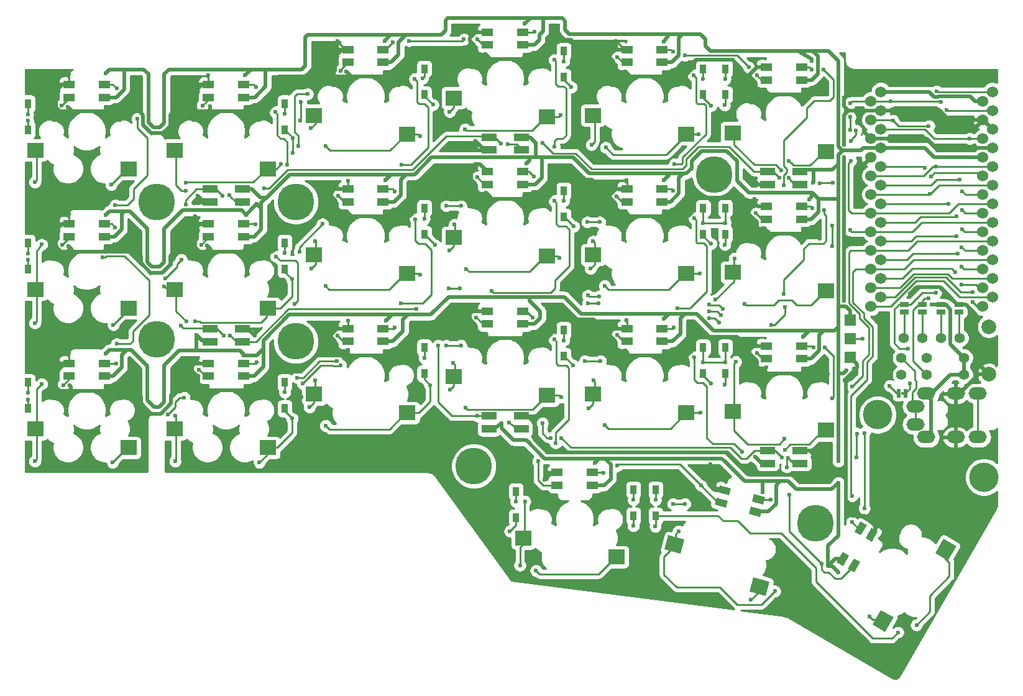
<source format=gtl>
G04 #@! TF.GenerationSoftware,KiCad,Pcbnew,(5.1.6)-1*
G04 #@! TF.CreationDate,2020-05-17T06:20:34+03:00*
G04 #@! TF.ProjectId,corne-cherry,636f726e-652d-4636-9865-7272792e6b69,2.1*
G04 #@! TF.SameCoordinates,Original*
G04 #@! TF.FileFunction,Copper,L1,Top*
G04 #@! TF.FilePolarity,Positive*
%FSLAX46Y46*%
G04 Gerber Fmt 4.6, Leading zero omitted, Abs format (unit mm)*
G04 Created by KiCad (PCBNEW (5.1.6)-1) date 2020-05-17 06:20:34*
%MOMM*%
%LPD*%
G01*
G04 APERTURE LIST*
G04 #@! TA.AperFunction,SMDPad,CuDef*
%ADD10C,0.100000*%
G04 #@! TD*
G04 #@! TA.AperFunction,SMDPad,CuDef*
%ADD11R,2.300000X2.000000*%
G04 #@! TD*
G04 #@! TA.AperFunction,ComponentPad*
%ADD12O,2.500000X1.700000*%
G04 #@! TD*
G04 #@! TA.AperFunction,SMDPad,CuDef*
%ADD13R,2.000000X1.000000*%
G04 #@! TD*
G04 #@! TA.AperFunction,SMDPad,CuDef*
%ADD14R,1.600000X1.000000*%
G04 #@! TD*
G04 #@! TA.AperFunction,ComponentPad*
%ADD15C,1.524000*%
G04 #@! TD*
G04 #@! TA.AperFunction,SMDPad,CuDef*
%ADD16R,0.950000X1.300000*%
G04 #@! TD*
G04 #@! TA.AperFunction,ComponentPad*
%ADD17C,1.397000*%
G04 #@! TD*
G04 #@! TA.AperFunction,SMDPad,CuDef*
%ADD18R,1.143000X0.635000*%
G04 #@! TD*
G04 #@! TA.AperFunction,SMDPad,CuDef*
%ADD19R,1.524000X1.524000*%
G04 #@! TD*
G04 #@! TA.AperFunction,ComponentPad*
%ADD20C,5.000000*%
G04 #@! TD*
G04 #@! TA.AperFunction,ComponentPad*
%ADD21C,4.000000*%
G04 #@! TD*
G04 #@! TA.AperFunction,ComponentPad*
%ADD22C,2.000000*%
G04 #@! TD*
G04 #@! TA.AperFunction,SMDPad,CuDef*
%ADD23R,0.400000X0.400000*%
G04 #@! TD*
G04 #@! TA.AperFunction,SMDPad,CuDef*
%ADD24R,0.600000X1.143000*%
G04 #@! TD*
G04 #@! TA.AperFunction,ViaPad*
%ADD25C,0.600000*%
G04 #@! TD*
G04 #@! TA.AperFunction,Conductor*
%ADD26C,0.250000*%
G04 #@! TD*
G04 #@! TA.AperFunction,Conductor*
%ADD27C,0.500000*%
G04 #@! TD*
G04 #@! TA.AperFunction,Conductor*
%ADD28C,0.254000*%
G04 #@! TD*
G04 APERTURE END LIST*
G04 #@! TA.AperFunction,SMDPad,CuDef*
D10*
G36*
X187325075Y-135619584D02*
G01*
X185593025Y-134619584D01*
X186743025Y-132627726D01*
X188475075Y-133627726D01*
X187325075Y-135619584D01*
G37*
G04 #@! TD.AperFunction*
G04 #@! TA.AperFunction,SMDPad,CuDef*
G36*
X178775371Y-145348107D02*
G01*
X177043321Y-144348107D01*
X178193321Y-142356249D01*
X179925371Y-143356249D01*
X178775371Y-145348107D01*
G37*
G04 #@! TD.AperFunction*
D11*
X75700000Y-82245000D03*
X63000000Y-79705000D03*
X142200000Y-135120000D03*
X129500000Y-132580000D03*
X170700000Y-117870000D03*
X158000000Y-115330000D03*
X113700000Y-115495000D03*
X101000000Y-112955000D03*
X94700000Y-120245000D03*
X82000000Y-117705000D03*
X75700000Y-120245000D03*
X63000000Y-117705000D03*
X170700000Y-98870000D03*
X158000000Y-96330000D03*
X151700000Y-96495000D03*
X139000000Y-93955000D03*
X132700000Y-94120000D03*
X120000000Y-91580000D03*
X113700000Y-96495000D03*
X101000000Y-93955000D03*
X94700000Y-101245000D03*
X82000000Y-98705000D03*
X75700000Y-101245000D03*
X63000000Y-98705000D03*
X170700000Y-79870000D03*
X158000000Y-77330000D03*
X151700000Y-77495000D03*
X139000000Y-74955000D03*
X113700000Y-77495000D03*
X101000000Y-74955000D03*
X94700000Y-82245000D03*
X82000000Y-79705000D03*
X151700000Y-115495000D03*
X139000000Y-112955000D03*
G04 #@! TA.AperFunction,SMDPad,CuDef*
D10*
G36*
X160310990Y-139839093D02*
G01*
X160828628Y-137907241D01*
X163050258Y-138502525D01*
X162532620Y-140434377D01*
X160310990Y-139839093D01*
G37*
G04 #@! TD.AperFunction*
G04 #@! TA.AperFunction,SMDPad,CuDef*
G36*
X148701132Y-134098639D02*
G01*
X149218770Y-132166787D01*
X151440400Y-132762071D01*
X150922762Y-134693923D01*
X148701132Y-134098639D01*
G37*
G04 #@! TD.AperFunction*
D11*
X132700000Y-75120000D03*
X120000000Y-72580000D03*
X132700000Y-113120000D03*
X120000000Y-110580000D03*
D12*
X184400000Y-112850000D03*
X182900000Y-117050000D03*
X191400000Y-112850000D03*
X188400000Y-112850000D03*
X191400000Y-118800000D03*
X188400000Y-118800000D03*
X184400000Y-118800000D03*
X182900000Y-114600000D03*
D13*
X162800000Y-122375000D03*
X162800000Y-120625000D03*
X167200000Y-122375000D03*
X167200000Y-120625000D03*
X167200000Y-82625000D03*
X167200000Y-84375000D03*
X162800000Y-82625000D03*
X162800000Y-84375000D03*
X129200000Y-77925000D03*
X129200000Y-79675000D03*
X124800000Y-77925000D03*
X124800000Y-79675000D03*
X91200000Y-85025000D03*
X91200000Y-86775000D03*
X86800000Y-85025000D03*
X86800000Y-86775000D03*
X86800000Y-105775000D03*
X86800000Y-104025000D03*
X91200000Y-105775000D03*
X91200000Y-104025000D03*
X124800000Y-117675000D03*
X124800000Y-115925000D03*
X129200000Y-117675000D03*
X129200000Y-115925000D03*
G04 #@! TA.AperFunction,SMDPad,CuDef*
D10*
G36*
X176924759Y-131166219D02*
G01*
X177790785Y-131666219D01*
X176990785Y-133051859D01*
X176124759Y-132551859D01*
X176924759Y-131166219D01*
G37*
G04 #@! TD.AperFunction*
G04 #@! TA.AperFunction,SMDPad,CuDef*
G36*
X175409215Y-130291219D02*
G01*
X176275241Y-130791219D01*
X175475241Y-132176859D01*
X174609215Y-131676859D01*
X175409215Y-130291219D01*
G37*
G04 #@! TD.AperFunction*
G04 #@! TA.AperFunction,SMDPad,CuDef*
G36*
X174524759Y-135323141D02*
G01*
X175390785Y-135823141D01*
X174590785Y-137208781D01*
X173724759Y-136708781D01*
X174524759Y-135323141D01*
G37*
G04 #@! TD.AperFunction*
G04 #@! TA.AperFunction,SMDPad,CuDef*
G36*
X173009215Y-134448141D02*
G01*
X173875241Y-134948141D01*
X173075241Y-136333781D01*
X172209215Y-135833781D01*
X173009215Y-134448141D01*
G37*
G04 #@! TD.AperFunction*
G04 #@! TA.AperFunction,SMDPad,CuDef*
G36*
X156006095Y-126309557D02*
G01*
X156264914Y-125343631D01*
X157810395Y-125757741D01*
X157551576Y-126723667D01*
X156006095Y-126309557D01*
G37*
G04 #@! TD.AperFunction*
G04 #@! TA.AperFunction,SMDPad,CuDef*
G36*
X155553161Y-127999927D02*
G01*
X155811980Y-127034001D01*
X157357461Y-127448111D01*
X157098642Y-128414037D01*
X155553161Y-127999927D01*
G37*
G04 #@! TD.AperFunction*
G04 #@! TA.AperFunction,SMDPad,CuDef*
G36*
X160642539Y-127551889D02*
G01*
X160901358Y-126585963D01*
X162446839Y-127000073D01*
X162188020Y-127965999D01*
X160642539Y-127551889D01*
G37*
G04 #@! TD.AperFunction*
G04 #@! TA.AperFunction,SMDPad,CuDef*
G36*
X160189605Y-129242259D02*
G01*
X160448424Y-128276333D01*
X161993905Y-128690443D01*
X161735086Y-129656369D01*
X160189605Y-129242259D01*
G37*
G04 #@! TD.AperFunction*
D14*
X134100000Y-123625000D03*
X134100000Y-125375000D03*
X138900000Y-123625000D03*
X138900000Y-125375000D03*
X162600000Y-106375000D03*
X162600000Y-108125000D03*
X167400000Y-106375000D03*
X167400000Y-108125000D03*
X143600000Y-104000000D03*
X143600000Y-105750000D03*
X148400000Y-104000000D03*
X148400000Y-105750000D03*
X124600000Y-101625000D03*
X124600000Y-103375000D03*
X129400000Y-101625000D03*
X129400000Y-103375000D03*
X105600000Y-104000000D03*
X105600000Y-105750000D03*
X110400000Y-104000000D03*
X110400000Y-105750000D03*
X86600000Y-108750000D03*
X86600000Y-110500000D03*
X91400000Y-108750000D03*
X91400000Y-110500000D03*
X67600000Y-108750000D03*
X67600000Y-110500000D03*
X72400000Y-108750000D03*
X72400000Y-110500000D03*
X162600000Y-87375000D03*
X162600000Y-89125000D03*
X167400000Y-87375000D03*
X167400000Y-89125000D03*
X143600000Y-85000000D03*
X143600000Y-86750000D03*
X148400000Y-85000000D03*
X148400000Y-86750000D03*
X124600000Y-82625000D03*
X124600000Y-84375000D03*
X129400000Y-82625000D03*
X129400000Y-84375000D03*
X105600000Y-85000000D03*
X105600000Y-86750000D03*
X110400000Y-85000000D03*
X110400000Y-86750000D03*
X86600000Y-89750000D03*
X86600000Y-91500000D03*
X91400000Y-89750000D03*
X91400000Y-91500000D03*
X67600000Y-89750000D03*
X67600000Y-91500000D03*
X72400000Y-89750000D03*
X72400000Y-91500000D03*
X162600000Y-68375000D03*
X162600000Y-70125000D03*
X167400000Y-68375000D03*
X167400000Y-70125000D03*
X143600000Y-66000000D03*
X143600000Y-67750000D03*
X148400000Y-66000000D03*
X148400000Y-67750000D03*
X124600000Y-63625000D03*
X124600000Y-65375000D03*
X129400000Y-63625000D03*
X129400000Y-65375000D03*
X105600000Y-66000000D03*
X105600000Y-67750000D03*
X110400000Y-66000000D03*
X110400000Y-67750000D03*
X86600000Y-70750000D03*
X86600000Y-72500000D03*
X91400000Y-70750000D03*
X91400000Y-72500000D03*
X67600000Y-70750000D03*
X67600000Y-72500000D03*
X72400000Y-70750000D03*
X72400000Y-72500000D03*
D15*
X192100000Y-73042000D03*
X192100000Y-75582000D03*
X192100000Y-78122000D03*
X192100000Y-80662000D03*
X192100000Y-83202000D03*
X192100000Y-85742000D03*
X192100000Y-88282000D03*
X192100000Y-90822000D03*
X192100000Y-93362000D03*
X192100000Y-95902000D03*
X192100000Y-98442000D03*
X192100000Y-100982000D03*
X176860000Y-100982000D03*
X176860000Y-98442000D03*
X176860000Y-95902000D03*
X176860000Y-93362000D03*
X176860000Y-90822000D03*
X176860000Y-88282000D03*
X176860000Y-85742000D03*
X176860000Y-83202000D03*
X176860000Y-80662000D03*
X176860000Y-78122000D03*
X176860000Y-75582000D03*
X176860000Y-73042000D03*
X193406400Y-71772000D03*
X193406400Y-74312000D03*
X193406400Y-76852000D03*
X193406400Y-79392000D03*
X193406400Y-81932000D03*
X193406400Y-84472000D03*
X193406400Y-87012000D03*
X193406400Y-89552000D03*
X193406400Y-92092000D03*
X193406400Y-94632000D03*
X193406400Y-97172000D03*
X193406400Y-99712000D03*
X178186400Y-99712000D03*
X178186400Y-97172000D03*
X178186400Y-94632000D03*
X178186400Y-92092000D03*
X178186400Y-89552000D03*
X178186400Y-87012000D03*
X178186400Y-84472000D03*
X178186400Y-81932000D03*
X178186400Y-79392000D03*
X178186400Y-76852000D03*
X178186400Y-74312000D03*
X178186400Y-71772000D03*
D16*
X154000000Y-72150000D03*
X154000000Y-68600000D03*
X62000000Y-76900000D03*
X62000000Y-73350000D03*
X97000000Y-76900000D03*
X97000000Y-73350000D03*
X116000000Y-72150000D03*
X116000000Y-68600000D03*
X135000000Y-69775000D03*
X135000000Y-66225000D03*
X157000000Y-72150000D03*
X157000000Y-68600000D03*
X62000000Y-95900000D03*
X62000000Y-92350000D03*
X97000000Y-95900000D03*
X97000000Y-92350000D03*
X116000000Y-91150000D03*
X116000000Y-87600000D03*
X135000000Y-88775000D03*
X135000000Y-85225000D03*
X154000000Y-91150000D03*
X154000000Y-87600000D03*
X157000000Y-91150000D03*
X157000000Y-87600000D03*
X62000000Y-114900000D03*
X62000000Y-111350000D03*
X97000000Y-114900000D03*
X97000000Y-111350000D03*
X116000000Y-110150000D03*
X116000000Y-106600000D03*
X135000000Y-107775000D03*
X135000000Y-104225000D03*
X157000000Y-110150000D03*
X157000000Y-106600000D03*
X128500000Y-129775000D03*
X128500000Y-126225000D03*
X144500000Y-129525000D03*
X144500000Y-125975000D03*
X147500000Y-129525000D03*
X147500000Y-125975000D03*
X154000000Y-110150000D03*
X154000000Y-106600000D03*
D17*
X189540000Y-108000000D03*
X184460000Y-108000000D03*
X189540000Y-110300000D03*
X184460000Y-110300000D03*
D18*
X188875000Y-100749620D03*
X188875000Y-101750380D03*
X186375000Y-100749620D03*
X186375000Y-101750380D03*
X183875000Y-100749620D03*
X183875000Y-101750380D03*
X181375000Y-100749620D03*
X181375000Y-101750380D03*
D19*
X174000000Y-102820000D03*
X174000000Y-105360000D03*
X174000000Y-107900000D03*
D17*
X181300000Y-105300000D03*
X183840000Y-105300000D03*
X186380000Y-105300000D03*
X188920000Y-105300000D03*
D20*
X79500000Y-105500000D03*
D21*
X177750000Y-115750000D03*
X192250000Y-124250000D03*
D20*
X79500000Y-86750000D03*
X98500000Y-86750000D03*
X98500000Y-105750000D03*
X155500000Y-83000000D03*
X122750000Y-122750000D03*
X169250000Y-130500000D03*
D17*
X181000000Y-108000000D03*
X181000000Y-110300000D03*
D22*
X192900000Y-103750000D03*
X192900000Y-110250000D03*
D23*
X181100000Y-112800000D03*
D24*
X180600000Y-112800000D03*
X181600000Y-112800000D03*
D25*
X174800000Y-77000000D03*
X174100000Y-78500000D03*
X174100000Y-81150000D03*
X157000000Y-70000000D03*
X154000000Y-70000000D03*
X62000000Y-74800000D03*
X97000000Y-74750000D03*
X135000000Y-67600000D03*
X115750000Y-69950000D03*
X62000000Y-75650000D03*
X73350000Y-84400000D03*
X102140000Y-89750000D03*
X98980000Y-93530000D03*
X154000000Y-89600000D03*
X138200000Y-89500000D03*
X139900000Y-89500000D03*
X157000000Y-89600000D03*
X62000000Y-93800000D03*
X135000000Y-86600000D03*
X119000000Y-87300000D03*
X121000000Y-87300000D03*
X116000000Y-89050000D03*
X96950000Y-93700000D03*
X80700000Y-97200000D03*
X82900000Y-94600000D03*
X174000000Y-90600000D03*
X98050000Y-80050000D03*
X96500000Y-81600000D03*
X98050000Y-78050000D03*
X83500000Y-84100000D03*
X157000000Y-108600000D03*
X154000000Y-108600000D03*
X62000000Y-112750000D03*
X135000000Y-105600000D03*
X116000000Y-108000000D03*
X174300000Y-111900000D03*
X137900000Y-108400000D03*
X140000000Y-108400000D03*
X121000000Y-106300000D03*
X119000000Y-106300000D03*
X97000000Y-112700000D03*
X83300000Y-113400000D03*
X81100000Y-115700000D03*
X99400000Y-111500000D03*
X104640000Y-109030000D03*
X115480000Y-77780000D03*
X117180000Y-73510000D03*
X102540000Y-79150000D03*
X174300000Y-126800000D03*
X149900000Y-127900000D03*
X151500000Y-127900000D03*
X147500000Y-127350000D03*
X144500000Y-127350000D03*
X128500000Y-127600000D03*
X134540000Y-74940000D03*
X136050000Y-71130000D03*
X121550000Y-76860000D03*
X153360000Y-77510000D03*
X155100000Y-73620000D03*
X140730000Y-79350000D03*
X156910000Y-73580000D03*
X165690000Y-81144990D03*
X62000000Y-94650000D03*
X73650000Y-103500000D03*
X98000000Y-97300000D03*
X84750000Y-103000000D03*
X115420000Y-96670000D03*
X117460000Y-92620000D03*
X102570000Y-98210000D03*
X134420000Y-94350000D03*
X136350000Y-90080000D03*
X121730000Y-95890000D03*
X153540000Y-96530000D03*
X155070000Y-92450000D03*
X140570000Y-98180000D03*
X159610000Y-100620000D03*
X156950000Y-92580000D03*
X62000000Y-113650000D03*
X73550000Y-122250000D03*
X98000000Y-116250000D03*
X93550000Y-122250000D03*
X116790000Y-111700000D03*
X102570000Y-117240000D03*
X134650000Y-113340000D03*
X136280000Y-109010000D03*
X121590000Y-114780000D03*
X153600000Y-115500000D03*
X155080000Y-111480000D03*
X140620000Y-117180000D03*
X156900000Y-111630000D03*
X165100000Y-120520000D03*
X127660000Y-131620000D03*
X131230000Y-136990000D03*
X144490000Y-130900000D03*
X160520000Y-140970000D03*
X183050000Y-144400000D03*
X147480000Y-130960000D03*
X180520000Y-145400000D03*
X173200000Y-80650000D03*
X173200000Y-78950000D03*
X173200000Y-91800000D03*
X169900000Y-91750000D03*
X137400000Y-120900000D03*
X190400000Y-70900000D03*
X99200000Y-109900000D03*
X99250000Y-113350000D03*
X169200000Y-121300000D03*
X131000000Y-116800000D03*
X92900000Y-105000000D03*
X95200000Y-107700000D03*
X84800000Y-88700000D03*
X85100000Y-85900000D03*
X123000000Y-78500000D03*
X123000000Y-81600000D03*
X161000000Y-83900000D03*
X161000000Y-86300000D03*
X173400000Y-120300000D03*
X67700000Y-111700000D03*
X105600000Y-106900000D03*
X122900000Y-103400000D03*
X173200000Y-72500000D03*
X170900000Y-72100000D03*
X176800000Y-130300000D03*
X132400000Y-124600000D03*
X132800000Y-120900000D03*
X157300000Y-120900000D03*
X155000000Y-122500000D03*
X155000000Y-125400000D03*
X162600000Y-109300000D03*
X143400000Y-107000000D03*
X171000000Y-110200000D03*
X85200000Y-110500000D03*
X162300000Y-90300000D03*
X143300000Y-88000000D03*
X124400000Y-85500000D03*
X105400000Y-88000000D03*
X86400000Y-92700000D03*
X67500000Y-92800000D03*
X173300000Y-111100000D03*
X173200000Y-100200000D03*
X162300000Y-71400000D03*
X143400000Y-69000000D03*
X124300000Y-66600000D03*
X105400000Y-69000000D03*
X86800000Y-73700000D03*
X67400000Y-73800000D03*
X143580000Y-83800000D03*
X143590000Y-102850000D03*
X105610000Y-83840000D03*
X105610000Y-102890000D03*
X86590000Y-69530000D03*
X67590000Y-69350000D03*
X67590000Y-88370000D03*
X67580000Y-107350000D03*
X142120000Y-64850000D03*
X104210000Y-64850000D03*
X188840000Y-75670000D03*
X189999998Y-79360000D03*
X182160000Y-99280000D03*
X168950000Y-84170000D03*
X162100000Y-124900000D03*
X161100000Y-121500000D03*
X85000000Y-104900000D03*
X93200000Y-87000000D03*
X131200000Y-78700000D03*
X185100000Y-100700000D03*
X172410000Y-120020000D03*
X131700000Y-101600000D03*
X162100000Y-126300000D03*
X168800000Y-67500000D03*
X172400000Y-137200000D03*
X172400000Y-122100000D03*
X172400000Y-125000000D03*
X129900000Y-81500000D03*
X168400000Y-86400000D03*
X167600000Y-105100000D03*
X148600000Y-102700000D03*
X110800000Y-102900000D03*
X91400000Y-107700000D03*
X72600000Y-107400000D03*
X148600000Y-83800000D03*
X110700000Y-83800000D03*
X72600000Y-88500000D03*
X173500000Y-109700000D03*
X139200000Y-122300000D03*
X148600000Y-64900000D03*
X129700000Y-62500000D03*
X110600000Y-64800000D03*
X91600000Y-69500000D03*
X72600000Y-69200000D03*
X91700000Y-88500000D03*
X126525000Y-116875000D03*
X99200000Y-73100000D03*
X99100000Y-75700000D03*
X63900000Y-111550000D03*
X62950000Y-122100000D03*
X63900000Y-92550000D03*
X62950000Y-103250000D03*
X62950000Y-84050000D03*
X185000000Y-83300000D03*
X184200000Y-82100000D03*
X82050000Y-122100000D03*
X82100000Y-115900000D03*
X83600000Y-103050000D03*
X80600000Y-98250000D03*
X98850000Y-79100000D03*
X100100000Y-72050000D03*
X83500000Y-85200000D03*
X189300000Y-85300000D03*
X188900000Y-83700000D03*
X100350000Y-114730000D03*
X101110000Y-92070000D03*
X100640000Y-95810000D03*
X100580000Y-76720000D03*
X156690000Y-101360000D03*
X154800000Y-100700000D03*
X119300000Y-98500000D03*
X120900000Y-98500000D03*
X138300000Y-99500000D03*
X139800000Y-99600000D03*
X101150000Y-111100000D03*
X189300000Y-87900000D03*
X187400000Y-87000000D03*
X119520000Y-112300000D03*
X119400000Y-93350000D03*
X119450000Y-74450000D03*
X129710000Y-127560000D03*
X154800000Y-101700000D03*
X156400000Y-102200000D03*
X138300000Y-100600000D03*
X139700000Y-100600000D03*
X119970000Y-108690000D03*
X120110000Y-89830000D03*
X129030000Y-136260000D03*
X189300000Y-90500000D03*
X188500000Y-88700000D03*
X163750000Y-139790000D03*
X138420000Y-114850000D03*
X150660000Y-131610000D03*
X156200000Y-103200000D03*
X154800000Y-102600000D03*
X139090000Y-111090000D03*
X138640000Y-95840000D03*
X139000000Y-92120000D03*
X138780000Y-78960000D03*
X189200000Y-92900000D03*
X188500000Y-91400000D03*
X158250000Y-94430000D03*
X171600000Y-92800000D03*
X171600000Y-89950000D03*
X165060000Y-119050000D03*
X176670000Y-143260000D03*
X174840000Y-121580000D03*
X174960000Y-118300000D03*
X155690000Y-100080000D03*
X158440000Y-108530000D03*
X189200000Y-95600000D03*
X188700000Y-93800000D03*
X164602080Y-82414017D03*
X174000000Y-76950000D03*
X171620000Y-84160000D03*
X169900000Y-84200000D03*
X174000000Y-75200000D03*
X174000000Y-73300000D03*
X165625011Y-83490624D03*
X179500000Y-73042000D03*
X175700000Y-105360000D03*
X186400000Y-73160000D03*
X185781882Y-71653459D03*
X179400000Y-111800000D03*
X187180000Y-74190000D03*
X179860000Y-75650000D03*
X184740000Y-76400000D03*
X74100000Y-71300000D03*
X85800000Y-73600000D03*
X76900000Y-75400000D03*
X73900000Y-87200000D03*
X73900000Y-90200000D03*
X66600000Y-73600000D03*
X111700000Y-65000000D03*
X113900000Y-64800000D03*
X121400000Y-64600000D03*
X123200000Y-64600000D03*
X133700000Y-67400000D03*
X133700000Y-79200000D03*
X123200000Y-83400000D03*
X131000000Y-63600000D03*
X152800000Y-89000000D03*
X150000000Y-103900000D03*
X150500000Y-101200000D03*
X142200000Y-86000000D03*
X66800000Y-111700000D03*
X98700000Y-110700000D03*
X93200000Y-108600000D03*
X104200000Y-105000000D03*
X104085007Y-108453804D03*
X133700000Y-86600000D03*
X125200000Y-98900000D03*
X130900000Y-83300000D03*
X123100000Y-102500000D03*
X170400000Y-68700000D03*
X165000000Y-84450000D03*
X168800000Y-68700000D03*
X161200000Y-88300000D03*
X74100000Y-106100000D03*
X72200000Y-94300000D03*
X74000000Y-108800000D03*
X66700000Y-92600000D03*
X114800000Y-89100000D03*
X112000000Y-103900000D03*
X112800000Y-100600000D03*
X104300000Y-85900000D03*
X133700000Y-105500000D03*
X133900000Y-119600000D03*
X130800000Y-102500000D03*
X131500000Y-122100000D03*
X190300000Y-78122000D03*
X184900000Y-85700000D03*
X184700000Y-99900000D03*
X185700000Y-99100000D03*
X181900000Y-106700000D03*
X185700000Y-81900000D03*
X151500000Y-66800000D03*
X160200000Y-68400000D03*
X149900000Y-66300000D03*
X161300000Y-69500000D03*
X189200000Y-98000000D03*
X188300000Y-96300000D03*
X190700000Y-100400000D03*
X190700000Y-99000000D03*
X95700000Y-74500000D03*
X97350000Y-81700000D03*
X93100000Y-71100000D03*
X85600000Y-92600000D03*
X112900000Y-81700000D03*
X114700000Y-70000000D03*
X112000000Y-85300000D03*
X104600000Y-68900000D03*
X150100000Y-81600000D03*
X152700000Y-69500000D03*
X149900000Y-85200000D03*
X142300000Y-67000000D03*
X95800000Y-94200000D03*
X98350000Y-100650000D03*
X93000000Y-89800000D03*
X85300000Y-109600000D03*
X163300000Y-103500000D03*
X170500000Y-87900000D03*
X165150000Y-101050000D03*
X164950000Y-99300000D03*
X168900000Y-87600000D03*
X161300000Y-107300000D03*
X152800000Y-107900000D03*
X159300000Y-120800000D03*
X142300000Y-104900000D03*
X163169990Y-127300000D03*
X174250000Y-130400000D03*
X175950000Y-128500000D03*
X175950000Y-118250000D03*
X171550000Y-113550000D03*
X170600000Y-106600000D03*
X169000000Y-106600000D03*
X140400000Y-123700000D03*
X142300000Y-122700000D03*
X153700000Y-125400000D03*
X182200000Y-111500000D03*
X170100000Y-136000000D03*
X165375000Y-122875000D03*
X165600000Y-121675000D03*
X165702821Y-126640010D03*
X94150000Y-84900000D03*
X89425000Y-85850000D03*
X126425000Y-78775000D03*
X83500000Y-87100000D03*
X82850000Y-103650000D03*
X88475000Y-85875000D03*
X88675000Y-104950000D03*
X132100000Y-78700000D03*
X127400000Y-78875000D03*
X164375000Y-83450000D03*
X117900000Y-106300000D03*
X114975000Y-101325000D03*
X123225000Y-115925000D03*
X89550000Y-104925000D03*
X134700000Y-118900000D03*
X133260000Y-118900000D03*
X132100000Y-116900000D03*
X127550000Y-116850000D03*
X164750000Y-121600004D03*
D26*
X174800000Y-77000000D02*
X174800000Y-77600000D01*
X174800000Y-77600000D02*
X174300000Y-78100000D01*
X174300000Y-78100000D02*
X174300000Y-78300000D01*
X174300000Y-78300000D02*
X174100000Y-78500000D01*
X174182000Y-88282000D02*
X176860000Y-88282000D01*
X173775002Y-87875002D02*
X174182000Y-88282000D01*
X173775002Y-81474998D02*
X173775002Y-87875002D01*
X174100000Y-81150000D02*
X173775002Y-81474998D01*
X157000000Y-68600000D02*
X157000000Y-70000000D01*
X154000000Y-70000000D02*
X154000000Y-68600000D01*
X62000000Y-74800000D02*
X62000000Y-73350000D01*
X97000000Y-74750000D02*
X97000000Y-73350000D01*
X135000000Y-67600000D02*
X135000000Y-66225000D01*
X116000000Y-69700000D02*
X116000000Y-68600000D01*
X115750000Y-69950000D02*
X116000000Y-69700000D01*
X176860000Y-88282000D02*
X187518000Y-88282000D01*
X187518000Y-88282000D02*
X188788000Y-87012000D01*
X188788000Y-87012000D02*
X193406400Y-87012000D01*
X62000000Y-75650000D02*
X62000000Y-76900000D01*
X75500000Y-82250000D02*
X73350000Y-84400000D01*
X75500000Y-82245000D02*
X75500000Y-82250000D01*
X98980000Y-92910000D02*
X98980000Y-93530000D01*
X98980000Y-92910000D02*
X102140000Y-89750000D01*
X157000000Y-87600000D02*
X157000000Y-89600000D01*
X154000000Y-87600000D02*
X154000000Y-89600000D01*
X139900000Y-89500000D02*
X138200000Y-89500000D01*
X154000000Y-89600000D02*
X157000000Y-89600000D01*
X62000000Y-92350000D02*
X62000000Y-93800000D01*
X135000000Y-86600000D02*
X135000000Y-85225000D01*
X121000000Y-87300000D02*
X119000000Y-87300000D01*
X116000000Y-89050000D02*
X116000000Y-87600000D01*
X97000000Y-93650000D02*
X97000000Y-92350000D01*
X96950000Y-93700000D02*
X97000000Y-93650000D01*
X82300000Y-95600000D02*
X80700000Y-97200000D01*
X82300000Y-95200000D02*
X82300000Y-95600000D01*
X82900000Y-94600000D02*
X82300000Y-95200000D01*
X176860000Y-90822000D02*
X182478000Y-90822000D01*
X183748000Y-89552000D02*
X193406400Y-89552000D01*
X182478000Y-90822000D02*
X183748000Y-89552000D01*
X174000000Y-90600000D02*
X174222000Y-90822000D01*
X174222000Y-90822000D02*
X176860000Y-90822000D01*
X98050000Y-78050000D02*
X98050000Y-80050000D01*
X98050000Y-78050000D02*
X98050000Y-77950000D01*
X98050000Y-77950000D02*
X97000000Y-76900000D01*
X95855000Y-82245000D02*
X96500000Y-81600000D01*
X92670000Y-84075000D02*
X94500000Y-82245000D01*
X94500000Y-82245000D02*
X95855000Y-82245000D01*
X83525000Y-84075000D02*
X92670000Y-84075000D01*
X83500000Y-84100000D02*
X83525000Y-84075000D01*
X154000000Y-108550000D02*
X154000000Y-108600000D01*
X62000000Y-112750000D02*
X62000000Y-111350000D01*
X135000000Y-105600000D02*
X135000000Y-104225000D01*
X116000000Y-106600000D02*
X116000000Y-108000000D01*
X176860000Y-93362000D02*
X181938000Y-93362000D01*
X183208000Y-92092000D02*
X193406400Y-92092000D01*
X181938000Y-93362000D02*
X183208000Y-92092000D01*
X154000000Y-108600000D02*
X157000000Y-108600000D01*
X140000000Y-108400000D02*
X137900000Y-108400000D01*
X121000000Y-106300000D02*
X119000000Y-106300000D01*
X157000000Y-106565000D02*
X157000000Y-108600000D01*
X97000000Y-111350000D02*
X97000000Y-112700000D01*
X82700000Y-113400000D02*
X83300000Y-113400000D01*
X82100000Y-114000000D02*
X82700000Y-113400000D01*
X82100000Y-114700000D02*
X82100000Y-114000000D01*
X81100000Y-115700000D02*
X82100000Y-114700000D01*
X174138000Y-93362000D02*
X176860000Y-93362000D01*
X175300000Y-102000000D02*
X173900000Y-100600000D01*
X174300000Y-111900000D02*
X175700000Y-110500000D01*
X175700000Y-108400000D02*
X176600000Y-107500000D01*
X175700000Y-110500000D02*
X175700000Y-108400000D01*
X176600000Y-103900000D02*
X175300000Y-102600000D01*
X176600000Y-107500000D02*
X176600000Y-103900000D01*
X173900000Y-100600000D02*
X173900000Y-93600000D01*
X175300000Y-102600000D02*
X175300000Y-102000000D01*
X173900000Y-93600000D02*
X174138000Y-93362000D01*
X154000000Y-108550000D02*
X154000000Y-106565000D01*
X104540000Y-109130000D02*
X104640000Y-109030000D01*
X103500000Y-109000000D02*
X103630000Y-109130000D01*
X101900000Y-109000000D02*
X103500000Y-109000000D01*
X103630000Y-109130000D02*
X104540000Y-109130000D01*
X99400000Y-111500000D02*
X101900000Y-109000000D01*
X115195000Y-77495000D02*
X113500000Y-77495000D01*
X115480000Y-77780000D02*
X115195000Y-77495000D01*
X116000000Y-72150000D02*
X116000000Y-72330000D01*
X116000000Y-72330000D02*
X117180000Y-73510000D01*
X113500000Y-77495000D02*
X113500000Y-77580000D01*
X113500000Y-77580000D02*
X111310000Y-79770000D01*
X111310000Y-79770000D02*
X103160000Y-79770000D01*
X103160000Y-79770000D02*
X102540000Y-79150000D01*
X149900000Y-127900000D02*
X151500000Y-127900000D01*
X147500000Y-127350000D02*
X147500000Y-125975000D01*
X144500000Y-125975000D02*
X144500000Y-127350000D01*
X128500000Y-127600000D02*
X128500000Y-126225000D01*
X176860000Y-95902000D02*
X181398000Y-95902000D01*
X182668000Y-94632000D02*
X193406400Y-94632000D01*
X181398000Y-95902000D02*
X182668000Y-94632000D01*
X174100000Y-113200000D02*
X176118199Y-111181801D01*
X174100000Y-126600000D02*
X174100000Y-113200000D01*
X174300000Y-126800000D02*
X174100000Y-126600000D01*
X176300000Y-108600000D02*
X177100000Y-107800000D01*
X175900000Y-102563602D02*
X175900000Y-101949998D01*
X175900000Y-101949998D02*
X174400000Y-100449998D01*
X176300000Y-111000000D02*
X176300000Y-108600000D01*
X177100000Y-107800000D02*
X177100000Y-103763602D01*
X174400000Y-96300000D02*
X174798000Y-95902000D01*
X176860000Y-95902000D02*
X174798000Y-95902000D01*
X177100000Y-103763602D02*
X175900000Y-102563602D01*
X174400000Y-100449998D02*
X174400000Y-96300000D01*
X176118199Y-111181801D02*
X176300000Y-111000000D01*
X134360000Y-75120000D02*
X132500000Y-75120000D01*
X134540000Y-74940000D02*
X134360000Y-75120000D01*
X135000000Y-69775000D02*
X135000000Y-70080000D01*
X135000000Y-70080000D02*
X136050000Y-71130000D01*
X132500000Y-75120000D02*
X132500000Y-75240000D01*
X132500000Y-75240000D02*
X130700000Y-77040000D01*
X130700000Y-77040000D02*
X121730000Y-77040000D01*
X121730000Y-77040000D02*
X121550000Y-76860000D01*
X153345000Y-77495000D02*
X151500000Y-77495000D01*
X153360000Y-77510000D02*
X153345000Y-77495000D01*
X154000000Y-72150000D02*
X154000000Y-72520000D01*
X154000000Y-72520000D02*
X155100000Y-73620000D01*
X151500000Y-77495000D02*
X151500000Y-77770000D01*
X151500000Y-77770000D02*
X148970000Y-80300000D01*
X148970000Y-80300000D02*
X141680000Y-80300000D01*
X141680000Y-80300000D02*
X140730000Y-79350000D01*
X157000000Y-73490000D02*
X157000000Y-72150000D01*
X156910000Y-73580000D02*
X157000000Y-73490000D01*
X168560000Y-81770000D02*
X166315010Y-81770000D01*
X170500000Y-79870000D02*
X170460000Y-79870000D01*
X170460000Y-79870000D02*
X168560000Y-81770000D01*
X165989999Y-81444989D02*
X165690000Y-81144990D01*
X166315010Y-81770000D02*
X165989999Y-81444989D01*
X62000000Y-94650000D02*
X62000000Y-95900000D01*
X75500000Y-101245000D02*
X75500000Y-101650000D01*
X75500000Y-101650000D02*
X73650000Y-103500000D01*
X97000000Y-95900000D02*
X97000000Y-96300000D01*
X97000000Y-96300000D02*
X98000000Y-97300000D01*
X94500000Y-101245000D02*
X96355000Y-101245000D01*
X98000000Y-99600000D02*
X98000000Y-97300000D01*
X96355000Y-101245000D02*
X98000000Y-99600000D01*
X84750000Y-103000000D02*
X85400000Y-103000000D01*
X94500000Y-102400000D02*
X94500000Y-101245000D01*
X93750000Y-103150000D02*
X94500000Y-102400000D01*
X85550000Y-103150000D02*
X93750000Y-103150000D01*
X85400000Y-103000000D02*
X85550000Y-103150000D01*
X115245000Y-96495000D02*
X113500000Y-96495000D01*
X115420000Y-96670000D02*
X115245000Y-96495000D01*
X116000000Y-91150000D02*
X116000000Y-91160000D01*
X116000000Y-91160000D02*
X117460000Y-92620000D01*
X113500000Y-96495000D02*
X113395000Y-96495000D01*
X113395000Y-96495000D02*
X111230000Y-98660000D01*
X111230000Y-98660000D02*
X103020000Y-98660000D01*
X103020000Y-98660000D02*
X102570000Y-98210000D01*
X134190000Y-94120000D02*
X132500000Y-94120000D01*
X134420000Y-94350000D02*
X134190000Y-94120000D01*
X135000000Y-88775000D02*
X135045000Y-88775000D01*
X135045000Y-88775000D02*
X136350000Y-90080000D01*
X121730000Y-95890000D02*
X122120000Y-96280000D01*
X122120000Y-96280000D02*
X130340000Y-96280000D01*
X130340000Y-96280000D02*
X132500000Y-94120000D01*
X153505000Y-96495000D02*
X151500000Y-96495000D01*
X153540000Y-96530000D02*
X153505000Y-96495000D01*
X155070000Y-92450000D02*
X154000000Y-91380000D01*
X154000000Y-91380000D02*
X154000000Y-91150000D01*
X151500000Y-96495000D02*
X151500000Y-96530000D01*
X151500000Y-96530000D02*
X149290000Y-98740000D01*
X149290000Y-98740000D02*
X141130000Y-98740000D01*
X141130000Y-98740000D02*
X140570000Y-98180000D01*
X164300000Y-100150000D02*
X166050000Y-100150000D01*
X170500000Y-99020000D02*
X168670000Y-100850000D01*
X163600000Y-100850000D02*
X164300000Y-100150000D01*
X159840000Y-100850000D02*
X159610000Y-100620000D01*
X159840000Y-100850000D02*
X163600000Y-100850000D01*
X166750000Y-100850000D02*
X168670000Y-100850000D01*
X166050000Y-100150000D02*
X166750000Y-100850000D01*
X157000000Y-92530000D02*
X157000000Y-91150000D01*
X156950000Y-92580000D02*
X157000000Y-92530000D01*
X170500000Y-98870000D02*
X170500000Y-99020000D01*
X62000000Y-113650000D02*
X62000000Y-114900000D01*
X75500000Y-120245000D02*
X75500000Y-120300000D01*
X75500000Y-120300000D02*
X73550000Y-122250000D01*
X97000000Y-114900000D02*
X97000000Y-115250000D01*
X97000000Y-115250000D02*
X98000000Y-116250000D01*
X94500000Y-120245000D02*
X95955000Y-120245000D01*
X98000000Y-118200000D02*
X98000000Y-116250000D01*
X95955000Y-120245000D02*
X98000000Y-118200000D01*
X94500000Y-121300000D02*
X94500000Y-120245000D01*
X93550000Y-122250000D02*
X94500000Y-121300000D01*
X116790000Y-111700000D02*
X116790000Y-113970000D01*
X115265000Y-115495000D02*
X113500000Y-115495000D01*
X116790000Y-113970000D02*
X115265000Y-115495000D01*
X116000000Y-110910000D02*
X116790000Y-111700000D01*
X116000000Y-110150000D02*
X116000000Y-110910000D01*
X113500000Y-115495000D02*
X113495000Y-115495000D01*
X113495000Y-115495000D02*
X111250000Y-117740000D01*
X111250000Y-117740000D02*
X103070000Y-117740000D01*
X103070000Y-117740000D02*
X102570000Y-117240000D01*
X134430000Y-113120000D02*
X132500000Y-113120000D01*
X134650000Y-113340000D02*
X134430000Y-113120000D01*
X135000000Y-107775000D02*
X135045000Y-107775000D01*
X135045000Y-107775000D02*
X136280000Y-109010000D01*
X132500000Y-113120000D02*
X132500000Y-113370000D01*
X132500000Y-113370000D02*
X130790000Y-115080000D01*
X130790000Y-115080000D02*
X121890000Y-115080000D01*
X121890000Y-115080000D02*
X121590000Y-114780000D01*
X153595000Y-115495000D02*
X151500000Y-115495000D01*
X153600000Y-115500000D02*
X153595000Y-115495000D01*
X154000000Y-110150000D02*
X154000000Y-110400000D01*
X154000000Y-110400000D02*
X155080000Y-111480000D01*
X151500000Y-115495000D02*
X151500000Y-115660000D01*
X151500000Y-115660000D02*
X149530000Y-117630000D01*
X149530000Y-117630000D02*
X141070000Y-117630000D01*
X141070000Y-117630000D02*
X140620000Y-117180000D01*
X157000000Y-111530000D02*
X157000000Y-110150000D01*
X156900000Y-111630000D02*
X157000000Y-111530000D01*
X170500000Y-117870000D02*
X170330000Y-117870000D01*
X170330000Y-117870000D02*
X168430000Y-119770000D01*
X168430000Y-119770000D02*
X165850000Y-119770000D01*
X165850000Y-119770000D02*
X165100000Y-120520000D01*
X128500000Y-130780000D02*
X128500000Y-129775000D01*
X127660000Y-131620000D02*
X128500000Y-130780000D01*
X142000000Y-135120000D02*
X142000000Y-135220000D01*
X142000000Y-135220000D02*
X139780000Y-137440000D01*
X139780000Y-137440000D02*
X131680000Y-137440000D01*
X131680000Y-137440000D02*
X131230000Y-136990000D01*
X144500000Y-129525000D02*
X144500000Y-130890000D01*
X144500000Y-130890000D02*
X144490000Y-130900000D01*
X160520000Y-140970000D02*
X161487439Y-140002561D01*
X161487439Y-140002561D02*
X161487439Y-139119045D01*
X184860000Y-140440000D02*
X184860000Y-142590000D01*
X187530000Y-137770000D02*
X184860000Y-140440000D01*
X187530000Y-135830000D02*
X187530000Y-137770000D01*
X186934050Y-135234050D02*
X187530000Y-135830000D01*
X184860000Y-142590000D02*
X183050000Y-144400000D01*
X147480000Y-130960000D02*
X147500000Y-130940000D01*
X147500000Y-130940000D02*
X147500000Y-129525000D01*
X186934050Y-134296860D02*
X186934050Y-135234050D01*
X179695000Y-146225000D02*
X180520000Y-145400000D01*
X169400000Y-136630000D02*
X169400000Y-138525000D01*
X164620000Y-131850000D02*
X169400000Y-136630000D01*
X160370000Y-131850000D02*
X164620000Y-131850000D01*
X169400000Y-138525000D02*
X177100000Y-146225000D01*
X158785949Y-130265949D02*
X160370000Y-131850000D01*
X156740000Y-130230000D02*
X158650143Y-130230000D01*
X177100000Y-146225000D02*
X179695000Y-146225000D01*
X147500000Y-129525000D02*
X156035000Y-129525000D01*
X156035000Y-129525000D02*
X156740000Y-130230000D01*
X158650143Y-130230000D02*
X158785949Y-130265949D01*
D27*
X173200000Y-91800000D02*
X173200000Y-80650000D01*
X173200000Y-78950000D02*
X173200000Y-74900000D01*
X173200000Y-74900000D02*
X173788000Y-74312000D01*
X162900000Y-91100000D02*
X169250000Y-91100000D01*
X169900000Y-91750000D02*
X169250000Y-91100000D01*
X76800000Y-93500000D02*
X68000000Y-93500000D01*
X169200000Y-123900000D02*
X169200000Y-121300000D01*
X168525000Y-120625000D02*
X167400000Y-120625000D01*
X169200000Y-121300000D02*
X168525000Y-120625000D01*
X130950000Y-116750000D02*
X131000000Y-116800000D01*
X132800000Y-120900000D02*
X131000000Y-119100000D01*
X131000000Y-119100000D02*
X131000000Y-116800000D01*
X130125000Y-115925000D02*
X129400000Y-115925000D01*
X92900000Y-105000000D02*
X91925000Y-104025000D01*
X91925000Y-104025000D02*
X91400000Y-104025000D01*
X84800000Y-90400000D02*
X84800000Y-88700000D01*
X85100000Y-85900000D02*
X85975000Y-86775000D01*
X85975000Y-86775000D02*
X86600000Y-86775000D01*
X123000000Y-78500000D02*
X124175000Y-79675000D01*
X124175000Y-79675000D02*
X124600000Y-79675000D01*
X162600000Y-84375000D02*
X161475000Y-84375000D01*
X161475000Y-84375000D02*
X161000000Y-83900000D01*
X161000000Y-86900000D02*
X161000000Y-86300000D01*
X176860000Y-78122000D02*
X184422000Y-78122000D01*
X185692000Y-79392000D02*
X193406400Y-79392000D01*
X184422000Y-78122000D02*
X185692000Y-79392000D01*
X188875000Y-100749620D02*
X189749620Y-100749620D01*
X189749620Y-100749620D02*
X191100000Y-102100000D01*
X67900000Y-111900000D02*
X67900000Y-112500000D01*
X67700000Y-111700000D02*
X67900000Y-111900000D01*
X67600000Y-89750000D02*
X66650000Y-89750000D01*
X66500000Y-93500000D02*
X68000000Y-93500000D01*
X65800000Y-92800000D02*
X66500000Y-93500000D01*
X65800000Y-90600000D02*
X65800000Y-92800000D01*
X66650000Y-89750000D02*
X65800000Y-90600000D01*
X85200000Y-110500000D02*
X85100000Y-110500000D01*
X84750000Y-108750000D02*
X86600000Y-108750000D01*
X84400000Y-109100000D02*
X84750000Y-108750000D01*
X84400000Y-109800000D02*
X84400000Y-109100000D01*
X85100000Y-110500000D02*
X84400000Y-109800000D01*
X85200000Y-110500000D02*
X85200000Y-111900000D01*
X85200000Y-111900000D02*
X84700000Y-112400000D01*
X105600000Y-104000000D02*
X104100000Y-104000000D01*
X103800000Y-105700000D02*
X103800000Y-107700000D01*
X103300000Y-105200000D02*
X103800000Y-105700000D01*
X103300000Y-104800000D02*
X103300000Y-105200000D01*
X104100000Y-104000000D02*
X103300000Y-104800000D01*
X105600000Y-106900000D02*
X105600000Y-107700000D01*
X105600000Y-107700000D02*
X105600000Y-107600000D01*
X105600000Y-85000000D02*
X103300000Y-85000000D01*
X103900000Y-86600000D02*
X103900000Y-88700000D01*
X103000000Y-85700000D02*
X103900000Y-86600000D01*
X103000000Y-85300000D02*
X103000000Y-85700000D01*
X103300000Y-85000000D02*
X103000000Y-85300000D01*
X124600000Y-63625000D02*
X122975000Y-63625000D01*
X122800000Y-66700000D02*
X122200000Y-67300000D01*
X122800000Y-65400000D02*
X122800000Y-66700000D01*
X122200000Y-64800000D02*
X122800000Y-65400000D01*
X122200000Y-64400000D02*
X122200000Y-64800000D01*
X122975000Y-63625000D02*
X122200000Y-64400000D01*
X123000000Y-81600000D02*
X123575000Y-81600000D01*
X123575000Y-81600000D02*
X124600000Y-82625000D01*
X123000000Y-81600000D02*
X123000000Y-81900000D01*
X123700000Y-86300000D02*
X123000000Y-85600000D01*
X123000000Y-84300000D02*
X123000000Y-85600000D01*
X122400000Y-83700000D02*
X123000000Y-84300000D01*
X122400000Y-82500000D02*
X122400000Y-83700000D01*
X123000000Y-81900000D02*
X122400000Y-82500000D01*
X122900000Y-103400000D02*
X122200000Y-102700000D01*
X122575000Y-101625000D02*
X123875000Y-101625000D01*
X122200000Y-102000000D02*
X122575000Y-101625000D01*
X122200000Y-102700000D02*
X122200000Y-102000000D01*
X123875000Y-101625000D02*
X124600000Y-101625000D01*
X122900000Y-104500000D02*
X123700000Y-105300000D01*
X122900000Y-103400000D02*
X122900000Y-104500000D01*
X143600000Y-104000000D02*
X141300000Y-104000000D01*
X141300000Y-104000000D02*
X140800000Y-104500000D01*
X142500000Y-85000000D02*
X142100000Y-85000000D01*
X142100000Y-85000000D02*
X141100000Y-86000000D01*
X142100000Y-66000000D02*
X142000000Y-66000000D01*
X142000000Y-66000000D02*
X141100000Y-66900000D01*
X158400000Y-68800000D02*
X158400000Y-67800000D01*
X158400000Y-68800000D02*
X159100000Y-69500000D01*
X151400000Y-69700000D02*
X152600000Y-68500000D01*
X143900000Y-69700000D02*
X151400000Y-69700000D01*
X159100000Y-69500000D02*
X160200000Y-69500000D01*
X152600000Y-67800000D02*
X152600000Y-68500000D01*
X153000000Y-67400000D02*
X152600000Y-67800000D01*
X158000000Y-67400000D02*
X153000000Y-67400000D01*
X158400000Y-67800000D02*
X158000000Y-67400000D01*
D26*
X162600000Y-68375000D02*
X162600000Y-68100000D01*
D27*
X162600000Y-68375000D02*
X161325000Y-68375000D01*
X161325000Y-68375000D02*
X160200000Y-69500000D01*
X173200000Y-72500000D02*
X173200000Y-73700000D01*
X173200000Y-73700000D02*
X173812000Y-74312000D01*
X173812000Y-74312000D02*
X173788000Y-74312000D01*
X163000000Y-72100000D02*
X170900000Y-72100000D01*
X178186400Y-74312000D02*
X173788000Y-74312000D01*
X160050000Y-87250000D02*
X160650000Y-87250000D01*
X160650000Y-87250000D02*
X161000000Y-86900000D01*
X161300000Y-90600000D02*
X161300000Y-89500000D01*
X144000000Y-88700000D02*
X151900000Y-88700000D01*
X152500000Y-88100000D02*
X151900000Y-88700000D01*
X152500000Y-86800000D02*
X152500000Y-88100000D01*
X153100000Y-86200000D02*
X152500000Y-86800000D01*
X159000000Y-86200000D02*
X153100000Y-86200000D01*
X161800000Y-91100000D02*
X161300000Y-90600000D01*
X161800000Y-91100000D02*
X162900000Y-91100000D01*
X160100000Y-87300000D02*
X160050000Y-87250000D01*
X160050000Y-87250000D02*
X159000000Y-86200000D01*
X160100000Y-88300000D02*
X160100000Y-87300000D01*
X161300000Y-89500000D02*
X160100000Y-88300000D01*
X161700000Y-106375000D02*
X159875000Y-106375000D01*
X159875000Y-106375000D02*
X159450000Y-105950000D01*
X161300000Y-109200000D02*
X161300000Y-108400000D01*
X161300000Y-108400000D02*
X159450000Y-106550000D01*
X159450000Y-106550000D02*
X159450000Y-105950000D01*
X162200000Y-110100000D02*
X162300000Y-110100000D01*
X162200000Y-110100000D02*
X161300000Y-109200000D01*
X158600000Y-105100000D02*
X153200000Y-105100000D01*
X159450000Y-105950000D02*
X158600000Y-105100000D01*
X143700000Y-107700000D02*
X151800000Y-107700000D01*
X152400000Y-107100000D02*
X151800000Y-107700000D01*
X152400000Y-105900000D02*
X152400000Y-107100000D01*
X153200000Y-105100000D02*
X152400000Y-105900000D01*
X176800000Y-130300000D02*
X177400000Y-130900000D01*
X177400000Y-130900000D02*
X177400000Y-131666811D01*
X177400000Y-131666811D02*
X176957772Y-132109039D01*
X174300000Y-129500000D02*
X176000000Y-129500000D01*
X173400000Y-122900000D02*
X173400000Y-128600000D01*
X173400000Y-128600000D02*
X174300000Y-129500000D01*
X176000000Y-129500000D02*
X176800000Y-130300000D01*
X132400000Y-124600000D02*
X133375000Y-123625000D01*
X133375000Y-123625000D02*
X134100000Y-123625000D01*
X155000000Y-125400000D02*
X155000000Y-122500000D01*
X155000000Y-125400000D02*
X155633649Y-126033649D01*
X155633649Y-126033649D02*
X156908245Y-126033649D01*
X173400000Y-122900000D02*
X172400000Y-123900000D01*
X157300000Y-120900000D02*
X137400000Y-120900000D01*
X137400000Y-120900000D02*
X132800000Y-120900000D01*
X160300000Y-123900000D02*
X157300000Y-120900000D01*
X172400000Y-123900000D02*
X169200000Y-123900000D01*
X161700000Y-106375000D02*
X162600000Y-106375000D01*
X162300000Y-109600000D02*
X162300000Y-110100000D01*
X162600000Y-109300000D02*
X162300000Y-109600000D01*
X143700000Y-107700000D02*
X143700000Y-107300000D01*
X143700000Y-107300000D02*
X143400000Y-107000000D01*
X105600000Y-104000000D02*
X104900000Y-104000000D01*
X170900000Y-110100000D02*
X162300000Y-110100000D01*
X171000000Y-110200000D02*
X170900000Y-110100000D01*
X143700000Y-107700000D02*
X142900000Y-107700000D01*
X142000000Y-105700000D02*
X140800000Y-104500000D01*
X142000000Y-106800000D02*
X142000000Y-105700000D01*
X142900000Y-107700000D02*
X142000000Y-106800000D01*
X140800000Y-104500000D02*
X139100000Y-102800000D01*
X139100000Y-102800000D02*
X134000000Y-102800000D01*
X134000000Y-102800000D02*
X133400000Y-103400000D01*
X133400000Y-103400000D02*
X133400000Y-104600000D01*
X133400000Y-104600000D02*
X132700000Y-105300000D01*
X132700000Y-105300000D02*
X123700000Y-105300000D01*
X113700000Y-107700000D02*
X105600000Y-107700000D01*
X105600000Y-107700000D02*
X104700000Y-107700000D01*
X114400000Y-107000000D02*
X113700000Y-107700000D01*
X114400000Y-105600000D02*
X114400000Y-107000000D01*
X114900000Y-105100000D02*
X114400000Y-105600000D01*
X117000000Y-105100000D02*
X114900000Y-105100000D01*
X117200000Y-105300000D02*
X117000000Y-105100000D01*
X123700000Y-105300000D02*
X117200000Y-105300000D01*
X103800000Y-107700000D02*
X101400000Y-107700000D01*
X65800000Y-112000000D02*
X65800000Y-110000000D01*
X66300000Y-112500000D02*
X65800000Y-112000000D01*
X76600000Y-112500000D02*
X67900000Y-112500000D01*
X67900000Y-112500000D02*
X66300000Y-112500000D01*
X77400000Y-113300000D02*
X76600000Y-112500000D01*
X77400000Y-114200000D02*
X77400000Y-113300000D01*
X78800000Y-115600000D02*
X77400000Y-114200000D01*
X80100000Y-115600000D02*
X78800000Y-115600000D01*
X81500000Y-114200000D02*
X80100000Y-115600000D01*
X81500000Y-113100000D02*
X81500000Y-114200000D01*
X82200000Y-112400000D02*
X81500000Y-113100000D01*
X84700000Y-112400000D02*
X82200000Y-112400000D01*
X161500000Y-87375000D02*
X161475000Y-87375000D01*
X161475000Y-87375000D02*
X161000000Y-86900000D01*
X161425000Y-87375000D02*
X161500000Y-87375000D01*
X161500000Y-87375000D02*
X162600000Y-87375000D01*
X162300000Y-90300000D02*
X162900000Y-90900000D01*
X162900000Y-90900000D02*
X162900000Y-91100000D01*
X144000000Y-88700000D02*
X143300000Y-88000000D01*
X125100000Y-86200000D02*
X125100000Y-86300000D01*
X124400000Y-85500000D02*
X125100000Y-86200000D01*
X106300000Y-88700000D02*
X106100000Y-88700000D01*
X106100000Y-88700000D02*
X105400000Y-88000000D01*
X85400000Y-93500000D02*
X84800000Y-92900000D01*
X85450000Y-89750000D02*
X86600000Y-89750000D01*
X84800000Y-90400000D02*
X85450000Y-89750000D01*
X84800000Y-92900000D02*
X84800000Y-90400000D01*
X86900000Y-93200000D02*
X86900000Y-93500000D01*
X86400000Y-92700000D02*
X86900000Y-93200000D01*
X68000000Y-93500000D02*
X68000000Y-93300000D01*
X68000000Y-93300000D02*
X67500000Y-92800000D01*
X144000000Y-88700000D02*
X142700000Y-88700000D01*
X142700000Y-88700000D02*
X142000000Y-88000000D01*
X142000000Y-88000000D02*
X142000000Y-86900000D01*
X142000000Y-86900000D02*
X141100000Y-86000000D01*
X141100000Y-86000000D02*
X138800000Y-83700000D01*
X138800000Y-83700000D02*
X134100000Y-83700000D01*
X134100000Y-83700000D02*
X133500000Y-84300000D01*
X133500000Y-84300000D02*
X133500000Y-85600000D01*
X133500000Y-85600000D02*
X132800000Y-86300000D01*
X132800000Y-86300000D02*
X125100000Y-86300000D01*
X125100000Y-86300000D02*
X123700000Y-86300000D01*
X123700000Y-86300000D02*
X117400000Y-86300000D01*
X117400000Y-86300000D02*
X117000000Y-85900000D01*
X117000000Y-85900000D02*
X114700000Y-85900000D01*
X114700000Y-85900000D02*
X114400000Y-86200000D01*
X114400000Y-86200000D02*
X114400000Y-88300000D01*
X114400000Y-88300000D02*
X114000000Y-88700000D01*
X114000000Y-88700000D02*
X106300000Y-88700000D01*
X106300000Y-88700000D02*
X104500000Y-88700000D01*
X103900000Y-88700000D02*
X101300000Y-88700000D01*
X101300000Y-88700000D02*
X99100000Y-90900000D01*
X99100000Y-90900000D02*
X96100000Y-90900000D01*
X96100000Y-90900000D02*
X95600000Y-91400000D01*
X95600000Y-91400000D02*
X95600000Y-93200000D01*
X95600000Y-93200000D02*
X95300000Y-93500000D01*
X95300000Y-93500000D02*
X86900000Y-93500000D01*
X77400000Y-94100000D02*
X76800000Y-93500000D01*
X77400000Y-95100000D02*
X77400000Y-94100000D01*
X78700000Y-96400000D02*
X77400000Y-95100000D01*
X80300000Y-96400000D02*
X78700000Y-96400000D01*
X81400000Y-95300000D02*
X80300000Y-96400000D01*
X81400000Y-94100000D02*
X81400000Y-95300000D01*
X82000000Y-93500000D02*
X81400000Y-94100000D01*
X85400000Y-93500000D02*
X82000000Y-93500000D01*
X86900000Y-93500000D02*
X85400000Y-93500000D01*
X66950000Y-89750000D02*
X67600000Y-89750000D01*
X173400000Y-111200000D02*
X173400000Y-120300000D01*
X173300000Y-111100000D02*
X173400000Y-111200000D01*
X173400000Y-120300000D02*
X173400000Y-122900000D01*
X173200000Y-91800000D02*
X173200000Y-100200000D01*
X162300000Y-71400000D02*
X163000000Y-72100000D01*
X143900000Y-69700000D02*
X143900000Y-69500000D01*
X143900000Y-69500000D02*
X143400000Y-69000000D01*
X124300000Y-66600000D02*
X125000000Y-67300000D01*
X125000000Y-67300000D02*
X125000000Y-67400000D01*
X106000000Y-69700000D02*
X106000000Y-69600000D01*
X106000000Y-69600000D02*
X105400000Y-69000000D01*
X86800000Y-73700000D02*
X86800000Y-74400000D01*
X86800000Y-74400000D02*
X86800000Y-74300000D01*
X68200000Y-74400000D02*
X68000000Y-74400000D01*
X68000000Y-74400000D02*
X67400000Y-73800000D01*
X84200000Y-74400000D02*
X84800000Y-73800000D01*
X85750000Y-70750000D02*
X86600000Y-70750000D01*
X84800000Y-71700000D02*
X84800000Y-73800000D01*
X85750000Y-70750000D02*
X84800000Y-71700000D01*
X105600000Y-66000000D02*
X104800000Y-66000000D01*
X104800000Y-66000000D02*
X103800000Y-67000000D01*
X103800000Y-68900000D02*
X103000000Y-69700000D01*
X103800000Y-67000000D02*
X103800000Y-68900000D01*
X81900000Y-74400000D02*
X84200000Y-74400000D01*
X66650000Y-70750000D02*
X65800000Y-71600000D01*
X65800000Y-71600000D02*
X65800000Y-73900000D01*
X65800000Y-73900000D02*
X66300000Y-74400000D01*
X66300000Y-74400000D02*
X68200000Y-74400000D01*
X68200000Y-74400000D02*
X77200000Y-74400000D01*
X77200000Y-74400000D02*
X77699998Y-74899998D01*
X77699998Y-74899998D02*
X77699998Y-76299998D01*
X77699998Y-76299998D02*
X78800000Y-77400000D01*
X78800000Y-77400000D02*
X80400000Y-77400000D01*
X80400000Y-77400000D02*
X81400000Y-76400000D01*
X81400000Y-76400000D02*
X81400000Y-74900000D01*
X81400000Y-74900000D02*
X81900000Y-74400000D01*
X67600000Y-70750000D02*
X66650000Y-70750000D01*
X84200000Y-74400000D02*
X86800000Y-74400000D01*
X86800000Y-74400000D02*
X94600000Y-74400000D01*
X94600000Y-74400000D02*
X95500000Y-73500000D01*
X95500000Y-73500000D02*
X95500000Y-70400000D01*
X95500000Y-70400000D02*
X96200000Y-69700000D01*
X96200000Y-69700000D02*
X103000000Y-69700000D01*
X103000000Y-69700000D02*
X106000000Y-69700000D01*
X106000000Y-69700000D02*
X113700000Y-69700000D01*
X114900000Y-67300000D02*
X122200000Y-67300000D01*
X114500000Y-67700000D02*
X114900000Y-67300000D01*
X114500000Y-68900000D02*
X114500000Y-67700000D01*
X113700000Y-69700000D02*
X114500000Y-68900000D01*
X161700000Y-72100000D02*
X163000000Y-72100000D01*
X160200000Y-69500000D02*
X161200000Y-70500000D01*
X161200000Y-70500000D02*
X161200000Y-71600000D01*
X161200000Y-71600000D02*
X161700000Y-72100000D01*
X142600000Y-69700000D02*
X143900000Y-69700000D01*
X141100000Y-66900000D02*
X141800000Y-67600000D01*
X141800000Y-67600000D02*
X141800000Y-68900000D01*
X141800000Y-68900000D02*
X142600000Y-69700000D01*
X137000000Y-66900000D02*
X141100000Y-66900000D01*
X125000000Y-67300000D02*
X132500000Y-67300000D01*
X132500000Y-67300000D02*
X133500000Y-66300000D01*
X133500000Y-66300000D02*
X133500000Y-65200000D01*
X133500000Y-65200000D02*
X134000000Y-64700000D01*
X134000000Y-64700000D02*
X136000000Y-64700000D01*
X136000000Y-64700000D02*
X136300000Y-65000000D01*
X136300000Y-65000000D02*
X136300000Y-66200000D01*
X136300000Y-66200000D02*
X137000000Y-66900000D01*
X122200000Y-67300000D02*
X125000000Y-67300000D01*
X67600000Y-108750000D02*
X67050000Y-108750000D01*
X67050000Y-108750000D02*
X65800000Y-110000000D01*
X85950000Y-108750000D02*
X86600000Y-108750000D01*
X105600000Y-104000000D02*
X105000000Y-104000000D01*
X143600000Y-104000000D02*
X142900000Y-104000000D01*
X161925000Y-106375000D02*
X161700000Y-106375000D01*
X162600000Y-87375000D02*
X162025000Y-87375000D01*
X86600000Y-89750000D02*
X86050000Y-89750000D01*
X67050000Y-70750000D02*
X67600000Y-70750000D01*
X86600000Y-70750000D02*
X85950000Y-70750000D01*
X105000000Y-66000000D02*
X105600000Y-66000000D01*
X124600000Y-63625000D02*
X123975000Y-63625000D01*
X143100000Y-66000000D02*
X143600000Y-66000000D01*
X162600000Y-68375000D02*
X161925000Y-68375000D01*
X169200000Y-123900000D02*
X167600000Y-123900000D01*
D26*
X90775000Y-104025000D02*
X91400000Y-104025000D01*
X129400000Y-115925000D02*
X129825002Y-115925000D01*
X128775000Y-115925000D02*
X129400000Y-115925000D01*
D27*
X99200000Y-109900000D02*
X96100000Y-109900000D01*
X96100000Y-109900000D02*
X95500000Y-110500000D01*
X95500000Y-110500000D02*
X95500000Y-111700000D01*
X95500000Y-111700000D02*
X94800000Y-112400000D01*
X96100000Y-109900000D02*
X95200000Y-109000000D01*
X95200000Y-109000000D02*
X95200000Y-107700000D01*
X101400000Y-107700000D02*
X99200000Y-109900000D01*
X94800000Y-112400000D02*
X84700000Y-112400000D01*
X188400000Y-112850000D02*
X188950000Y-112850000D01*
X188400000Y-112850000D02*
X188400000Y-118800000D01*
X175000000Y-109400000D02*
X175000000Y-108900000D01*
X173300000Y-111100000D02*
X175000000Y-109400000D01*
X175000000Y-108900000D02*
X174000000Y-107900000D01*
X191100000Y-102100000D02*
X191100000Y-108450000D01*
X191100000Y-108450000D02*
X192900000Y-110250000D01*
X188950000Y-112850000D02*
X191550000Y-110250000D01*
X191550000Y-110250000D02*
X192900000Y-110250000D01*
X167600000Y-123900000D02*
X160300000Y-123900000D01*
X104500000Y-88700000D02*
X103900000Y-88700000D01*
X104700000Y-107700000D02*
X103800000Y-107700000D01*
X167600000Y-123900000D02*
X163200000Y-123900000D01*
X143600000Y-66000000D02*
X142100000Y-66000000D01*
X143600000Y-85000000D02*
X142500000Y-85000000D01*
X130950000Y-116750000D02*
X130125000Y-115925000D01*
X86800000Y-74300000D02*
X86800000Y-74400000D01*
X105600000Y-107600000D02*
X105600000Y-107700000D01*
X86600000Y-70750000D02*
X85750000Y-70750000D01*
X123875000Y-101625000D02*
X124600000Y-101625000D01*
X125000000Y-67400000D02*
X125000000Y-67300000D01*
X67600000Y-89750000D02*
X66950000Y-89750000D01*
D26*
X143600000Y-83820000D02*
X143580000Y-83800000D01*
X143600000Y-85000000D02*
X143600000Y-83820000D01*
X143600000Y-102860000D02*
X143590000Y-102850000D01*
X143600000Y-104000000D02*
X143600000Y-102860000D01*
X105600000Y-83850000D02*
X105610000Y-83840000D01*
X105600000Y-85000000D02*
X105600000Y-83850000D01*
X105600000Y-102900000D02*
X105610000Y-102890000D01*
X105600000Y-104000000D02*
X105600000Y-102900000D01*
X86600000Y-69540000D02*
X86590000Y-69530000D01*
X86600000Y-70750000D02*
X86600000Y-69540000D01*
X67600000Y-69360000D02*
X67590000Y-69350000D01*
X67600000Y-70750000D02*
X67600000Y-69360000D01*
X67600000Y-88380000D02*
X67590000Y-88370000D01*
X67600000Y-89750000D02*
X67600000Y-88380000D01*
X67600000Y-107370000D02*
X67580000Y-107350000D01*
X67600000Y-108750000D02*
X67600000Y-107370000D01*
X143600000Y-66000000D02*
X143300000Y-66000000D01*
X143300000Y-66000000D02*
X142150000Y-64850000D01*
X142150000Y-64850000D02*
X142120000Y-64850000D01*
X105300000Y-66000000D02*
X104210000Y-64910000D01*
X104210000Y-64910000D02*
X104210000Y-64850000D01*
X105600000Y-66000000D02*
X105300000Y-66000000D01*
D27*
X188928000Y-75582000D02*
X188840000Y-75670000D01*
X186212000Y-74312000D02*
X187570000Y-75670000D01*
X192100000Y-75582000D02*
X188928000Y-75582000D01*
X187570000Y-75670000D02*
X188415736Y-75670000D01*
X178186400Y-74312000D02*
X186212000Y-74312000D01*
X188415736Y-75670000D02*
X188840000Y-75670000D01*
X185692000Y-79392000D02*
X185700000Y-79400000D01*
X185700000Y-79400000D02*
X189959998Y-79400000D01*
X189959998Y-79400000D02*
X189999998Y-79360000D01*
X188621000Y-100749620D02*
X186201381Y-98330001D01*
X186201381Y-98330001D02*
X183109999Y-98330001D01*
X182459999Y-98980001D02*
X182160000Y-99280000D01*
X188875000Y-100749620D02*
X188621000Y-100749620D01*
X183109999Y-98330001D02*
X182459999Y-98980001D01*
X94075000Y-106775000D02*
X94075000Y-109225000D01*
X92800000Y-110500000D02*
X91400000Y-110500000D01*
X94075000Y-109225000D02*
X92800000Y-110500000D01*
X172900000Y-79750000D02*
X175450000Y-79750000D01*
X175808000Y-79392000D02*
X178186400Y-79392000D01*
X175450000Y-79750000D02*
X175808000Y-79392000D01*
X172400000Y-80400000D02*
X172400000Y-80350000D01*
X171100000Y-66200000D02*
X168900000Y-66200000D01*
X172400000Y-78600000D02*
X172400000Y-67500000D01*
X172400000Y-67500000D02*
X171100000Y-66200000D01*
X172900000Y-79750000D02*
X172400000Y-79250000D01*
X173000000Y-79750000D02*
X172900000Y-79750000D01*
X172400000Y-80350000D02*
X173000000Y-79750000D01*
X93800000Y-87600000D02*
X93800000Y-86850000D01*
X93800000Y-86850000D02*
X94500000Y-86150000D01*
X94050000Y-86150000D02*
X94500000Y-86150000D01*
X93650000Y-86150000D02*
X92525000Y-85025000D01*
X92525000Y-85025000D02*
X91400000Y-85025000D01*
X94500000Y-86150000D02*
X97650000Y-83000000D01*
X111500000Y-83000000D02*
X97650000Y-83000000D01*
X97600000Y-102100000D02*
X94100000Y-105600000D01*
X111600000Y-102100000D02*
X97600000Y-102100000D01*
X93150000Y-107700000D02*
X91400000Y-107700000D01*
X94100000Y-106750000D02*
X94075000Y-106775000D01*
X94075000Y-106775000D02*
X93150000Y-107700000D01*
X94100000Y-105600000D02*
X94100000Y-106750000D01*
X169000000Y-84120000D02*
X169000000Y-82400000D01*
X168950000Y-84170000D02*
X169000000Y-84120000D01*
X161975000Y-122375000D02*
X161100000Y-121500000D01*
X161975000Y-122375000D02*
X162600000Y-122375000D01*
X85000000Y-104900000D02*
X85700000Y-105600000D01*
X85700000Y-105600000D02*
X86425000Y-105600000D01*
X86425000Y-105600000D02*
X86600000Y-105775000D01*
X85000000Y-107000000D02*
X85000000Y-104900000D01*
X131200000Y-80700000D02*
X131200000Y-78700000D01*
X130425000Y-77925000D02*
X129400000Y-77925000D01*
X131200000Y-78700000D02*
X130425000Y-77925000D01*
X167625000Y-82400000D02*
X169000000Y-82400000D01*
X171600000Y-82400000D02*
X169000000Y-82400000D01*
X172400000Y-81600000D02*
X171600000Y-82400000D01*
X172400000Y-81600000D02*
X172400000Y-81500000D01*
X167625000Y-82400000D02*
X167400000Y-82625000D01*
X186375000Y-100749620D02*
X187049620Y-100749620D01*
X187700000Y-101400000D02*
X187700000Y-106160000D01*
X187049620Y-100749620D02*
X187700000Y-101400000D01*
X185149620Y-100749620D02*
X186375000Y-100749620D01*
X185100000Y-100700000D02*
X185149620Y-100749620D01*
X178186400Y-79392000D02*
X184192000Y-79392000D01*
X184192000Y-79392000D02*
X185462000Y-80662000D01*
X185462000Y-80662000D02*
X192100000Y-80662000D01*
X75100000Y-68700000D02*
X75100000Y-71400000D01*
X74000000Y-72500000D02*
X72400000Y-72500000D01*
X75100000Y-71400000D02*
X74000000Y-72500000D01*
X94400000Y-68700000D02*
X94400000Y-71000000D01*
X92900000Y-72500000D02*
X91400000Y-72500000D01*
X94400000Y-71000000D02*
X92900000Y-72500000D01*
X132200000Y-61700000D02*
X132200000Y-63500000D01*
X131025000Y-65375000D02*
X129400000Y-65375000D01*
X131700000Y-64700000D02*
X131025000Y-65375000D01*
X131700000Y-64000000D02*
X131700000Y-64700000D01*
X132200000Y-63500000D02*
X131700000Y-64000000D01*
X129400000Y-84375000D02*
X131125000Y-84375000D01*
X132000000Y-83500000D02*
X132000000Y-80700000D01*
X131125000Y-84375000D02*
X132000000Y-83500000D01*
X130300000Y-99700000D02*
X130300000Y-100200000D01*
X131025000Y-103375000D02*
X129400000Y-103375000D01*
X131800000Y-102600000D02*
X131025000Y-103375000D01*
X131800000Y-101700000D02*
X131800000Y-102600000D01*
X130300000Y-100200000D02*
X131800000Y-101700000D01*
X138900000Y-125375000D02*
X140525000Y-125375000D01*
X141400000Y-122500000D02*
X140600000Y-121700000D01*
X141400000Y-124500000D02*
X141400000Y-122500000D01*
X140525000Y-125375000D02*
X141400000Y-124500000D01*
X162100000Y-126300000D02*
X162100000Y-124900000D01*
X162100000Y-124900000D02*
X162200000Y-124800000D01*
X168800000Y-67500000D02*
X168800000Y-67300000D01*
X168800000Y-67300000D02*
X166900000Y-66200000D01*
X169600000Y-69300000D02*
X169600000Y-66900000D01*
X169600000Y-66900000D02*
X168900000Y-66200000D01*
X167400000Y-70125000D02*
X168775000Y-70125000D01*
X168775000Y-70125000D02*
X169600000Y-69300000D01*
X155000000Y-66200000D02*
X154300000Y-65500000D01*
X168900000Y-66200000D02*
X166900000Y-66200000D01*
X166900000Y-66200000D02*
X155000000Y-66200000D01*
X154300000Y-64600000D02*
X153600000Y-63900000D01*
X153600000Y-63900000D02*
X151200000Y-63900000D01*
X154300000Y-65500000D02*
X154300000Y-64600000D01*
X171000000Y-136400000D02*
X171600000Y-136400000D01*
X171600000Y-136400000D02*
X172400000Y-137200000D01*
X156908245Y-122108245D02*
X159600000Y-124800000D01*
X152700000Y-121700000D02*
X140600000Y-121700000D01*
X140600000Y-121700000D02*
X139800000Y-121700000D01*
X159600000Y-124800000D02*
X162200000Y-124800000D01*
X162200000Y-124800000D02*
X164500000Y-124800000D01*
X172410000Y-120020000D02*
X172400000Y-122100000D01*
X172400000Y-110100000D02*
X172410000Y-120020000D01*
X171000000Y-133600000D02*
X171000000Y-136400000D01*
X172400000Y-125000000D02*
X172400000Y-132200000D01*
X172400000Y-132200000D02*
X171000000Y-133600000D01*
X76100000Y-106900000D02*
X75500000Y-106900000D01*
X78300000Y-109100000D02*
X76100000Y-106900000D01*
X78300000Y-113800000D02*
X78300000Y-109100000D01*
X79200000Y-114700000D02*
X78300000Y-113800000D01*
X75900000Y-88000000D02*
X75200000Y-88000000D01*
X78300000Y-90400000D02*
X75900000Y-88000000D01*
X78300000Y-95000000D02*
X78300000Y-90400000D01*
X78900000Y-95600000D02*
X78300000Y-95000000D01*
X80000000Y-95600000D02*
X78900000Y-95600000D01*
X80600000Y-95000000D02*
X80000000Y-95600000D01*
X130300000Y-80700000D02*
X130300000Y-81100000D01*
X130300000Y-81100000D02*
X129900000Y-81500000D01*
X138500000Y-82900000D02*
X136300000Y-80700000D01*
X149400000Y-82900000D02*
X138500000Y-82900000D01*
X136300000Y-80700000D02*
X132000000Y-80700000D01*
X132000000Y-80700000D02*
X131200000Y-80700000D01*
X131200000Y-80700000D02*
X130300000Y-80700000D01*
X168800000Y-85500000D02*
X168800000Y-86000000D01*
X168800000Y-86000000D02*
X168400000Y-86400000D01*
X169700000Y-86300000D02*
X169700000Y-88100000D01*
X168675000Y-89125000D02*
X167400000Y-89125000D01*
X169700000Y-88100000D02*
X168675000Y-89125000D01*
X159800000Y-85100000D02*
X158600000Y-83900000D01*
X158600000Y-83900000D02*
X158600000Y-81200000D01*
X158600000Y-81200000D02*
X157200000Y-79800000D01*
X157200000Y-79800000D02*
X153800000Y-79800000D01*
X153800000Y-79800000D02*
X152400000Y-81200000D01*
X152400000Y-81200000D02*
X152400000Y-82200000D01*
X152400000Y-82200000D02*
X151700000Y-82900000D01*
X151700000Y-82900000D02*
X151300000Y-82900000D01*
X168900000Y-85500000D02*
X168800000Y-85500000D01*
X168800000Y-85500000D02*
X160200000Y-85500000D01*
X148400000Y-86750000D02*
X149550000Y-86750000D01*
X149550000Y-86750000D02*
X150700000Y-85600000D01*
X150700000Y-85600000D02*
X150700000Y-83500000D01*
X150700000Y-83500000D02*
X151300000Y-82900000D01*
X151300000Y-82900000D02*
X149400000Y-82900000D01*
X167400000Y-108125000D02*
X168675000Y-108125000D01*
X169800000Y-104900000D02*
X170400000Y-104300000D01*
X169800000Y-107000000D02*
X169800000Y-104900000D01*
X168675000Y-108125000D02*
X169800000Y-107000000D01*
X167600000Y-105100000D02*
X168400000Y-104300000D01*
X149500000Y-102000000D02*
X149300000Y-102000000D01*
X149300000Y-102000000D02*
X148600000Y-102700000D01*
X148400000Y-105750000D02*
X149850000Y-105750000D01*
X150900000Y-102600000D02*
X151500000Y-102000000D01*
X150900000Y-104700000D02*
X150900000Y-102600000D01*
X149850000Y-105750000D02*
X150900000Y-104700000D01*
X110400000Y-105750000D02*
X111750000Y-105750000D01*
X113100000Y-102800000D02*
X113800000Y-102100000D01*
X113100000Y-104400000D02*
X113100000Y-102800000D01*
X111750000Y-105750000D02*
X113100000Y-104400000D01*
X110800000Y-102900000D02*
X111600000Y-102100000D01*
X72400000Y-110500000D02*
X73600000Y-110500000D01*
X73600000Y-110500000D02*
X74800000Y-109300000D01*
X74800000Y-109300000D02*
X74800000Y-107600000D01*
X74800000Y-107600000D02*
X75500000Y-106900000D01*
X172400000Y-103900000D02*
X172300000Y-103900000D01*
X75500000Y-106900000D02*
X73100000Y-106900000D01*
X73100000Y-106900000D02*
X72600000Y-107400000D01*
X116900000Y-102100000D02*
X113800000Y-102100000D01*
X130300000Y-99700000D02*
X119300000Y-99700000D01*
X119300000Y-99700000D02*
X116900000Y-102100000D01*
X113800000Y-102100000D02*
X111600000Y-102100000D01*
X135100000Y-99700000D02*
X130300000Y-99700000D01*
X149500000Y-102000000D02*
X137400000Y-102000000D01*
X137400000Y-102000000D02*
X135100000Y-99700000D01*
X153100000Y-102000000D02*
X151500000Y-102000000D01*
X151500000Y-102000000D02*
X149500000Y-102000000D01*
X155400000Y-104300000D02*
X153100000Y-102000000D01*
X171900000Y-104300000D02*
X170400000Y-104300000D01*
X170400000Y-104300000D02*
X168400000Y-104300000D01*
X168400000Y-104300000D02*
X155400000Y-104300000D01*
X172300000Y-103900000D02*
X171900000Y-104300000D01*
X148600000Y-83800000D02*
X149400000Y-83000000D01*
X149400000Y-83000000D02*
X149400000Y-82900000D01*
X110400000Y-86750000D02*
X111850000Y-86750000D01*
X111850000Y-86750000D02*
X112800000Y-85800000D01*
X112800000Y-85800000D02*
X112800000Y-83700000D01*
X112800000Y-83700000D02*
X113500000Y-83000000D01*
X110700000Y-83800000D02*
X111500000Y-83000000D01*
X91400000Y-91500000D02*
X92800000Y-91500000D01*
X92800000Y-91500000D02*
X93800000Y-90500000D01*
X72400000Y-91500000D02*
X73800000Y-91500000D01*
X73800000Y-91500000D02*
X74800000Y-90500000D01*
X74800000Y-90500000D02*
X74800000Y-88400000D01*
X74800000Y-88400000D02*
X75200000Y-88000000D01*
X75200000Y-88000000D02*
X73100000Y-88000000D01*
X73100000Y-88000000D02*
X72600000Y-88500000D01*
X113500000Y-83000000D02*
X111500000Y-83000000D01*
X172400000Y-101000000D02*
X173400000Y-101000000D01*
X174000000Y-101600000D02*
X174000000Y-102820000D01*
X173400000Y-101000000D02*
X174000000Y-101600000D01*
X173100000Y-110100000D02*
X172400000Y-110100000D01*
X173500000Y-109700000D02*
X173100000Y-110100000D01*
X173042228Y-135390961D02*
X172009039Y-135390961D01*
X172009039Y-135390961D02*
X171000000Y-136400000D01*
X139800000Y-121700000D02*
X139200000Y-122300000D01*
X172400000Y-101000000D02*
X172400000Y-103900000D01*
X172400000Y-103900000D02*
X172400000Y-110100000D01*
X149400000Y-63900000D02*
X148600000Y-64900000D01*
X148400000Y-67750000D02*
X149750000Y-67750000D01*
X149750000Y-67750000D02*
X150700000Y-66800000D01*
X150700000Y-66800000D02*
X150700000Y-64400000D01*
X150700000Y-64400000D02*
X151200000Y-63900000D01*
X129700000Y-62500000D02*
X130500000Y-61700000D01*
X111700000Y-64000000D02*
X111400000Y-64000000D01*
X111400000Y-64000000D02*
X110600000Y-64800000D01*
X110400000Y-67750000D02*
X111450000Y-67750000D01*
X112500000Y-65000000D02*
X113500000Y-64000000D01*
X112500000Y-66700000D02*
X112500000Y-65000000D01*
X111450000Y-67750000D02*
X112500000Y-66700000D01*
X92400000Y-68700000D02*
X91600000Y-69500000D01*
X80600000Y-76000000D02*
X80000000Y-76600000D01*
X80000000Y-76600000D02*
X79100000Y-76600000D01*
X79100000Y-76600000D02*
X78400000Y-75900000D01*
X78400000Y-75900000D02*
X78400000Y-69300000D01*
X78400000Y-69300000D02*
X77800000Y-68700000D01*
X77800000Y-68700000D02*
X75100000Y-68700000D01*
X75100000Y-68700000D02*
X73100000Y-68700000D01*
X73100000Y-68700000D02*
X72600000Y-69200000D01*
X80600000Y-69300000D02*
X80600000Y-74900000D01*
X81200000Y-68700000D02*
X80600000Y-69300000D01*
X99300000Y-68700000D02*
X94400000Y-68700000D01*
X94400000Y-68700000D02*
X92400000Y-68700000D01*
X92400000Y-68700000D02*
X81200000Y-68700000D01*
X99800000Y-68200000D02*
X99300000Y-68700000D01*
X99800000Y-64300000D02*
X99800000Y-68200000D01*
X100100000Y-64000000D02*
X99800000Y-64300000D01*
X118300000Y-64000000D02*
X113500000Y-64000000D01*
X113500000Y-64000000D02*
X111700000Y-64000000D01*
X111700000Y-64000000D02*
X100100000Y-64000000D01*
X118900000Y-63400000D02*
X118300000Y-64000000D01*
X118900000Y-62000000D02*
X118900000Y-63400000D01*
X119200000Y-61700000D02*
X118900000Y-62000000D01*
X134800000Y-61700000D02*
X132200000Y-61700000D01*
X132200000Y-61700000D02*
X130500000Y-61700000D01*
X130500000Y-61700000D02*
X119200000Y-61700000D01*
X135200000Y-62100000D02*
X134800000Y-61700000D01*
X135200000Y-63300000D02*
X135200000Y-62100000D01*
X135800000Y-63900000D02*
X135200000Y-63300000D01*
X151200000Y-63900000D02*
X149400000Y-63900000D01*
X149400000Y-63900000D02*
X135800000Y-63900000D01*
D26*
X167400000Y-82625000D02*
X167400000Y-82500000D01*
D27*
X172400000Y-86300000D02*
X169700000Y-86300000D01*
X169700000Y-86300000D02*
X168900000Y-85500000D01*
X172400000Y-81500000D02*
X172400000Y-86300000D01*
X172400000Y-86300000D02*
X172400000Y-101000000D01*
X114700000Y-83000000D02*
X113500000Y-83000000D01*
X117000000Y-80700000D02*
X114700000Y-83000000D01*
X130300000Y-80700000D02*
X129800000Y-80700000D01*
X93200000Y-87000000D02*
X92500000Y-87700000D01*
X93800000Y-87600000D02*
X93200000Y-87000000D01*
X93800000Y-90500000D02*
X93800000Y-87600000D01*
X91400000Y-107700000D02*
X91400000Y-107500000D01*
X90900000Y-107000000D02*
X85000000Y-107000000D01*
X91400000Y-107500000D02*
X90900000Y-107000000D01*
X91700000Y-88500000D02*
X91100000Y-87900000D01*
X85000000Y-107000000D02*
X84700000Y-107000000D01*
X80600000Y-90400000D02*
X80600000Y-95000000D01*
X83100000Y-87900000D02*
X80600000Y-90400000D01*
X91100000Y-87900000D02*
X83100000Y-87900000D01*
X80600000Y-109000000D02*
X80600000Y-114000000D01*
X82600000Y-107000000D02*
X80600000Y-109000000D01*
X79900000Y-114700000D02*
X79200000Y-114700000D01*
X80600000Y-114000000D02*
X79900000Y-114700000D01*
X125525000Y-117675000D02*
X124600000Y-117675000D01*
X126525000Y-116875000D02*
X125525000Y-117675000D01*
X132400000Y-121700000D02*
X139800000Y-121700000D01*
X129900000Y-119200000D02*
X132400000Y-121700000D01*
X128150000Y-119200000D02*
X129900000Y-119200000D01*
X126525000Y-117575000D02*
X128150000Y-119200000D01*
X126525000Y-116875000D02*
X126525000Y-117575000D01*
X185000000Y-118200000D02*
X184400000Y-118800000D01*
X184400000Y-112850000D02*
X184400000Y-113100000D01*
X184400000Y-113100000D02*
X185000000Y-113700000D01*
X184400000Y-112850000D02*
X185150000Y-112850000D01*
X187700000Y-110300000D02*
X189540000Y-110300000D01*
X185000000Y-113700000D02*
X185000000Y-118200000D01*
X189540000Y-110300000D02*
X189540000Y-108000000D01*
X187700000Y-106160000D02*
X189540000Y-108000000D01*
X185150000Y-112850000D02*
X187700000Y-110300000D01*
X84700000Y-107000000D02*
X82600000Y-107000000D01*
X92500000Y-87700000D02*
X91700000Y-88500000D01*
X129800000Y-80700000D02*
X117000000Y-80700000D01*
X80600000Y-74900000D02*
X80600000Y-76000000D01*
X160200000Y-85500000D02*
X159800000Y-85100000D01*
X156500000Y-121700000D02*
X152700000Y-121700000D01*
X156908245Y-122108245D02*
X156500000Y-121700000D01*
X94050000Y-86150000D02*
X93650000Y-86150000D01*
X172400000Y-79250000D02*
X172400000Y-78600000D01*
X172400000Y-81500000D02*
X172400000Y-80400000D01*
X171510000Y-125890000D02*
X172400000Y-125000000D01*
X166680000Y-125890000D02*
X171510000Y-125890000D01*
X165590000Y-124800000D02*
X166680000Y-125890000D01*
X164500000Y-124800000D02*
X165590000Y-124800000D01*
X162873649Y-128966351D02*
X161091755Y-128966351D01*
X163920000Y-127920000D02*
X162873649Y-128966351D01*
X163920000Y-125380000D02*
X163920000Y-127920000D01*
X164500000Y-124800000D02*
X163920000Y-125380000D01*
D26*
X99200000Y-73100000D02*
X99200000Y-75600000D01*
X99200000Y-75600000D02*
X99100000Y-75700000D01*
X63200000Y-117705000D02*
X63200000Y-112250000D01*
X63200000Y-112250000D02*
X63900000Y-111550000D01*
X63200000Y-117705000D02*
X63200000Y-121850000D01*
X63200000Y-121850000D02*
X62950000Y-122100000D01*
X63200000Y-93450000D02*
X63200000Y-97755000D01*
X63900000Y-92550000D02*
X63200000Y-93450000D01*
X63200000Y-103000000D02*
X63200000Y-97755000D01*
X62950000Y-103250000D02*
X63200000Y-103000000D01*
X63200000Y-83800000D02*
X63200000Y-79705000D01*
X62950000Y-84050000D02*
X63200000Y-83800000D01*
X184032000Y-81932000D02*
X184200000Y-82100000D01*
X178186400Y-81932000D02*
X184032000Y-81932000D01*
X185500000Y-82800000D02*
X191698000Y-82800000D01*
X185000000Y-83300000D02*
X185500000Y-82800000D01*
X191698000Y-82800000D02*
X192100000Y-83202000D01*
X82200000Y-117705000D02*
X82200000Y-121950000D01*
X82200000Y-121950000D02*
X82050000Y-122100000D01*
X82200000Y-116000000D02*
X82200000Y-117705000D01*
X82100000Y-115900000D02*
X82200000Y-116000000D01*
X82200000Y-98705000D02*
X82200000Y-101650000D01*
X82200000Y-101650000D02*
X83600000Y-103050000D01*
X81055000Y-98705000D02*
X80600000Y-98250000D01*
X81055000Y-98705000D02*
X82200000Y-98705000D01*
X98850000Y-77750000D02*
X98850000Y-79100000D01*
X98300000Y-77200000D02*
X98850000Y-77750000D01*
X98300000Y-72400000D02*
X98300000Y-77200000D01*
X98650000Y-72050000D02*
X98300000Y-72400000D01*
X100100000Y-72050000D02*
X98650000Y-72050000D01*
X82200000Y-99600000D02*
X82200000Y-98705000D01*
X82200000Y-79705000D02*
X82200000Y-84500000D01*
X82900000Y-85200000D02*
X83500000Y-85200000D01*
X82200000Y-84500000D02*
X82900000Y-85200000D01*
X178186400Y-84472000D02*
X185028000Y-84472000D01*
X189742000Y-85742000D02*
X192100000Y-85742000D01*
X189300000Y-85300000D02*
X189742000Y-85742000D01*
X185800000Y-83700000D02*
X188900000Y-83700000D01*
X185028000Y-84472000D02*
X185800000Y-83700000D01*
X101000000Y-114080000D02*
X101000000Y-112955000D01*
X100350000Y-114730000D02*
X101000000Y-114080000D01*
X101200000Y-92160000D02*
X101200000Y-93955000D01*
X101110000Y-92070000D02*
X101200000Y-92160000D01*
X101200000Y-95250000D02*
X101200000Y-93955000D01*
X100640000Y-95810000D02*
X101200000Y-95250000D01*
X101200000Y-76100000D02*
X101200000Y-74955000D01*
X100580000Y-76720000D02*
X101200000Y-76100000D01*
X156690000Y-101360000D02*
X156130000Y-100800000D01*
X156130000Y-100800000D02*
X156000000Y-100800000D01*
X154800000Y-100700000D02*
X154900000Y-100800000D01*
X119300000Y-98500000D02*
X120900000Y-98500000D01*
X138400000Y-99600000D02*
X139800000Y-99600000D01*
X138300000Y-99500000D02*
X138400000Y-99600000D01*
X101150000Y-112562000D02*
X101150000Y-111100000D01*
X178186400Y-87012000D02*
X187388000Y-87012000D01*
X189682000Y-88282000D02*
X192100000Y-88282000D01*
X189300000Y-87900000D02*
X189682000Y-88282000D01*
X187388000Y-87012000D02*
X187400000Y-87000000D01*
X154900000Y-100800000D02*
X156000000Y-100800000D01*
X120000000Y-111820000D02*
X120000000Y-110580000D01*
X119520000Y-112300000D02*
X120000000Y-111820000D01*
X120000000Y-92750000D02*
X120000000Y-91580000D01*
X119400000Y-93350000D02*
X120000000Y-92750000D01*
X120000000Y-73900000D02*
X120000000Y-72580000D01*
X119450000Y-74450000D02*
X120000000Y-73900000D01*
X129700000Y-127570000D02*
X129700000Y-132580000D01*
X129710000Y-127560000D02*
X129700000Y-127570000D01*
X155900000Y-101700000D02*
X154800000Y-101700000D01*
X156400000Y-102200000D02*
X155900000Y-101700000D01*
X139700000Y-100600000D02*
X138300000Y-100600000D01*
X120200000Y-108920000D02*
X120200000Y-110580000D01*
X119970000Y-108690000D02*
X120200000Y-108920000D01*
X120200000Y-91580000D02*
X120200000Y-89920000D01*
X120200000Y-89920000D02*
X120110000Y-89830000D01*
X129030000Y-133800000D02*
X129700000Y-133130000D01*
X129030000Y-136260000D02*
X129030000Y-133800000D01*
X129700000Y-133130000D02*
X129700000Y-132580000D01*
X189622000Y-90822000D02*
X192100000Y-90822000D01*
X189300000Y-90500000D02*
X189622000Y-90822000D01*
X178186400Y-89552000D02*
X182848000Y-89552000D01*
X182848000Y-89552000D02*
X183600000Y-88800000D01*
X183600000Y-88800000D02*
X188500000Y-88800000D01*
X161930000Y-141610000D02*
X158640000Y-141610000D01*
X161930000Y-141610000D02*
X163750000Y-139790000D01*
X148670000Y-137520000D02*
X148670000Y-135100000D01*
X150400000Y-139250000D02*
X148670000Y-137520000D01*
X156280000Y-139250000D02*
X150400000Y-139250000D01*
X158640000Y-141610000D02*
X156280000Y-139250000D01*
X139000000Y-114270000D02*
X139000000Y-112955000D01*
X138420000Y-114850000D02*
X139000000Y-114270000D01*
X150263951Y-132006049D02*
X150263951Y-133482119D01*
X150660000Y-131610000D02*
X150263951Y-132006049D01*
X156200000Y-103200000D02*
X155600000Y-102600000D01*
X155600000Y-102600000D02*
X154800000Y-102600000D01*
X139200000Y-111200000D02*
X139200000Y-112955000D01*
X139090000Y-111090000D02*
X139200000Y-111200000D01*
X139200000Y-95280000D02*
X139200000Y-93955000D01*
X138640000Y-95840000D02*
X139200000Y-95280000D01*
X139200000Y-92320000D02*
X139200000Y-93955000D01*
X139000000Y-92120000D02*
X139200000Y-92320000D01*
X139200000Y-78540000D02*
X139200000Y-74955000D01*
X138780000Y-78960000D02*
X139200000Y-78540000D01*
X150263951Y-133482119D02*
X150263951Y-133506049D01*
X150263951Y-133506049D02*
X148670000Y-135100000D01*
X178186400Y-92092000D02*
X182308000Y-92092000D01*
X189662000Y-93362000D02*
X192100000Y-93362000D01*
X189200000Y-92900000D02*
X189662000Y-93362000D01*
X183000000Y-91400000D02*
X188500000Y-91400000D01*
X182308000Y-92092000D02*
X183000000Y-91400000D01*
X158250000Y-94430000D02*
X158200000Y-94480000D01*
X158200000Y-94480000D02*
X158200000Y-96330000D01*
X171600000Y-89950000D02*
X171600000Y-92800000D01*
X158200000Y-117930000D02*
X158200000Y-115330000D01*
X160040000Y-119770000D02*
X158200000Y-117930000D01*
X164340000Y-119770000D02*
X160040000Y-119770000D01*
X165060000Y-119050000D02*
X164340000Y-119770000D01*
X177088973Y-143678973D02*
X178584346Y-143678973D01*
X176670000Y-143260000D02*
X177088973Y-143678973D01*
X174840000Y-118420000D02*
X174840000Y-121580000D01*
X174960000Y-118300000D02*
X174840000Y-118420000D01*
X158200000Y-96330000D02*
X158200000Y-97570000D01*
X158200000Y-97570000D02*
X155690000Y-100080000D01*
X158200000Y-108770000D02*
X158200000Y-115330000D01*
X158440000Y-108530000D02*
X158200000Y-108770000D01*
X178186400Y-94632000D02*
X181768000Y-94632000D01*
X189502000Y-95902000D02*
X192100000Y-95902000D01*
X189200000Y-95600000D02*
X189502000Y-95902000D01*
X182600000Y-93800000D02*
X188700000Y-93800000D01*
X181768000Y-94632000D02*
X182600000Y-93800000D01*
X158200000Y-78930000D02*
X160960000Y-81690000D01*
X164302081Y-82114018D02*
X164602080Y-82414017D01*
X158200000Y-77330000D02*
X158200000Y-78930000D01*
X160960000Y-81690000D02*
X163878063Y-81690000D01*
X163878063Y-81690000D02*
X164302081Y-82114018D01*
X174000000Y-75200000D02*
X174000000Y-76950000D01*
X169940000Y-84160000D02*
X171620000Y-84160000D01*
X169900000Y-84200000D02*
X169940000Y-84160000D01*
X176860000Y-73042000D02*
X174258000Y-73042000D01*
X174000000Y-73300000D02*
X174258000Y-73042000D01*
X165925010Y-83790623D02*
X165625011Y-83490624D01*
X167400000Y-84375000D02*
X166509387Y-84375000D01*
X176860000Y-73042000D02*
X179500000Y-73042000D01*
X175700000Y-105360000D02*
X174000000Y-105360000D01*
X166509387Y-84375000D02*
X165925010Y-83790623D01*
X186282000Y-73042000D02*
X186400000Y-73160000D01*
X193406400Y-71772000D02*
X185900423Y-71772000D01*
X185900423Y-71772000D02*
X185781882Y-71653459D01*
X179500000Y-73042000D02*
X186282000Y-73042000D01*
X180400000Y-112800000D02*
X179400000Y-111800000D01*
X180600000Y-112800000D02*
X180400000Y-112800000D01*
X187302000Y-74312000D02*
X187180000Y-74190000D01*
X193406400Y-74312000D02*
X187302000Y-74312000D01*
X176860000Y-75582000D02*
X179792000Y-75582000D01*
X179792000Y-75582000D02*
X179860000Y-75650000D01*
X180610000Y-76400000D02*
X184315736Y-76400000D01*
X184315736Y-76400000D02*
X184740000Y-76400000D01*
X179860000Y-75650000D02*
X180610000Y-76400000D01*
X72400000Y-70750000D02*
X73550000Y-70750000D01*
X73550000Y-70750000D02*
X74100000Y-71300000D01*
X85800000Y-73600000D02*
X86600000Y-72800000D01*
X86600000Y-72800000D02*
X86600000Y-72500000D01*
X76900000Y-75400000D02*
X76900000Y-76700000D01*
X78250000Y-83100000D02*
X76400000Y-84950000D01*
X76400000Y-84950000D02*
X76400000Y-86350000D01*
X76400000Y-86350000D02*
X75550000Y-87200000D01*
X75550000Y-87200000D02*
X73900000Y-87200000D01*
X78250000Y-78050000D02*
X78250000Y-83100000D01*
X76900000Y-76700000D02*
X78250000Y-78050000D01*
X73450000Y-89750000D02*
X73900000Y-90200000D01*
X72400000Y-89750000D02*
X73450000Y-89750000D01*
X66600000Y-73600000D02*
X67600000Y-72600000D01*
X67600000Y-72600000D02*
X67600000Y-72500000D01*
X111700000Y-65000000D02*
X110700000Y-66000000D01*
X121200000Y-64800000D02*
X113900000Y-64800000D01*
X121400000Y-64600000D02*
X121200000Y-64800000D01*
X110700000Y-66000000D02*
X110400000Y-66000000D01*
X123200000Y-64600000D02*
X123975000Y-65375000D01*
X123975000Y-65375000D02*
X124600000Y-65375000D01*
X133900000Y-67600000D02*
X133900000Y-70650000D01*
X133900000Y-67600000D02*
X133700000Y-67400000D01*
X133700000Y-78500000D02*
X133700000Y-79200000D01*
X134050000Y-78150000D02*
X133700000Y-78500000D01*
X134850000Y-78150000D02*
X134050000Y-78150000D01*
X135300000Y-77700000D02*
X134850000Y-78150000D01*
X135300000Y-71300000D02*
X135300000Y-77700000D01*
X135000000Y-71000000D02*
X135300000Y-71300000D01*
X134250000Y-71000000D02*
X135000000Y-71000000D01*
X133900000Y-70650000D02*
X134250000Y-71000000D01*
X123200000Y-83400000D02*
X124175000Y-84375000D01*
X124175000Y-84375000D02*
X124600000Y-84375000D01*
X130975000Y-63625000D02*
X129400000Y-63625000D01*
X131000000Y-63600000D02*
X130975000Y-63625000D01*
X153000000Y-89200000D02*
X153000000Y-92200000D01*
X152800000Y-89000000D02*
X153000000Y-89200000D01*
X154450000Y-98950000D02*
X152200000Y-101200000D01*
X154450000Y-92750000D02*
X154450000Y-98950000D01*
X154050000Y-92350000D02*
X154450000Y-92750000D01*
X153150000Y-92350000D02*
X154050000Y-92350000D01*
X153000000Y-92200000D02*
X153150000Y-92350000D01*
X148400000Y-104000000D02*
X149900000Y-104000000D01*
X149900000Y-104000000D02*
X150000000Y-103900000D01*
X152200000Y-101200000D02*
X150500000Y-101200000D01*
X143600000Y-86750000D02*
X142950000Y-86750000D01*
X142950000Y-86750000D02*
X142200000Y-86000000D01*
X66800000Y-111700000D02*
X67600000Y-110900000D01*
X67600000Y-110900000D02*
X67600000Y-110500000D01*
X93050000Y-108750000D02*
X91400000Y-108750000D01*
X93200000Y-108600000D02*
X93050000Y-108750000D01*
X104200000Y-105000000D02*
X104950000Y-105750000D01*
X104950000Y-105750000D02*
X105600000Y-105750000D01*
X98700000Y-110700000D02*
X99500000Y-110700000D01*
X103660743Y-108453804D02*
X104085007Y-108453804D01*
X99500000Y-110700000D02*
X101746196Y-108453804D01*
X101746196Y-108453804D02*
X103660743Y-108453804D01*
X134000000Y-86900000D02*
X134000000Y-89800000D01*
X134000000Y-86900000D02*
X133700000Y-86600000D01*
X133200000Y-99100000D02*
X133800000Y-98500000D01*
X125400000Y-99100000D02*
X133200000Y-99100000D01*
X125200000Y-98900000D02*
X125400000Y-99100000D01*
X133800000Y-97450000D02*
X133800000Y-98500000D01*
X135750000Y-95500000D02*
X133800000Y-97450000D01*
X135750000Y-90550000D02*
X135750000Y-95500000D01*
X135300000Y-90100000D02*
X135750000Y-90550000D01*
X134300000Y-90100000D02*
X135300000Y-90100000D01*
X134000000Y-89800000D02*
X134300000Y-90100000D01*
X130225000Y-82625000D02*
X129400000Y-82625000D01*
X130900000Y-83300000D02*
X130225000Y-82625000D01*
X124600000Y-103375000D02*
X123975000Y-103375000D01*
X123975000Y-103375000D02*
X123100000Y-102500000D01*
X168475000Y-68375000D02*
X167400000Y-68375000D01*
X168800000Y-68700000D02*
X168475000Y-68375000D01*
X162600000Y-89125000D02*
X162025000Y-89125000D01*
X162025000Y-89125000D02*
X161200000Y-88300000D01*
X171250000Y-72950000D02*
X169150000Y-72950000D01*
X169150000Y-72950000D02*
X168100000Y-74000000D01*
X168100000Y-74000000D02*
X168100000Y-75250000D01*
X168100000Y-75250000D02*
X165000000Y-78350000D01*
X165000000Y-81849998D02*
X165400001Y-82249999D01*
X171750000Y-72450000D02*
X171250000Y-72950000D01*
X165400001Y-82724999D02*
X165000000Y-83125000D01*
X165400001Y-82249999D02*
X165400001Y-82724999D01*
X165000000Y-84025736D02*
X165000000Y-84450000D01*
X165000000Y-78350000D02*
X165000000Y-81849998D01*
X170400000Y-68700000D02*
X171750000Y-70050000D01*
X171750000Y-70050000D02*
X171750000Y-72450000D01*
X165000000Y-83125000D02*
X165000000Y-84025736D01*
X78500000Y-97450000D02*
X78500000Y-102200000D01*
X72500000Y-94300000D02*
X72700000Y-94100000D01*
X76300000Y-104400000D02*
X76300000Y-105700000D01*
X76300000Y-105700000D02*
X75900000Y-106100000D01*
X75900000Y-106100000D02*
X74100000Y-106100000D01*
X75150000Y-94100000D02*
X72700000Y-94100000D01*
X78500000Y-97450000D02*
X75150000Y-94100000D01*
X72200000Y-94300000D02*
X72500000Y-94300000D01*
X78500000Y-102200000D02*
X76300000Y-104400000D01*
X73950000Y-108750000D02*
X72400000Y-108750000D01*
X74000000Y-108800000D02*
X73950000Y-108750000D01*
X66700000Y-92600000D02*
X67600000Y-91700000D01*
X67600000Y-91700000D02*
X67600000Y-91500000D01*
X114800000Y-89100000D02*
X114800000Y-92050000D01*
X115750000Y-100600000D02*
X112800000Y-100600000D01*
X117000000Y-99350000D02*
X115750000Y-100600000D01*
X117000000Y-93250000D02*
X117000000Y-99350000D01*
X116150000Y-92400000D02*
X117000000Y-93250000D01*
X115150000Y-92400000D02*
X116150000Y-92400000D01*
X114800000Y-92050000D02*
X115150000Y-92400000D01*
X111900000Y-104000000D02*
X110400000Y-104000000D01*
X112000000Y-103900000D02*
X111900000Y-104000000D01*
X104300000Y-85900000D02*
X105150000Y-86750000D01*
X105150000Y-86750000D02*
X105600000Y-86750000D01*
X134000000Y-105800000D02*
X134000000Y-108800000D01*
X134000000Y-105800000D02*
X133700000Y-105500000D01*
X133900000Y-118150000D02*
X133900000Y-119600000D01*
X135650000Y-116400000D02*
X133900000Y-118150000D01*
X135650000Y-109350000D02*
X135650000Y-116400000D01*
X135350000Y-109050000D02*
X135650000Y-109350000D01*
X134250000Y-109050000D02*
X135350000Y-109050000D01*
X134000000Y-108800000D02*
X134250000Y-109050000D01*
X130800000Y-102500000D02*
X129925000Y-101625000D01*
X129925000Y-101625000D02*
X129400000Y-101625000D01*
X134100000Y-125375000D02*
X132175000Y-125375000D01*
X132175000Y-125375000D02*
X131500000Y-124700000D01*
X131500000Y-124700000D02*
X131500000Y-122100000D01*
X190300000Y-78122000D02*
X192100000Y-78122000D01*
X184206996Y-76852000D02*
X185476996Y-78122000D01*
X189875736Y-78122000D02*
X190300000Y-78122000D01*
X185476996Y-78122000D02*
X189875736Y-78122000D01*
X178186400Y-76852000D02*
X184206996Y-76852000D01*
X184900000Y-85700000D02*
X184858000Y-85742000D01*
X176860000Y-85742000D02*
X184858000Y-85742000D01*
X186128000Y-84472000D02*
X193406400Y-84472000D01*
X184858000Y-85742000D02*
X186128000Y-84472000D01*
X183875000Y-100749620D02*
X183350380Y-100749620D01*
X183350380Y-100749620D02*
X182600000Y-101500000D01*
X183875000Y-100749620D02*
X183875000Y-100225000D01*
X184200000Y-99900000D02*
X184700000Y-99900000D01*
X183875000Y-100225000D02*
X184200000Y-99900000D01*
X182600000Y-101500000D02*
X182600000Y-108440000D01*
X182600000Y-108440000D02*
X184460000Y-110300000D01*
X176860000Y-83202000D02*
X183998000Y-83202000D01*
X185300000Y-81900000D02*
X185700000Y-81900000D01*
X183998000Y-83202000D02*
X185300000Y-81900000D01*
X185700000Y-81900000D02*
X193374400Y-81900000D01*
X193374400Y-81900000D02*
X193406400Y-81932000D01*
X181375000Y-100749620D02*
X180650380Y-100749620D01*
X180700000Y-106700000D02*
X181900000Y-106700000D01*
X180000000Y-106000000D02*
X180700000Y-106700000D01*
X180000000Y-101400000D02*
X180000000Y-106000000D01*
X180650380Y-100749620D02*
X180000000Y-101400000D01*
X185700000Y-81932000D02*
X185700000Y-81800000D01*
X185700000Y-81900000D02*
X185700000Y-81932000D01*
X185700000Y-99100000D02*
X183875004Y-99100000D01*
X182225384Y-100749620D02*
X182196500Y-100749620D01*
X182196500Y-100749620D02*
X181375000Y-100749620D01*
X183875004Y-99100000D02*
X182225384Y-100749620D01*
X158600000Y-66800000D02*
X151500000Y-66800000D01*
X160200000Y-68400000D02*
X158600000Y-66800000D01*
X149600000Y-66000000D02*
X148400000Y-66000000D01*
X149900000Y-66300000D02*
X149600000Y-66000000D01*
X161300000Y-69500000D02*
X161925000Y-70125000D01*
X161925000Y-70125000D02*
X162600000Y-70125000D01*
X178186400Y-97172000D02*
X181128000Y-97172000D01*
X191100000Y-98000000D02*
X191542000Y-98442000D01*
X189200000Y-98000000D02*
X191100000Y-98000000D01*
X187800000Y-95800000D02*
X188300000Y-96300000D01*
X182500000Y-95800000D02*
X187800000Y-95800000D01*
X181128000Y-97172000D02*
X182500000Y-95800000D01*
X191542000Y-98442000D02*
X192100000Y-98442000D01*
X191282000Y-100982000D02*
X192100000Y-100982000D01*
X190700000Y-100400000D02*
X191282000Y-100982000D01*
X178186400Y-99712000D02*
X180146585Y-99712000D01*
X182858585Y-97000000D02*
X187100000Y-97000000D01*
X190275736Y-99000000D02*
X190700000Y-99000000D01*
X187100000Y-97000000D02*
X189100000Y-99000000D01*
X189100000Y-99000000D02*
X190275736Y-99000000D01*
X180146585Y-99712000D02*
X182858585Y-97000000D01*
X186700000Y-97500000D02*
X188912000Y-99712000D01*
X192328770Y-99712000D02*
X193406400Y-99712000D01*
X179512996Y-100982000D02*
X182994996Y-97500000D01*
X176860000Y-100982000D02*
X179512996Y-100982000D01*
X182994996Y-97500000D02*
X186700000Y-97500000D01*
X188912000Y-99712000D02*
X192328770Y-99712000D01*
X187908410Y-97172000D02*
X192328770Y-97172000D01*
X176860000Y-98442000D02*
X180780174Y-98442000D01*
X192328770Y-97172000D02*
X193406400Y-97172000D01*
X182672185Y-96549989D02*
X187286400Y-96549989D01*
X180780174Y-98442000D02*
X182672185Y-96549989D01*
X187286400Y-96549989D02*
X187908410Y-97172000D01*
X181375000Y-101750380D02*
X181375000Y-105225000D01*
X181375000Y-105225000D02*
X181300000Y-105300000D01*
X183840000Y-105300000D02*
X183840000Y-101785380D01*
X183840000Y-101785380D02*
X183875000Y-101750380D01*
X186375000Y-101750380D02*
X186375000Y-105295000D01*
X186375000Y-105295000D02*
X186380000Y-105300000D01*
X188875000Y-101750380D02*
X188875000Y-105255000D01*
X188875000Y-105255000D02*
X188920000Y-105300000D01*
X96000000Y-74800000D02*
X96000000Y-77700000D01*
X96000000Y-74800000D02*
X95700000Y-74500000D01*
X97350000Y-78600000D02*
X97350000Y-81700000D01*
X96900000Y-78150000D02*
X97350000Y-78600000D01*
X96450000Y-78150000D02*
X96900000Y-78150000D01*
X96000000Y-77700000D02*
X96450000Y-78150000D01*
X92750000Y-70750000D02*
X91400000Y-70750000D01*
X93100000Y-71100000D02*
X92750000Y-70750000D01*
X91650000Y-70750000D02*
X91400000Y-70750000D01*
X85600000Y-92600000D02*
X86600000Y-91600000D01*
X86600000Y-91600000D02*
X86600000Y-91500000D01*
X116500000Y-79300000D02*
X116500000Y-79350000D01*
X116500000Y-79350000D02*
X114150000Y-81700000D01*
X114150000Y-81700000D02*
X112900000Y-81700000D01*
X115000000Y-70300000D02*
X115000000Y-73100000D01*
X114700000Y-70000000D02*
X115000000Y-70300000D01*
X116050000Y-73400000D02*
X116500000Y-73850000D01*
X115300000Y-73400000D02*
X116050000Y-73400000D01*
X115000000Y-73100000D02*
X115300000Y-73400000D01*
X111700000Y-85000000D02*
X110400000Y-85000000D01*
X112000000Y-85300000D02*
X111700000Y-85000000D01*
X104800000Y-68550000D02*
X105600000Y-67750000D01*
X104800000Y-68700000D02*
X104800000Y-68550000D01*
X104600000Y-68900000D02*
X104800000Y-68700000D01*
X116500000Y-73850000D02*
X116500000Y-79300000D01*
X153000000Y-69800000D02*
X153000000Y-73150000D01*
X151200000Y-80700000D02*
X151200000Y-81400000D01*
X151200000Y-81400000D02*
X151000000Y-81600000D01*
X151000000Y-81600000D02*
X150100000Y-81600000D01*
X152700000Y-69500000D02*
X153000000Y-69800000D01*
X154350000Y-77550000D02*
X151200000Y-80700000D01*
X154350000Y-73600000D02*
X154350000Y-77550000D01*
X154100000Y-73350000D02*
X154350000Y-73600000D01*
X153200000Y-73350000D02*
X154100000Y-73350000D01*
X153000000Y-73150000D02*
X153200000Y-73350000D01*
X149700000Y-85000000D02*
X148400000Y-85000000D01*
X149900000Y-85200000D02*
X149700000Y-85000000D01*
X143600000Y-67750000D02*
X143050000Y-67750000D01*
X143050000Y-67750000D02*
X142300000Y-67000000D01*
X95800000Y-94200000D02*
X96350000Y-94750000D01*
X98750000Y-100250000D02*
X98350000Y-100650000D01*
X98750000Y-95100000D02*
X98750000Y-100250000D01*
X98400000Y-94750000D02*
X98750000Y-95100000D01*
X96350000Y-94750000D02*
X98400000Y-94750000D01*
X92950000Y-89750000D02*
X91400000Y-89750000D01*
X93000000Y-89800000D02*
X92950000Y-89750000D01*
X86600000Y-110500000D02*
X86200000Y-110500000D01*
X86200000Y-110500000D02*
X85300000Y-109600000D01*
X164950000Y-97350000D02*
X164950000Y-99300000D01*
X170500000Y-88400000D02*
X170700000Y-88600000D01*
X170700000Y-88600000D02*
X170700000Y-92050000D01*
X170700000Y-92050000D02*
X170350000Y-92400000D01*
X170350000Y-92400000D02*
X168400000Y-92400000D01*
X168400000Y-92400000D02*
X167700000Y-93100000D01*
X167700000Y-93100000D02*
X167700000Y-94600000D01*
X167700000Y-94600000D02*
X164950000Y-97350000D01*
X170500000Y-87900000D02*
X170500000Y-88400000D01*
X163700000Y-103500000D02*
X163300000Y-103500000D01*
X165150000Y-102050000D02*
X163700000Y-103500000D01*
X165150000Y-101050000D02*
X165150000Y-102050000D01*
X168675000Y-87375000D02*
X167400000Y-87375000D01*
X168900000Y-87600000D02*
X168675000Y-87375000D01*
X162600000Y-108125000D02*
X162125000Y-108125000D01*
X162125000Y-108125000D02*
X161300000Y-107300000D01*
X152800000Y-107900000D02*
X152800000Y-111000000D01*
X154500000Y-118900000D02*
X155300000Y-119700000D01*
X154500000Y-111900000D02*
X154500000Y-118900000D01*
X154000000Y-111400000D02*
X154500000Y-111900000D01*
X153200000Y-111400000D02*
X154000000Y-111400000D01*
X152800000Y-111000000D02*
X153200000Y-111400000D01*
X155300000Y-119700000D02*
X158200000Y-119700000D01*
X158200000Y-119700000D02*
X159300000Y-120800000D01*
X143600000Y-105750000D02*
X143150000Y-105750000D01*
X143150000Y-105750000D02*
X142300000Y-104900000D01*
X163145971Y-127275981D02*
X163169990Y-127300000D01*
X161544689Y-127275981D02*
X163145971Y-127275981D01*
X174250000Y-130400000D02*
X175084039Y-131234039D01*
X175084039Y-131234039D02*
X175442228Y-131234039D01*
X171780000Y-107780000D02*
X171780000Y-113320000D01*
X175950000Y-118250000D02*
X175950000Y-128500000D01*
X171780000Y-113320000D02*
X171550000Y-113550000D01*
X170600000Y-106600000D02*
X171780000Y-107780000D01*
X171780000Y-107780000D02*
X171800000Y-107800000D01*
X169000000Y-106600000D02*
X168775000Y-106375000D01*
X168775000Y-106375000D02*
X167400000Y-106375000D01*
X175234039Y-131234039D02*
X175442228Y-131234039D01*
X142500000Y-122500000D02*
X142300000Y-122700000D01*
X150800000Y-122500000D02*
X142500000Y-122500000D01*
X153700000Y-125400000D02*
X150800000Y-122500000D01*
X140325000Y-123625000D02*
X138900000Y-123625000D01*
X140400000Y-123700000D02*
X140325000Y-123625000D01*
X156455311Y-127724019D02*
X156024019Y-127724019D01*
X156024019Y-127724019D02*
X153700000Y-125400000D01*
X182500000Y-114200000D02*
X182900000Y-114600000D01*
X183000000Y-111200000D02*
X183000000Y-112150000D01*
X181000000Y-108000000D02*
X182800000Y-109800000D01*
X182500000Y-112650000D02*
X182500000Y-114200000D01*
X182800000Y-111000000D02*
X183000000Y-111200000D01*
X183000000Y-112150000D02*
X182500000Y-112650000D01*
X182800000Y-109800000D02*
X182800000Y-111000000D01*
X182900000Y-114600000D02*
X182900000Y-117050000D01*
X182200000Y-111500000D02*
X182200000Y-112200000D01*
X182200000Y-112200000D02*
X181600000Y-112800000D01*
X191400000Y-112850000D02*
X191400000Y-118800000D01*
D27*
X185459999Y-72459999D02*
X185949997Y-72459999D01*
X190330368Y-72349998D02*
X191022370Y-73042000D01*
X184772000Y-71772000D02*
X185459999Y-72459999D01*
X185949997Y-72459999D02*
X186059998Y-72349998D01*
X186059998Y-72349998D02*
X190330368Y-72349998D01*
X191022370Y-73042000D02*
X192100000Y-73042000D01*
X178186400Y-71772000D02*
X184772000Y-71772000D01*
D26*
X170100000Y-136000000D02*
X170100000Y-136800000D01*
X172723733Y-138100000D02*
X174557772Y-136265961D01*
X172000000Y-138100000D02*
X172723733Y-138100000D01*
X171100000Y-137200000D02*
X172000000Y-138100000D01*
X170500000Y-137200000D02*
X171100000Y-137200000D01*
X170100000Y-136800000D02*
X170500000Y-137200000D01*
D27*
X167600000Y-122575000D02*
X167400000Y-122375000D01*
D26*
X165375000Y-122875000D02*
X165375000Y-121900000D01*
X167400000Y-122375000D02*
X166300000Y-122375000D01*
X165375000Y-121900000D02*
X165600000Y-121675000D01*
X166300000Y-122375000D02*
X165899999Y-121974999D01*
X165899999Y-121974999D02*
X165600000Y-121675000D01*
X170100000Y-136000000D02*
X165702821Y-131602821D01*
X165702821Y-131602821D02*
X165702821Y-127064274D01*
X165702821Y-127064274D02*
X165702821Y-126640010D01*
D27*
X91100000Y-87075000D02*
X91400000Y-86775000D01*
D26*
X89724999Y-86149999D02*
X89425000Y-85850000D01*
X91400000Y-86775000D02*
X90350000Y-86775000D01*
X126125001Y-78475001D02*
X126425000Y-78775000D01*
X119024998Y-77800000D02*
X125450000Y-77800000D01*
X94150000Y-84900000D02*
X94900000Y-84900000D01*
X114424998Y-82400000D02*
X119024998Y-77800000D01*
X97400000Y-82400000D02*
X114424998Y-82400000D01*
X94900000Y-84900000D02*
X97400000Y-82400000D01*
X125450000Y-77800000D02*
X126125001Y-78475001D01*
X90350000Y-86775000D02*
X89724999Y-86149999D01*
X88175001Y-85575001D02*
X88475000Y-85875000D01*
X83500000Y-86500000D02*
X84975000Y-85025000D01*
X84975000Y-85025000D02*
X87625000Y-85025000D01*
X83500000Y-87100000D02*
X83500000Y-86500000D01*
X87674999Y-103949999D02*
X88375001Y-104650001D01*
X83149999Y-103949999D02*
X87674999Y-103949999D01*
X82850000Y-103650000D02*
X83149999Y-103949999D01*
X88375001Y-104650001D02*
X88675000Y-104950000D01*
X87625000Y-85025000D02*
X88175001Y-85575001D01*
X157500000Y-79200000D02*
X160925000Y-82625000D01*
X151700000Y-81800000D02*
X151700000Y-80900000D01*
X151700000Y-80900000D02*
X153400000Y-79200000D01*
X132100000Y-78700000D02*
X133524998Y-80124998D01*
X133524998Y-80124998D02*
X136600000Y-80124998D01*
X160925000Y-82625000D02*
X162600000Y-82625000D01*
X151200000Y-82300000D02*
X151700000Y-81800000D01*
X162600000Y-82625000D02*
X163325000Y-82625000D01*
X138775002Y-82300000D02*
X151200000Y-82300000D01*
X153400000Y-79200000D02*
X157500000Y-79200000D01*
X136600000Y-80124998D02*
X138775002Y-82300000D01*
X129400000Y-79675000D02*
X128600000Y-78875000D01*
X127824264Y-78875000D02*
X127400000Y-78875000D01*
X164075001Y-83150001D02*
X164375000Y-83450000D01*
X162600000Y-82625000D02*
X163550000Y-82625000D01*
X163550000Y-82625000D02*
X164075001Y-83150001D01*
X128600000Y-78875000D02*
X127824264Y-78875000D01*
X117900000Y-106300000D02*
X117900000Y-114050000D01*
X119775000Y-115925000D02*
X123225000Y-115925000D01*
X117900000Y-114050000D02*
X119775000Y-115925000D01*
X123225000Y-115925000D02*
X124600000Y-115925000D01*
X125225000Y-115925000D02*
X124600000Y-115925000D01*
X90400000Y-105775000D02*
X89849999Y-105224999D01*
X114975000Y-101325000D02*
X97525000Y-101325000D01*
X93075000Y-105775000D02*
X90400000Y-105775000D01*
X97525000Y-101325000D02*
X93075000Y-105775000D01*
X89849999Y-105224999D02*
X89550000Y-104925000D01*
X132730000Y-118900000D02*
X132090000Y-118260000D01*
X132090000Y-116910000D02*
X132100000Y-116900000D01*
X132090000Y-116910000D02*
X132090000Y-118260000D01*
X133260000Y-118900000D02*
X132730000Y-118900000D01*
X128675000Y-117675000D02*
X129400000Y-117675000D01*
X127550000Y-116850000D02*
X128675000Y-117675000D01*
X134700000Y-118900000D02*
X136000000Y-120200000D01*
X136000000Y-120200000D02*
X157700000Y-120200000D01*
X159200000Y-121700000D02*
X159900000Y-121700000D01*
X164450001Y-121300005D02*
X164750000Y-121600004D01*
X159900000Y-121700000D02*
X160975000Y-120625000D01*
X157700000Y-120200000D02*
X159200000Y-121700000D01*
X160975000Y-120625000D02*
X163774996Y-120625000D01*
X163774996Y-120625000D02*
X164450001Y-121300005D01*
D28*
G36*
X179240001Y-105962668D02*
G01*
X179236324Y-106000000D01*
X179240001Y-106037333D01*
X179250998Y-106148986D01*
X179253463Y-106157111D01*
X179294454Y-106292246D01*
X179365026Y-106424276D01*
X179433664Y-106507911D01*
X179460000Y-106540001D01*
X179488997Y-106563799D01*
X180019672Y-107094474D01*
X179964203Y-107149943D01*
X179818268Y-107368351D01*
X179717746Y-107611032D01*
X179666500Y-107868662D01*
X179666500Y-108131338D01*
X179717746Y-108388968D01*
X179818268Y-108631649D01*
X179964203Y-108850057D01*
X180149943Y-109035797D01*
X180320861Y-109150000D01*
X180149943Y-109264203D01*
X179964203Y-109449943D01*
X179818268Y-109668351D01*
X179717746Y-109911032D01*
X179666500Y-110168662D01*
X179666500Y-110431338D01*
X179717746Y-110688968D01*
X179818268Y-110931649D01*
X179846410Y-110973767D01*
X179842889Y-110971414D01*
X179672729Y-110900932D01*
X179492089Y-110865000D01*
X179307911Y-110865000D01*
X179127271Y-110900932D01*
X178957111Y-110971414D01*
X178803972Y-111073738D01*
X178673738Y-111203972D01*
X178571414Y-111357111D01*
X178500932Y-111527271D01*
X178465000Y-111707911D01*
X178465000Y-111892089D01*
X178500932Y-112072729D01*
X178571414Y-112242889D01*
X178673738Y-112396028D01*
X178803972Y-112526262D01*
X178957111Y-112628586D01*
X179127271Y-112699068D01*
X179248351Y-112723153D01*
X179661928Y-113136730D01*
X179661928Y-113371500D01*
X179674188Y-113495982D01*
X179710498Y-113615680D01*
X179769463Y-113725994D01*
X179848815Y-113822685D01*
X179945506Y-113902037D01*
X180055820Y-113961002D01*
X180175518Y-113997312D01*
X180300000Y-114009572D01*
X180900000Y-114009572D01*
X181024482Y-113997312D01*
X181100000Y-113974404D01*
X181143510Y-113987603D01*
X181121401Y-114028966D01*
X181036487Y-114308889D01*
X181007815Y-114600000D01*
X181036487Y-114891111D01*
X181121401Y-115171034D01*
X181259294Y-115429014D01*
X181444866Y-115655134D01*
X181651848Y-115825000D01*
X181444866Y-115994866D01*
X181259294Y-116220986D01*
X181121401Y-116478966D01*
X181036487Y-116758889D01*
X181007815Y-117050000D01*
X181036487Y-117341111D01*
X181121401Y-117621034D01*
X181259294Y-117879014D01*
X181444866Y-118105134D01*
X181670986Y-118290706D01*
X181928966Y-118428599D01*
X182208889Y-118513513D01*
X182427050Y-118535000D01*
X182533915Y-118535000D01*
X182507815Y-118800000D01*
X182536487Y-119091111D01*
X182621401Y-119371034D01*
X182759294Y-119629014D01*
X182944866Y-119855134D01*
X183170986Y-120040706D01*
X183428966Y-120178599D01*
X183708889Y-120263513D01*
X183927050Y-120285000D01*
X184872950Y-120285000D01*
X185091111Y-120263513D01*
X185371034Y-120178599D01*
X185629014Y-120040706D01*
X185855134Y-119855134D01*
X186040706Y-119629014D01*
X186178599Y-119371034D01*
X186243559Y-119156890D01*
X186558524Y-119156890D01*
X186579437Y-119250953D01*
X186694709Y-119519426D01*
X186860143Y-119760252D01*
X187069381Y-119964176D01*
X187314382Y-120123361D01*
X187585731Y-120231690D01*
X187873000Y-120285000D01*
X188273000Y-120285000D01*
X188273000Y-118927000D01*
X186679845Y-118927000D01*
X186558524Y-119156890D01*
X186243559Y-119156890D01*
X186263513Y-119091111D01*
X186292185Y-118800000D01*
X186263513Y-118508889D01*
X186243560Y-118443110D01*
X186558524Y-118443110D01*
X186679845Y-118673000D01*
X188273000Y-118673000D01*
X188273000Y-117315000D01*
X187873000Y-117315000D01*
X187585731Y-117368310D01*
X187314382Y-117476639D01*
X187069381Y-117635824D01*
X186860143Y-117839748D01*
X186694709Y-118080574D01*
X186579437Y-118349047D01*
X186558524Y-118443110D01*
X186243560Y-118443110D01*
X186178599Y-118228966D01*
X186040706Y-117970986D01*
X185998065Y-117919028D01*
X186078363Y-117935000D01*
X186321637Y-117935000D01*
X186560236Y-117887540D01*
X186784992Y-117794443D01*
X186987267Y-117659287D01*
X187159287Y-117487267D01*
X187294443Y-117284992D01*
X187387540Y-117060236D01*
X187435000Y-116821637D01*
X187435000Y-116578363D01*
X187387540Y-116339764D01*
X187294443Y-116115008D01*
X187159287Y-115912733D01*
X187071554Y-115825000D01*
X187159287Y-115737267D01*
X187294443Y-115534992D01*
X187387540Y-115310236D01*
X187435000Y-115071637D01*
X187435000Y-114828363D01*
X187387540Y-114589764D01*
X187294443Y-114365008D01*
X187159287Y-114162733D01*
X186987267Y-113990713D01*
X186784992Y-113855557D01*
X186560236Y-113762460D01*
X186321637Y-113715000D01*
X186078363Y-113715000D01*
X185998065Y-113730972D01*
X186040706Y-113679014D01*
X186178599Y-113421034D01*
X186243559Y-113206890D01*
X186558524Y-113206890D01*
X186579437Y-113300953D01*
X186694709Y-113569426D01*
X186860143Y-113810252D01*
X187069381Y-114014176D01*
X187314382Y-114173361D01*
X187585731Y-114281690D01*
X187873000Y-114335000D01*
X188273000Y-114335000D01*
X188273000Y-112977000D01*
X186679845Y-112977000D01*
X186558524Y-113206890D01*
X186243559Y-113206890D01*
X186263513Y-113141111D01*
X186280234Y-112971345D01*
X186627592Y-112623986D01*
X186679845Y-112723000D01*
X188273000Y-112723000D01*
X188273000Y-111365000D01*
X187886579Y-111365000D01*
X188066579Y-111185000D01*
X188539146Y-111185000D01*
X188689943Y-111335797D01*
X188733649Y-111365000D01*
X188527000Y-111365000D01*
X188527000Y-112723000D01*
X188547000Y-112723000D01*
X188547000Y-112977000D01*
X188527000Y-112977000D01*
X188527000Y-114335000D01*
X188927000Y-114335000D01*
X189214269Y-114281690D01*
X189485618Y-114173361D01*
X189730619Y-114014176D01*
X189899376Y-113849705D01*
X189944866Y-113905134D01*
X190170986Y-114090706D01*
X190428966Y-114228599D01*
X190640000Y-114292616D01*
X190640001Y-117357384D01*
X190428966Y-117421401D01*
X190170986Y-117559294D01*
X189944866Y-117744866D01*
X189899376Y-117800295D01*
X189730619Y-117635824D01*
X189485618Y-117476639D01*
X189214269Y-117368310D01*
X188927000Y-117315000D01*
X188527000Y-117315000D01*
X188527000Y-118673000D01*
X188547000Y-118673000D01*
X188547000Y-118927000D01*
X188527000Y-118927000D01*
X188527000Y-120285000D01*
X188927000Y-120285000D01*
X189214269Y-120231690D01*
X189485618Y-120123361D01*
X189730619Y-119964176D01*
X189899376Y-119799705D01*
X189944866Y-119855134D01*
X190170986Y-120040706D01*
X190428966Y-120178599D01*
X190708889Y-120263513D01*
X190927050Y-120285000D01*
X191872950Y-120285000D01*
X192091111Y-120263513D01*
X192371034Y-120178599D01*
X192629014Y-120040706D01*
X192855134Y-119855134D01*
X193040706Y-119629014D01*
X193178599Y-119371034D01*
X193263513Y-119091111D01*
X193292185Y-118800000D01*
X193263513Y-118508889D01*
X193178599Y-118228966D01*
X193040706Y-117970986D01*
X192998065Y-117919028D01*
X193078363Y-117935000D01*
X193321637Y-117935000D01*
X193560236Y-117887540D01*
X193784992Y-117794443D01*
X193987267Y-117659287D01*
X194040001Y-117606553D01*
X194040001Y-122313548D01*
X193929715Y-122203262D01*
X193498141Y-121914893D01*
X193018601Y-121716261D01*
X192509525Y-121615000D01*
X191990475Y-121615000D01*
X191481399Y-121716261D01*
X191001859Y-121914893D01*
X190570285Y-122203262D01*
X190203262Y-122570285D01*
X189914893Y-123001859D01*
X189716261Y-123481399D01*
X189615000Y-123990475D01*
X189615000Y-124509525D01*
X189716261Y-125018601D01*
X189914893Y-125498141D01*
X190203262Y-125929715D01*
X190570285Y-126296738D01*
X191001859Y-126585107D01*
X191481399Y-126783739D01*
X191990475Y-126885000D01*
X192509525Y-126885000D01*
X193018601Y-126783739D01*
X193498141Y-126585107D01*
X193929715Y-126296738D01*
X194040001Y-126186452D01*
X194040001Y-127945012D01*
X194020387Y-128176837D01*
X193964580Y-128371000D01*
X193883510Y-128538740D01*
X193881085Y-128545333D01*
X180708000Y-151380343D01*
X180620779Y-151486705D01*
X180519299Y-151570201D01*
X180403527Y-151632400D01*
X180277885Y-151670925D01*
X180147150Y-151684313D01*
X180016312Y-151672053D01*
X179890338Y-151634611D01*
X179794327Y-151584091D01*
X179785343Y-151577650D01*
X165399943Y-143267760D01*
X165304484Y-143224481D01*
X165168286Y-143192691D01*
X165156666Y-143192308D01*
X164634052Y-143088833D01*
X164576191Y-143075434D01*
X159154320Y-142370000D01*
X161892678Y-142370000D01*
X161930000Y-142373676D01*
X161967322Y-142370000D01*
X161967333Y-142370000D01*
X162078986Y-142359003D01*
X162222247Y-142315546D01*
X162354276Y-142244974D01*
X162470001Y-142150001D01*
X162493804Y-142120997D01*
X163901649Y-140713153D01*
X164022729Y-140689068D01*
X164192889Y-140618586D01*
X164346028Y-140516262D01*
X164476262Y-140386028D01*
X164578586Y-140232889D01*
X164649068Y-140062729D01*
X164685000Y-139882089D01*
X164685000Y-139697911D01*
X164649068Y-139517271D01*
X164578586Y-139347111D01*
X164476262Y-139193972D01*
X164346028Y-139063738D01*
X164192889Y-138961414D01*
X164022729Y-138890932D01*
X163842089Y-138855000D01*
X163657911Y-138855000D01*
X163614056Y-138863723D01*
X163666588Y-138667670D01*
X163686964Y-138544257D01*
X163682871Y-138419240D01*
X163654468Y-138297423D01*
X163602845Y-138183489D01*
X163529986Y-138081815D01*
X163438692Y-137996308D01*
X163332470Y-137930256D01*
X163215403Y-137886195D01*
X162134979Y-137596696D01*
X162181140Y-137550535D01*
X162414789Y-137200854D01*
X162575730Y-136812308D01*
X162657777Y-136399831D01*
X162657777Y-135979273D01*
X162591128Y-135644208D01*
X162869230Y-135588890D01*
X163157682Y-135469410D01*
X163417282Y-135295951D01*
X163638053Y-135075180D01*
X163811512Y-134815580D01*
X163930992Y-134527128D01*
X163991903Y-134220910D01*
X163991903Y-133908692D01*
X163930992Y-133602474D01*
X163811512Y-133314022D01*
X163638053Y-133054422D01*
X163417282Y-132833651D01*
X163157682Y-132660192D01*
X163036507Y-132610000D01*
X164305199Y-132610000D01*
X168640000Y-136944802D01*
X168640001Y-138487668D01*
X168636324Y-138525000D01*
X168640001Y-138562333D01*
X168650998Y-138673986D01*
X168661767Y-138709487D01*
X168694454Y-138817246D01*
X168765026Y-138949276D01*
X168836201Y-139036002D01*
X168860000Y-139065001D01*
X168888998Y-139088799D01*
X176536205Y-146736008D01*
X176559999Y-146765001D01*
X176588992Y-146788795D01*
X176588996Y-146788799D01*
X176659685Y-146846811D01*
X176675724Y-146859974D01*
X176807753Y-146930546D01*
X176951014Y-146974003D01*
X177062667Y-146985000D01*
X177062676Y-146985000D01*
X177099999Y-146988676D01*
X177137322Y-146985000D01*
X179657678Y-146985000D01*
X179695000Y-146988676D01*
X179732322Y-146985000D01*
X179732333Y-146985000D01*
X179843986Y-146974003D01*
X179987247Y-146930546D01*
X180119276Y-146859974D01*
X180235001Y-146765001D01*
X180258803Y-146735998D01*
X180671649Y-146323153D01*
X180792729Y-146299068D01*
X180962889Y-146228586D01*
X181116028Y-146126262D01*
X181246262Y-145996028D01*
X181348586Y-145842889D01*
X181419068Y-145672729D01*
X181455000Y-145492089D01*
X181455000Y-145307911D01*
X181419068Y-145127271D01*
X181348586Y-144957111D01*
X181246262Y-144803972D01*
X181116028Y-144673738D01*
X180962889Y-144571414D01*
X180792729Y-144500932D01*
X180612089Y-144465000D01*
X180427911Y-144465000D01*
X180247271Y-144500932D01*
X180077111Y-144571414D01*
X179923972Y-144673738D01*
X179870804Y-144726906D01*
X180477958Y-143675285D01*
X180529581Y-143561351D01*
X180557984Y-143439534D01*
X180562077Y-143314517D01*
X180541701Y-143191104D01*
X180526442Y-143150561D01*
X180667461Y-143122510D01*
X181056007Y-142961569D01*
X181371273Y-142750915D01*
X181518426Y-142898068D01*
X181868107Y-143131717D01*
X182256653Y-143292658D01*
X182669130Y-143374705D01*
X183000494Y-143374705D01*
X182898352Y-143476847D01*
X182777271Y-143500932D01*
X182607111Y-143571414D01*
X182453972Y-143673738D01*
X182323738Y-143803972D01*
X182221414Y-143957111D01*
X182150932Y-144127271D01*
X182115000Y-144307911D01*
X182115000Y-144492089D01*
X182150932Y-144672729D01*
X182221414Y-144842889D01*
X182323738Y-144996028D01*
X182453972Y-145126262D01*
X182607111Y-145228586D01*
X182777271Y-145299068D01*
X182957911Y-145335000D01*
X183142089Y-145335000D01*
X183322729Y-145299068D01*
X183492889Y-145228586D01*
X183646028Y-145126262D01*
X183776262Y-144996028D01*
X183878586Y-144842889D01*
X183949068Y-144672729D01*
X183973153Y-144551648D01*
X185371003Y-143153799D01*
X185400001Y-143130001D01*
X185494974Y-143014276D01*
X185565546Y-142882247D01*
X185609003Y-142738986D01*
X185620000Y-142627333D01*
X185623677Y-142590000D01*
X185620000Y-142552667D01*
X185620000Y-140754801D01*
X188041003Y-138333799D01*
X188070001Y-138310001D01*
X188164974Y-138194276D01*
X188235546Y-138062247D01*
X188279003Y-137918986D01*
X188290000Y-137807333D01*
X188290000Y-137807324D01*
X188293676Y-137770001D01*
X188290000Y-137732678D01*
X188290000Y-135867333D01*
X188293677Y-135830000D01*
X188279003Y-135681014D01*
X188235546Y-135537753D01*
X188174760Y-135424032D01*
X189027662Y-133946762D01*
X189079285Y-133832828D01*
X189107688Y-133711011D01*
X189111781Y-133585994D01*
X189091405Y-133462581D01*
X189047344Y-133345514D01*
X188981292Y-133239292D01*
X188895785Y-133147998D01*
X188794111Y-133075140D01*
X187062061Y-132075140D01*
X186948127Y-132023516D01*
X186826310Y-131995113D01*
X186701293Y-131991020D01*
X186577880Y-132011396D01*
X186460813Y-132055457D01*
X186354591Y-132121509D01*
X186263297Y-132207016D01*
X186190438Y-132308690D01*
X185628431Y-133282114D01*
X185513068Y-133109460D01*
X185215688Y-132812080D01*
X184866007Y-132578431D01*
X184477461Y-132417490D01*
X184064984Y-132335443D01*
X183859337Y-132335443D01*
X183875000Y-132256700D01*
X183875000Y-131944482D01*
X183814089Y-131638264D01*
X183694609Y-131349812D01*
X183521150Y-131090212D01*
X183300379Y-130869441D01*
X183040779Y-130695982D01*
X182752327Y-130576502D01*
X182446109Y-130515591D01*
X182133891Y-130515591D01*
X181827673Y-130576502D01*
X181539221Y-130695982D01*
X181279621Y-130869441D01*
X181058850Y-131090212D01*
X180885391Y-131349812D01*
X180765911Y-131638264D01*
X180726645Y-131835668D01*
X180684010Y-131899475D01*
X180572068Y-132169728D01*
X180515000Y-132456626D01*
X180515000Y-132749146D01*
X180572068Y-133036044D01*
X180684010Y-133306297D01*
X180846525Y-133549518D01*
X181053368Y-133756361D01*
X181296589Y-133918876D01*
X181566842Y-134030818D01*
X181757770Y-134068796D01*
X181719705Y-134260164D01*
X181719705Y-134672541D01*
X181461588Y-134414424D01*
X181021825Y-134120583D01*
X180533186Y-133918183D01*
X180014449Y-133815000D01*
X179485551Y-133815000D01*
X178966814Y-133918183D01*
X178478175Y-134120583D01*
X178042948Y-134411393D01*
X178397487Y-133785736D01*
X178414528Y-133762414D01*
X178431874Y-133725054D01*
X178434910Y-133719696D01*
X178446569Y-133693404D01*
X178473424Y-133635562D01*
X178474886Y-133629543D01*
X178477397Y-133623881D01*
X178491383Y-133561637D01*
X178506440Y-133499657D01*
X178506700Y-133493469D01*
X178508058Y-133487425D01*
X178509632Y-133423664D01*
X178512309Y-133359923D01*
X178511356Y-133353801D01*
X178511509Y-133347611D01*
X178500617Y-133284793D01*
X178490803Y-133221728D01*
X178488673Y-133215907D01*
X178487616Y-133209809D01*
X178464682Y-133150332D01*
X178442750Y-133090384D01*
X178439526Y-133085091D01*
X178437299Y-133079315D01*
X178403206Y-133025460D01*
X178369997Y-132970939D01*
X178365800Y-132966374D01*
X178362491Y-132961147D01*
X178318556Y-132914988D01*
X178275339Y-132867982D01*
X178270334Y-132864325D01*
X178266067Y-132859842D01*
X178213948Y-132823125D01*
X178190711Y-132806147D01*
X178185406Y-132803018D01*
X178151732Y-132779296D01*
X178125327Y-132767587D01*
X177948390Y-132663239D01*
X178004212Y-132566552D01*
X177866732Y-132487178D01*
X178083586Y-132429072D01*
X178343371Y-131985255D01*
X178394995Y-131871320D01*
X178423398Y-131749504D01*
X178427490Y-131624486D01*
X178407115Y-131501074D01*
X178363054Y-131384007D01*
X178297002Y-131277785D01*
X178211495Y-131186491D01*
X178109821Y-131113632D01*
X177922739Y-131009168D01*
X177705882Y-131067274D01*
X177131257Y-132062554D01*
X177148578Y-132072554D01*
X177097324Y-132161329D01*
X176844071Y-132011975D01*
X176893966Y-131925554D01*
X176911287Y-131935554D01*
X177485912Y-130940274D01*
X177427805Y-130723418D01*
X177243795Y-130613632D01*
X177129861Y-130562009D01*
X177008044Y-130533605D01*
X176883027Y-130529513D01*
X176856854Y-130533834D01*
X176847510Y-130509007D01*
X176781457Y-130402785D01*
X176695951Y-130311491D01*
X176594277Y-130238632D01*
X175728251Y-129738632D01*
X175614317Y-129687009D01*
X175492500Y-129658606D01*
X175367483Y-129654513D01*
X175244070Y-129674889D01*
X175127003Y-129718950D01*
X175020781Y-129785002D01*
X174985602Y-129817951D01*
X174976262Y-129803972D01*
X174846028Y-129673738D01*
X174692889Y-129571414D01*
X174522729Y-129500932D01*
X174342089Y-129465000D01*
X174157911Y-129465000D01*
X173977271Y-129500932D01*
X173807111Y-129571414D01*
X173653972Y-129673738D01*
X173523738Y-129803972D01*
X173421414Y-129957111D01*
X173350932Y-130127271D01*
X173315000Y-130307911D01*
X173315000Y-130492089D01*
X173346998Y-130652953D01*
X173325241Y-130683159D01*
X173285472Y-130737586D01*
X173285000Y-130738603D01*
X173285000Y-125306692D01*
X173299068Y-125272729D01*
X173335000Y-125092089D01*
X173335000Y-124907911D01*
X173299068Y-124727271D01*
X173228586Y-124557111D01*
X173126262Y-124403972D01*
X172996028Y-124273738D01*
X172842889Y-124171414D01*
X172672729Y-124100932D01*
X172492089Y-124065000D01*
X172307911Y-124065000D01*
X172127271Y-124100932D01*
X171957111Y-124171414D01*
X171803972Y-124273738D01*
X171673738Y-124403972D01*
X171571414Y-124557111D01*
X171557345Y-124591076D01*
X171143422Y-125005000D01*
X167046579Y-125005000D01*
X166246534Y-124204956D01*
X166218817Y-124171183D01*
X166084059Y-124060589D01*
X165930313Y-123978411D01*
X165763490Y-123927805D01*
X165633477Y-123915000D01*
X165633469Y-123915000D01*
X165590000Y-123910719D01*
X165546531Y-123915000D01*
X164543469Y-123915000D01*
X164500000Y-123910719D01*
X164456531Y-123915000D01*
X162243465Y-123915000D01*
X162199999Y-123910719D01*
X162156533Y-123915000D01*
X159966579Y-123915000D01*
X157503291Y-121451713D01*
X157156534Y-121104956D01*
X157128817Y-121071183D01*
X156994059Y-120960589D01*
X156992957Y-120960000D01*
X157385199Y-120960000D01*
X158636201Y-122211003D01*
X158659999Y-122240001D01*
X158775724Y-122334974D01*
X158907753Y-122405546D01*
X159051014Y-122449003D01*
X159162667Y-122460000D01*
X159162676Y-122460000D01*
X159199999Y-122463676D01*
X159237322Y-122460000D01*
X159862678Y-122460000D01*
X159900000Y-122463676D01*
X159937322Y-122460000D01*
X159937333Y-122460000D01*
X160048986Y-122449003D01*
X160192247Y-122405546D01*
X160324276Y-122334974D01*
X160440001Y-122240001D01*
X160463804Y-122210998D01*
X160476256Y-122198546D01*
X160503972Y-122226262D01*
X160657111Y-122328586D01*
X160691077Y-122342655D01*
X161161928Y-122813507D01*
X161161928Y-122875000D01*
X161174188Y-122999482D01*
X161210498Y-123119180D01*
X161269463Y-123229494D01*
X161348815Y-123326185D01*
X161445506Y-123405537D01*
X161555820Y-123464502D01*
X161675518Y-123500812D01*
X161800000Y-123513072D01*
X163800000Y-123513072D01*
X163924482Y-123500812D01*
X164044180Y-123464502D01*
X164154494Y-123405537D01*
X164251185Y-123326185D01*
X164330537Y-123229494D01*
X164389502Y-123119180D01*
X164425812Y-122999482D01*
X164438072Y-122875000D01*
X164438072Y-122482835D01*
X164477271Y-122499072D01*
X164515526Y-122506682D01*
X164475932Y-122602271D01*
X164440000Y-122782911D01*
X164440000Y-122967089D01*
X164475932Y-123147729D01*
X164546414Y-123317889D01*
X164648738Y-123471028D01*
X164778972Y-123601262D01*
X164932111Y-123703586D01*
X165102271Y-123774068D01*
X165282911Y-123810000D01*
X165467089Y-123810000D01*
X165647729Y-123774068D01*
X165817889Y-123703586D01*
X165971028Y-123601262D01*
X166072418Y-123499872D01*
X166075518Y-123500812D01*
X166200000Y-123513072D01*
X168200000Y-123513072D01*
X168324482Y-123500812D01*
X168444180Y-123464502D01*
X168554494Y-123405537D01*
X168651185Y-123326185D01*
X168730537Y-123229494D01*
X168789502Y-123119180D01*
X168825812Y-122999482D01*
X168838072Y-122875000D01*
X168838072Y-121875000D01*
X168825812Y-121750518D01*
X168789502Y-121630820D01*
X168730537Y-121520506D01*
X168713708Y-121500000D01*
X168730537Y-121479494D01*
X168789502Y-121369180D01*
X168825812Y-121249482D01*
X168838072Y-121125000D01*
X168835000Y-120910750D01*
X168676250Y-120752000D01*
X167327000Y-120752000D01*
X167327000Y-120772000D01*
X167073000Y-120772000D01*
X167073000Y-120752000D01*
X167053000Y-120752000D01*
X167053000Y-120530000D01*
X168392678Y-120530000D01*
X168430000Y-120533676D01*
X168467322Y-120530000D01*
X168467333Y-120530000D01*
X168578986Y-120519003D01*
X168648225Y-120498000D01*
X168676250Y-120498000D01*
X168688453Y-120485797D01*
X168722247Y-120475546D01*
X168854276Y-120404974D01*
X168970001Y-120310001D01*
X168993804Y-120280997D01*
X169766729Y-119508072D01*
X171524484Y-119508072D01*
X171524692Y-119714052D01*
X171510932Y-119747271D01*
X171475000Y-119927911D01*
X171475000Y-120112089D01*
X171510932Y-120292729D01*
X171523533Y-120323151D01*
X171516482Y-121789729D01*
X171500932Y-121827271D01*
X171465000Y-122007911D01*
X171465000Y-122192089D01*
X171500932Y-122372729D01*
X171571414Y-122542889D01*
X171673738Y-122696028D01*
X171803972Y-122826262D01*
X171957111Y-122928586D01*
X172127271Y-122999068D01*
X172307911Y-123035000D01*
X172492089Y-123035000D01*
X172672729Y-122999068D01*
X172842889Y-122928586D01*
X172996028Y-122826262D01*
X173126262Y-122696028D01*
X173228586Y-122542889D01*
X173299068Y-122372729D01*
X173335000Y-122192089D01*
X173335000Y-122007911D01*
X173299068Y-121827271D01*
X173286467Y-121796849D01*
X173293518Y-120330271D01*
X173309068Y-120292729D01*
X173340000Y-120137223D01*
X173340000Y-126562678D01*
X173336324Y-126600000D01*
X173340000Y-126637322D01*
X173340000Y-126637332D01*
X173350997Y-126748985D01*
X173365000Y-126795148D01*
X173365000Y-126892089D01*
X173400932Y-127072729D01*
X173471414Y-127242889D01*
X173573738Y-127396028D01*
X173703972Y-127526262D01*
X173857111Y-127628586D01*
X174027271Y-127699068D01*
X174207911Y-127735000D01*
X174392089Y-127735000D01*
X174572729Y-127699068D01*
X174742889Y-127628586D01*
X174896028Y-127526262D01*
X175026262Y-127396028D01*
X175128586Y-127242889D01*
X175190001Y-127094619D01*
X175190001Y-127954463D01*
X175121414Y-128057111D01*
X175050932Y-128227271D01*
X175015000Y-128407911D01*
X175015000Y-128592089D01*
X175050932Y-128772729D01*
X175121414Y-128942889D01*
X175223738Y-129096028D01*
X175353972Y-129226262D01*
X175507111Y-129328586D01*
X175677271Y-129399068D01*
X175857911Y-129435000D01*
X176042089Y-129435000D01*
X176222729Y-129399068D01*
X176392889Y-129328586D01*
X176546028Y-129226262D01*
X176676262Y-129096028D01*
X176778586Y-128942889D01*
X176849068Y-128772729D01*
X176885000Y-128592089D01*
X176885000Y-128407911D01*
X176849068Y-128227271D01*
X176778586Y-128057111D01*
X176710000Y-127954465D01*
X176710000Y-118795535D01*
X176778586Y-118692889D01*
X176849068Y-118522729D01*
X176885000Y-118342089D01*
X176885000Y-118243809D01*
X176981399Y-118283739D01*
X177490475Y-118385000D01*
X178009525Y-118385000D01*
X178518601Y-118283739D01*
X178998141Y-118085107D01*
X179429715Y-117796738D01*
X179796738Y-117429715D01*
X180085107Y-116998141D01*
X180283739Y-116518601D01*
X180385000Y-116009525D01*
X180385000Y-115490475D01*
X180283739Y-114981399D01*
X180085107Y-114501859D01*
X179796738Y-114070285D01*
X179429715Y-113703262D01*
X178998141Y-113414893D01*
X178518601Y-113216261D01*
X178009525Y-113115000D01*
X177490475Y-113115000D01*
X176981399Y-113216261D01*
X176501859Y-113414893D01*
X176070285Y-113703262D01*
X175703262Y-114070285D01*
X175414893Y-114501859D01*
X175216261Y-114981399D01*
X175115000Y-115490475D01*
X175115000Y-116009525D01*
X175216261Y-116518601D01*
X175414893Y-116998141D01*
X175656398Y-117359578D01*
X175507111Y-117421414D01*
X175417585Y-117481233D01*
X175402889Y-117471414D01*
X175232729Y-117400932D01*
X175052089Y-117365000D01*
X174867911Y-117365000D01*
X174860000Y-117366574D01*
X174860000Y-113514801D01*
X176681998Y-111692805D01*
X176682006Y-111692795D01*
X176811003Y-111563799D01*
X176840001Y-111540001D01*
X176934974Y-111424276D01*
X177005546Y-111292247D01*
X177049003Y-111148986D01*
X177060000Y-111037333D01*
X177060000Y-111037324D01*
X177063676Y-111000001D01*
X177060000Y-110962678D01*
X177060000Y-108914801D01*
X177611004Y-108363798D01*
X177640001Y-108340001D01*
X177734974Y-108224276D01*
X177805546Y-108092247D01*
X177849003Y-107948986D01*
X177860000Y-107837333D01*
X177860000Y-107837323D01*
X177863676Y-107800000D01*
X177860000Y-107762677D01*
X177860000Y-103800924D01*
X177863676Y-103763601D01*
X177860000Y-103726278D01*
X177860000Y-103726269D01*
X177849003Y-103614616D01*
X177805546Y-103471355D01*
X177734974Y-103339326D01*
X177640001Y-103223601D01*
X177611003Y-103199803D01*
X176790199Y-102379000D01*
X176997592Y-102379000D01*
X177267490Y-102325314D01*
X177521727Y-102220005D01*
X177750535Y-102067120D01*
X177945120Y-101872535D01*
X178032341Y-101742000D01*
X179240000Y-101742000D01*
X179240001Y-105962668D01*
G37*
X179240001Y-105962668D02*
X179236324Y-106000000D01*
X179240001Y-106037333D01*
X179250998Y-106148986D01*
X179253463Y-106157111D01*
X179294454Y-106292246D01*
X179365026Y-106424276D01*
X179433664Y-106507911D01*
X179460000Y-106540001D01*
X179488997Y-106563799D01*
X180019672Y-107094474D01*
X179964203Y-107149943D01*
X179818268Y-107368351D01*
X179717746Y-107611032D01*
X179666500Y-107868662D01*
X179666500Y-108131338D01*
X179717746Y-108388968D01*
X179818268Y-108631649D01*
X179964203Y-108850057D01*
X180149943Y-109035797D01*
X180320861Y-109150000D01*
X180149943Y-109264203D01*
X179964203Y-109449943D01*
X179818268Y-109668351D01*
X179717746Y-109911032D01*
X179666500Y-110168662D01*
X179666500Y-110431338D01*
X179717746Y-110688968D01*
X179818268Y-110931649D01*
X179846410Y-110973767D01*
X179842889Y-110971414D01*
X179672729Y-110900932D01*
X179492089Y-110865000D01*
X179307911Y-110865000D01*
X179127271Y-110900932D01*
X178957111Y-110971414D01*
X178803972Y-111073738D01*
X178673738Y-111203972D01*
X178571414Y-111357111D01*
X178500932Y-111527271D01*
X178465000Y-111707911D01*
X178465000Y-111892089D01*
X178500932Y-112072729D01*
X178571414Y-112242889D01*
X178673738Y-112396028D01*
X178803972Y-112526262D01*
X178957111Y-112628586D01*
X179127271Y-112699068D01*
X179248351Y-112723153D01*
X179661928Y-113136730D01*
X179661928Y-113371500D01*
X179674188Y-113495982D01*
X179710498Y-113615680D01*
X179769463Y-113725994D01*
X179848815Y-113822685D01*
X179945506Y-113902037D01*
X180055820Y-113961002D01*
X180175518Y-113997312D01*
X180300000Y-114009572D01*
X180900000Y-114009572D01*
X181024482Y-113997312D01*
X181100000Y-113974404D01*
X181143510Y-113987603D01*
X181121401Y-114028966D01*
X181036487Y-114308889D01*
X181007815Y-114600000D01*
X181036487Y-114891111D01*
X181121401Y-115171034D01*
X181259294Y-115429014D01*
X181444866Y-115655134D01*
X181651848Y-115825000D01*
X181444866Y-115994866D01*
X181259294Y-116220986D01*
X181121401Y-116478966D01*
X181036487Y-116758889D01*
X181007815Y-117050000D01*
X181036487Y-117341111D01*
X181121401Y-117621034D01*
X181259294Y-117879014D01*
X181444866Y-118105134D01*
X181670986Y-118290706D01*
X181928966Y-118428599D01*
X182208889Y-118513513D01*
X182427050Y-118535000D01*
X182533915Y-118535000D01*
X182507815Y-118800000D01*
X182536487Y-119091111D01*
X182621401Y-119371034D01*
X182759294Y-119629014D01*
X182944866Y-119855134D01*
X183170986Y-120040706D01*
X183428966Y-120178599D01*
X183708889Y-120263513D01*
X183927050Y-120285000D01*
X184872950Y-120285000D01*
X185091111Y-120263513D01*
X185371034Y-120178599D01*
X185629014Y-120040706D01*
X185855134Y-119855134D01*
X186040706Y-119629014D01*
X186178599Y-119371034D01*
X186243559Y-119156890D01*
X186558524Y-119156890D01*
X186579437Y-119250953D01*
X186694709Y-119519426D01*
X186860143Y-119760252D01*
X187069381Y-119964176D01*
X187314382Y-120123361D01*
X187585731Y-120231690D01*
X187873000Y-120285000D01*
X188273000Y-120285000D01*
X188273000Y-118927000D01*
X186679845Y-118927000D01*
X186558524Y-119156890D01*
X186243559Y-119156890D01*
X186263513Y-119091111D01*
X186292185Y-118800000D01*
X186263513Y-118508889D01*
X186243560Y-118443110D01*
X186558524Y-118443110D01*
X186679845Y-118673000D01*
X188273000Y-118673000D01*
X188273000Y-117315000D01*
X187873000Y-117315000D01*
X187585731Y-117368310D01*
X187314382Y-117476639D01*
X187069381Y-117635824D01*
X186860143Y-117839748D01*
X186694709Y-118080574D01*
X186579437Y-118349047D01*
X186558524Y-118443110D01*
X186243560Y-118443110D01*
X186178599Y-118228966D01*
X186040706Y-117970986D01*
X185998065Y-117919028D01*
X186078363Y-117935000D01*
X186321637Y-117935000D01*
X186560236Y-117887540D01*
X186784992Y-117794443D01*
X186987267Y-117659287D01*
X187159287Y-117487267D01*
X187294443Y-117284992D01*
X187387540Y-117060236D01*
X187435000Y-116821637D01*
X187435000Y-116578363D01*
X187387540Y-116339764D01*
X187294443Y-116115008D01*
X187159287Y-115912733D01*
X187071554Y-115825000D01*
X187159287Y-115737267D01*
X187294443Y-115534992D01*
X187387540Y-115310236D01*
X187435000Y-115071637D01*
X187435000Y-114828363D01*
X187387540Y-114589764D01*
X187294443Y-114365008D01*
X187159287Y-114162733D01*
X186987267Y-113990713D01*
X186784992Y-113855557D01*
X186560236Y-113762460D01*
X186321637Y-113715000D01*
X186078363Y-113715000D01*
X185998065Y-113730972D01*
X186040706Y-113679014D01*
X186178599Y-113421034D01*
X186243559Y-113206890D01*
X186558524Y-113206890D01*
X186579437Y-113300953D01*
X186694709Y-113569426D01*
X186860143Y-113810252D01*
X187069381Y-114014176D01*
X187314382Y-114173361D01*
X187585731Y-114281690D01*
X187873000Y-114335000D01*
X188273000Y-114335000D01*
X188273000Y-112977000D01*
X186679845Y-112977000D01*
X186558524Y-113206890D01*
X186243559Y-113206890D01*
X186263513Y-113141111D01*
X186280234Y-112971345D01*
X186627592Y-112623986D01*
X186679845Y-112723000D01*
X188273000Y-112723000D01*
X188273000Y-111365000D01*
X187886579Y-111365000D01*
X188066579Y-111185000D01*
X188539146Y-111185000D01*
X188689943Y-111335797D01*
X188733649Y-111365000D01*
X188527000Y-111365000D01*
X188527000Y-112723000D01*
X188547000Y-112723000D01*
X188547000Y-112977000D01*
X188527000Y-112977000D01*
X188527000Y-114335000D01*
X188927000Y-114335000D01*
X189214269Y-114281690D01*
X189485618Y-114173361D01*
X189730619Y-114014176D01*
X189899376Y-113849705D01*
X189944866Y-113905134D01*
X190170986Y-114090706D01*
X190428966Y-114228599D01*
X190640000Y-114292616D01*
X190640001Y-117357384D01*
X190428966Y-117421401D01*
X190170986Y-117559294D01*
X189944866Y-117744866D01*
X189899376Y-117800295D01*
X189730619Y-117635824D01*
X189485618Y-117476639D01*
X189214269Y-117368310D01*
X188927000Y-117315000D01*
X188527000Y-117315000D01*
X188527000Y-118673000D01*
X188547000Y-118673000D01*
X188547000Y-118927000D01*
X188527000Y-118927000D01*
X188527000Y-120285000D01*
X188927000Y-120285000D01*
X189214269Y-120231690D01*
X189485618Y-120123361D01*
X189730619Y-119964176D01*
X189899376Y-119799705D01*
X189944866Y-119855134D01*
X190170986Y-120040706D01*
X190428966Y-120178599D01*
X190708889Y-120263513D01*
X190927050Y-120285000D01*
X191872950Y-120285000D01*
X192091111Y-120263513D01*
X192371034Y-120178599D01*
X192629014Y-120040706D01*
X192855134Y-119855134D01*
X193040706Y-119629014D01*
X193178599Y-119371034D01*
X193263513Y-119091111D01*
X193292185Y-118800000D01*
X193263513Y-118508889D01*
X193178599Y-118228966D01*
X193040706Y-117970986D01*
X192998065Y-117919028D01*
X193078363Y-117935000D01*
X193321637Y-117935000D01*
X193560236Y-117887540D01*
X193784992Y-117794443D01*
X193987267Y-117659287D01*
X194040001Y-117606553D01*
X194040001Y-122313548D01*
X193929715Y-122203262D01*
X193498141Y-121914893D01*
X193018601Y-121716261D01*
X192509525Y-121615000D01*
X191990475Y-121615000D01*
X191481399Y-121716261D01*
X191001859Y-121914893D01*
X190570285Y-122203262D01*
X190203262Y-122570285D01*
X189914893Y-123001859D01*
X189716261Y-123481399D01*
X189615000Y-123990475D01*
X189615000Y-124509525D01*
X189716261Y-125018601D01*
X189914893Y-125498141D01*
X190203262Y-125929715D01*
X190570285Y-126296738D01*
X191001859Y-126585107D01*
X191481399Y-126783739D01*
X191990475Y-126885000D01*
X192509525Y-126885000D01*
X193018601Y-126783739D01*
X193498141Y-126585107D01*
X193929715Y-126296738D01*
X194040001Y-126186452D01*
X194040001Y-127945012D01*
X194020387Y-128176837D01*
X193964580Y-128371000D01*
X193883510Y-128538740D01*
X193881085Y-128545333D01*
X180708000Y-151380343D01*
X180620779Y-151486705D01*
X180519299Y-151570201D01*
X180403527Y-151632400D01*
X180277885Y-151670925D01*
X180147150Y-151684313D01*
X180016312Y-151672053D01*
X179890338Y-151634611D01*
X179794327Y-151584091D01*
X179785343Y-151577650D01*
X165399943Y-143267760D01*
X165304484Y-143224481D01*
X165168286Y-143192691D01*
X165156666Y-143192308D01*
X164634052Y-143088833D01*
X164576191Y-143075434D01*
X159154320Y-142370000D01*
X161892678Y-142370000D01*
X161930000Y-142373676D01*
X161967322Y-142370000D01*
X161967333Y-142370000D01*
X162078986Y-142359003D01*
X162222247Y-142315546D01*
X162354276Y-142244974D01*
X162470001Y-142150001D01*
X162493804Y-142120997D01*
X163901649Y-140713153D01*
X164022729Y-140689068D01*
X164192889Y-140618586D01*
X164346028Y-140516262D01*
X164476262Y-140386028D01*
X164578586Y-140232889D01*
X164649068Y-140062729D01*
X164685000Y-139882089D01*
X164685000Y-139697911D01*
X164649068Y-139517271D01*
X164578586Y-139347111D01*
X164476262Y-139193972D01*
X164346028Y-139063738D01*
X164192889Y-138961414D01*
X164022729Y-138890932D01*
X163842089Y-138855000D01*
X163657911Y-138855000D01*
X163614056Y-138863723D01*
X163666588Y-138667670D01*
X163686964Y-138544257D01*
X163682871Y-138419240D01*
X163654468Y-138297423D01*
X163602845Y-138183489D01*
X163529986Y-138081815D01*
X163438692Y-137996308D01*
X163332470Y-137930256D01*
X163215403Y-137886195D01*
X162134979Y-137596696D01*
X162181140Y-137550535D01*
X162414789Y-137200854D01*
X162575730Y-136812308D01*
X162657777Y-136399831D01*
X162657777Y-135979273D01*
X162591128Y-135644208D01*
X162869230Y-135588890D01*
X163157682Y-135469410D01*
X163417282Y-135295951D01*
X163638053Y-135075180D01*
X163811512Y-134815580D01*
X163930992Y-134527128D01*
X163991903Y-134220910D01*
X163991903Y-133908692D01*
X163930992Y-133602474D01*
X163811512Y-133314022D01*
X163638053Y-133054422D01*
X163417282Y-132833651D01*
X163157682Y-132660192D01*
X163036507Y-132610000D01*
X164305199Y-132610000D01*
X168640000Y-136944802D01*
X168640001Y-138487668D01*
X168636324Y-138525000D01*
X168640001Y-138562333D01*
X168650998Y-138673986D01*
X168661767Y-138709487D01*
X168694454Y-138817246D01*
X168765026Y-138949276D01*
X168836201Y-139036002D01*
X168860000Y-139065001D01*
X168888998Y-139088799D01*
X176536205Y-146736008D01*
X176559999Y-146765001D01*
X176588992Y-146788795D01*
X176588996Y-146788799D01*
X176659685Y-146846811D01*
X176675724Y-146859974D01*
X176807753Y-146930546D01*
X176951014Y-146974003D01*
X177062667Y-146985000D01*
X177062676Y-146985000D01*
X177099999Y-146988676D01*
X177137322Y-146985000D01*
X179657678Y-146985000D01*
X179695000Y-146988676D01*
X179732322Y-146985000D01*
X179732333Y-146985000D01*
X179843986Y-146974003D01*
X179987247Y-146930546D01*
X180119276Y-146859974D01*
X180235001Y-146765001D01*
X180258803Y-146735998D01*
X180671649Y-146323153D01*
X180792729Y-146299068D01*
X180962889Y-146228586D01*
X181116028Y-146126262D01*
X181246262Y-145996028D01*
X181348586Y-145842889D01*
X181419068Y-145672729D01*
X181455000Y-145492089D01*
X181455000Y-145307911D01*
X181419068Y-145127271D01*
X181348586Y-144957111D01*
X181246262Y-144803972D01*
X181116028Y-144673738D01*
X180962889Y-144571414D01*
X180792729Y-144500932D01*
X180612089Y-144465000D01*
X180427911Y-144465000D01*
X180247271Y-144500932D01*
X180077111Y-144571414D01*
X179923972Y-144673738D01*
X179870804Y-144726906D01*
X180477958Y-143675285D01*
X180529581Y-143561351D01*
X180557984Y-143439534D01*
X180562077Y-143314517D01*
X180541701Y-143191104D01*
X180526442Y-143150561D01*
X180667461Y-143122510D01*
X181056007Y-142961569D01*
X181371273Y-142750915D01*
X181518426Y-142898068D01*
X181868107Y-143131717D01*
X182256653Y-143292658D01*
X182669130Y-143374705D01*
X183000494Y-143374705D01*
X182898352Y-143476847D01*
X182777271Y-143500932D01*
X182607111Y-143571414D01*
X182453972Y-143673738D01*
X182323738Y-143803972D01*
X182221414Y-143957111D01*
X182150932Y-144127271D01*
X182115000Y-144307911D01*
X182115000Y-144492089D01*
X182150932Y-144672729D01*
X182221414Y-144842889D01*
X182323738Y-144996028D01*
X182453972Y-145126262D01*
X182607111Y-145228586D01*
X182777271Y-145299068D01*
X182957911Y-145335000D01*
X183142089Y-145335000D01*
X183322729Y-145299068D01*
X183492889Y-145228586D01*
X183646028Y-145126262D01*
X183776262Y-144996028D01*
X183878586Y-144842889D01*
X183949068Y-144672729D01*
X183973153Y-144551648D01*
X185371003Y-143153799D01*
X185400001Y-143130001D01*
X185494974Y-143014276D01*
X185565546Y-142882247D01*
X185609003Y-142738986D01*
X185620000Y-142627333D01*
X185623677Y-142590000D01*
X185620000Y-142552667D01*
X185620000Y-140754801D01*
X188041003Y-138333799D01*
X188070001Y-138310001D01*
X188164974Y-138194276D01*
X188235546Y-138062247D01*
X188279003Y-137918986D01*
X188290000Y-137807333D01*
X188290000Y-137807324D01*
X188293676Y-137770001D01*
X188290000Y-137732678D01*
X188290000Y-135867333D01*
X188293677Y-135830000D01*
X188279003Y-135681014D01*
X188235546Y-135537753D01*
X188174760Y-135424032D01*
X189027662Y-133946762D01*
X189079285Y-133832828D01*
X189107688Y-133711011D01*
X189111781Y-133585994D01*
X189091405Y-133462581D01*
X189047344Y-133345514D01*
X188981292Y-133239292D01*
X188895785Y-133147998D01*
X188794111Y-133075140D01*
X187062061Y-132075140D01*
X186948127Y-132023516D01*
X186826310Y-131995113D01*
X186701293Y-131991020D01*
X186577880Y-132011396D01*
X186460813Y-132055457D01*
X186354591Y-132121509D01*
X186263297Y-132207016D01*
X186190438Y-132308690D01*
X185628431Y-133282114D01*
X185513068Y-133109460D01*
X185215688Y-132812080D01*
X184866007Y-132578431D01*
X184477461Y-132417490D01*
X184064984Y-132335443D01*
X183859337Y-132335443D01*
X183875000Y-132256700D01*
X183875000Y-131944482D01*
X183814089Y-131638264D01*
X183694609Y-131349812D01*
X183521150Y-131090212D01*
X183300379Y-130869441D01*
X183040779Y-130695982D01*
X182752327Y-130576502D01*
X182446109Y-130515591D01*
X182133891Y-130515591D01*
X181827673Y-130576502D01*
X181539221Y-130695982D01*
X181279621Y-130869441D01*
X181058850Y-131090212D01*
X180885391Y-131349812D01*
X180765911Y-131638264D01*
X180726645Y-131835668D01*
X180684010Y-131899475D01*
X180572068Y-132169728D01*
X180515000Y-132456626D01*
X180515000Y-132749146D01*
X180572068Y-133036044D01*
X180684010Y-133306297D01*
X180846525Y-133549518D01*
X181053368Y-133756361D01*
X181296589Y-133918876D01*
X181566842Y-134030818D01*
X181757770Y-134068796D01*
X181719705Y-134260164D01*
X181719705Y-134672541D01*
X181461588Y-134414424D01*
X181021825Y-134120583D01*
X180533186Y-133918183D01*
X180014449Y-133815000D01*
X179485551Y-133815000D01*
X178966814Y-133918183D01*
X178478175Y-134120583D01*
X178042948Y-134411393D01*
X178397487Y-133785736D01*
X178414528Y-133762414D01*
X178431874Y-133725054D01*
X178434910Y-133719696D01*
X178446569Y-133693404D01*
X178473424Y-133635562D01*
X178474886Y-133629543D01*
X178477397Y-133623881D01*
X178491383Y-133561637D01*
X178506440Y-133499657D01*
X178506700Y-133493469D01*
X178508058Y-133487425D01*
X178509632Y-133423664D01*
X178512309Y-133359923D01*
X178511356Y-133353801D01*
X178511509Y-133347611D01*
X178500617Y-133284793D01*
X178490803Y-133221728D01*
X178488673Y-133215907D01*
X178487616Y-133209809D01*
X178464682Y-133150332D01*
X178442750Y-133090384D01*
X178439526Y-133085091D01*
X178437299Y-133079315D01*
X178403206Y-133025460D01*
X178369997Y-132970939D01*
X178365800Y-132966374D01*
X178362491Y-132961147D01*
X178318556Y-132914988D01*
X178275339Y-132867982D01*
X178270334Y-132864325D01*
X178266067Y-132859842D01*
X178213948Y-132823125D01*
X178190711Y-132806147D01*
X178185406Y-132803018D01*
X178151732Y-132779296D01*
X178125327Y-132767587D01*
X177948390Y-132663239D01*
X178004212Y-132566552D01*
X177866732Y-132487178D01*
X178083586Y-132429072D01*
X178343371Y-131985255D01*
X178394995Y-131871320D01*
X178423398Y-131749504D01*
X178427490Y-131624486D01*
X178407115Y-131501074D01*
X178363054Y-131384007D01*
X178297002Y-131277785D01*
X178211495Y-131186491D01*
X178109821Y-131113632D01*
X177922739Y-131009168D01*
X177705882Y-131067274D01*
X177131257Y-132062554D01*
X177148578Y-132072554D01*
X177097324Y-132161329D01*
X176844071Y-132011975D01*
X176893966Y-131925554D01*
X176911287Y-131935554D01*
X177485912Y-130940274D01*
X177427805Y-130723418D01*
X177243795Y-130613632D01*
X177129861Y-130562009D01*
X177008044Y-130533605D01*
X176883027Y-130529513D01*
X176856854Y-130533834D01*
X176847510Y-130509007D01*
X176781457Y-130402785D01*
X176695951Y-130311491D01*
X176594277Y-130238632D01*
X175728251Y-129738632D01*
X175614317Y-129687009D01*
X175492500Y-129658606D01*
X175367483Y-129654513D01*
X175244070Y-129674889D01*
X175127003Y-129718950D01*
X175020781Y-129785002D01*
X174985602Y-129817951D01*
X174976262Y-129803972D01*
X174846028Y-129673738D01*
X174692889Y-129571414D01*
X174522729Y-129500932D01*
X174342089Y-129465000D01*
X174157911Y-129465000D01*
X173977271Y-129500932D01*
X173807111Y-129571414D01*
X173653972Y-129673738D01*
X173523738Y-129803972D01*
X173421414Y-129957111D01*
X173350932Y-130127271D01*
X173315000Y-130307911D01*
X173315000Y-130492089D01*
X173346998Y-130652953D01*
X173325241Y-130683159D01*
X173285472Y-130737586D01*
X173285000Y-130738603D01*
X173285000Y-125306692D01*
X173299068Y-125272729D01*
X173335000Y-125092089D01*
X173335000Y-124907911D01*
X173299068Y-124727271D01*
X173228586Y-124557111D01*
X173126262Y-124403972D01*
X172996028Y-124273738D01*
X172842889Y-124171414D01*
X172672729Y-124100932D01*
X172492089Y-124065000D01*
X172307911Y-124065000D01*
X172127271Y-124100932D01*
X171957111Y-124171414D01*
X171803972Y-124273738D01*
X171673738Y-124403972D01*
X171571414Y-124557111D01*
X171557345Y-124591076D01*
X171143422Y-125005000D01*
X167046579Y-125005000D01*
X166246534Y-124204956D01*
X166218817Y-124171183D01*
X166084059Y-124060589D01*
X165930313Y-123978411D01*
X165763490Y-123927805D01*
X165633477Y-123915000D01*
X165633469Y-123915000D01*
X165590000Y-123910719D01*
X165546531Y-123915000D01*
X164543469Y-123915000D01*
X164500000Y-123910719D01*
X164456531Y-123915000D01*
X162243465Y-123915000D01*
X162199999Y-123910719D01*
X162156533Y-123915000D01*
X159966579Y-123915000D01*
X157503291Y-121451713D01*
X157156534Y-121104956D01*
X157128817Y-121071183D01*
X156994059Y-120960589D01*
X156992957Y-120960000D01*
X157385199Y-120960000D01*
X158636201Y-122211003D01*
X158659999Y-122240001D01*
X158775724Y-122334974D01*
X158907753Y-122405546D01*
X159051014Y-122449003D01*
X159162667Y-122460000D01*
X159162676Y-122460000D01*
X159199999Y-122463676D01*
X159237322Y-122460000D01*
X159862678Y-122460000D01*
X159900000Y-122463676D01*
X159937322Y-122460000D01*
X159937333Y-122460000D01*
X160048986Y-122449003D01*
X160192247Y-122405546D01*
X160324276Y-122334974D01*
X160440001Y-122240001D01*
X160463804Y-122210998D01*
X160476256Y-122198546D01*
X160503972Y-122226262D01*
X160657111Y-122328586D01*
X160691077Y-122342655D01*
X161161928Y-122813507D01*
X161161928Y-122875000D01*
X161174188Y-122999482D01*
X161210498Y-123119180D01*
X161269463Y-123229494D01*
X161348815Y-123326185D01*
X161445506Y-123405537D01*
X161555820Y-123464502D01*
X161675518Y-123500812D01*
X161800000Y-123513072D01*
X163800000Y-123513072D01*
X163924482Y-123500812D01*
X164044180Y-123464502D01*
X164154494Y-123405537D01*
X164251185Y-123326185D01*
X164330537Y-123229494D01*
X164389502Y-123119180D01*
X164425812Y-122999482D01*
X164438072Y-122875000D01*
X164438072Y-122482835D01*
X164477271Y-122499072D01*
X164515526Y-122506682D01*
X164475932Y-122602271D01*
X164440000Y-122782911D01*
X164440000Y-122967089D01*
X164475932Y-123147729D01*
X164546414Y-123317889D01*
X164648738Y-123471028D01*
X164778972Y-123601262D01*
X164932111Y-123703586D01*
X165102271Y-123774068D01*
X165282911Y-123810000D01*
X165467089Y-123810000D01*
X165647729Y-123774068D01*
X165817889Y-123703586D01*
X165971028Y-123601262D01*
X166072418Y-123499872D01*
X166075518Y-123500812D01*
X166200000Y-123513072D01*
X168200000Y-123513072D01*
X168324482Y-123500812D01*
X168444180Y-123464502D01*
X168554494Y-123405537D01*
X168651185Y-123326185D01*
X168730537Y-123229494D01*
X168789502Y-123119180D01*
X168825812Y-122999482D01*
X168838072Y-122875000D01*
X168838072Y-121875000D01*
X168825812Y-121750518D01*
X168789502Y-121630820D01*
X168730537Y-121520506D01*
X168713708Y-121500000D01*
X168730537Y-121479494D01*
X168789502Y-121369180D01*
X168825812Y-121249482D01*
X168838072Y-121125000D01*
X168835000Y-120910750D01*
X168676250Y-120752000D01*
X167327000Y-120752000D01*
X167327000Y-120772000D01*
X167073000Y-120772000D01*
X167073000Y-120752000D01*
X167053000Y-120752000D01*
X167053000Y-120530000D01*
X168392678Y-120530000D01*
X168430000Y-120533676D01*
X168467322Y-120530000D01*
X168467333Y-120530000D01*
X168578986Y-120519003D01*
X168648225Y-120498000D01*
X168676250Y-120498000D01*
X168688453Y-120485797D01*
X168722247Y-120475546D01*
X168854276Y-120404974D01*
X168970001Y-120310001D01*
X168993804Y-120280997D01*
X169766729Y-119508072D01*
X171524484Y-119508072D01*
X171524692Y-119714052D01*
X171510932Y-119747271D01*
X171475000Y-119927911D01*
X171475000Y-120112089D01*
X171510932Y-120292729D01*
X171523533Y-120323151D01*
X171516482Y-121789729D01*
X171500932Y-121827271D01*
X171465000Y-122007911D01*
X171465000Y-122192089D01*
X171500932Y-122372729D01*
X171571414Y-122542889D01*
X171673738Y-122696028D01*
X171803972Y-122826262D01*
X171957111Y-122928586D01*
X172127271Y-122999068D01*
X172307911Y-123035000D01*
X172492089Y-123035000D01*
X172672729Y-122999068D01*
X172842889Y-122928586D01*
X172996028Y-122826262D01*
X173126262Y-122696028D01*
X173228586Y-122542889D01*
X173299068Y-122372729D01*
X173335000Y-122192089D01*
X173335000Y-122007911D01*
X173299068Y-121827271D01*
X173286467Y-121796849D01*
X173293518Y-120330271D01*
X173309068Y-120292729D01*
X173340000Y-120137223D01*
X173340000Y-126562678D01*
X173336324Y-126600000D01*
X173340000Y-126637322D01*
X173340000Y-126637332D01*
X173350997Y-126748985D01*
X173365000Y-126795148D01*
X173365000Y-126892089D01*
X173400932Y-127072729D01*
X173471414Y-127242889D01*
X173573738Y-127396028D01*
X173703972Y-127526262D01*
X173857111Y-127628586D01*
X174027271Y-127699068D01*
X174207911Y-127735000D01*
X174392089Y-127735000D01*
X174572729Y-127699068D01*
X174742889Y-127628586D01*
X174896028Y-127526262D01*
X175026262Y-127396028D01*
X175128586Y-127242889D01*
X175190001Y-127094619D01*
X175190001Y-127954463D01*
X175121414Y-128057111D01*
X175050932Y-128227271D01*
X175015000Y-128407911D01*
X175015000Y-128592089D01*
X175050932Y-128772729D01*
X175121414Y-128942889D01*
X175223738Y-129096028D01*
X175353972Y-129226262D01*
X175507111Y-129328586D01*
X175677271Y-129399068D01*
X175857911Y-129435000D01*
X176042089Y-129435000D01*
X176222729Y-129399068D01*
X176392889Y-129328586D01*
X176546028Y-129226262D01*
X176676262Y-129096028D01*
X176778586Y-128942889D01*
X176849068Y-128772729D01*
X176885000Y-128592089D01*
X176885000Y-128407911D01*
X176849068Y-128227271D01*
X176778586Y-128057111D01*
X176710000Y-127954465D01*
X176710000Y-118795535D01*
X176778586Y-118692889D01*
X176849068Y-118522729D01*
X176885000Y-118342089D01*
X176885000Y-118243809D01*
X176981399Y-118283739D01*
X177490475Y-118385000D01*
X178009525Y-118385000D01*
X178518601Y-118283739D01*
X178998141Y-118085107D01*
X179429715Y-117796738D01*
X179796738Y-117429715D01*
X180085107Y-116998141D01*
X180283739Y-116518601D01*
X180385000Y-116009525D01*
X180385000Y-115490475D01*
X180283739Y-114981399D01*
X180085107Y-114501859D01*
X179796738Y-114070285D01*
X179429715Y-113703262D01*
X178998141Y-113414893D01*
X178518601Y-113216261D01*
X178009525Y-113115000D01*
X177490475Y-113115000D01*
X176981399Y-113216261D01*
X176501859Y-113414893D01*
X176070285Y-113703262D01*
X175703262Y-114070285D01*
X175414893Y-114501859D01*
X175216261Y-114981399D01*
X175115000Y-115490475D01*
X175115000Y-116009525D01*
X175216261Y-116518601D01*
X175414893Y-116998141D01*
X175656398Y-117359578D01*
X175507111Y-117421414D01*
X175417585Y-117481233D01*
X175402889Y-117471414D01*
X175232729Y-117400932D01*
X175052089Y-117365000D01*
X174867911Y-117365000D01*
X174860000Y-117366574D01*
X174860000Y-113514801D01*
X176681998Y-111692805D01*
X176682006Y-111692795D01*
X176811003Y-111563799D01*
X176840001Y-111540001D01*
X176934974Y-111424276D01*
X177005546Y-111292247D01*
X177049003Y-111148986D01*
X177060000Y-111037333D01*
X177060000Y-111037324D01*
X177063676Y-111000001D01*
X177060000Y-110962678D01*
X177060000Y-108914801D01*
X177611004Y-108363798D01*
X177640001Y-108340001D01*
X177734974Y-108224276D01*
X177805546Y-108092247D01*
X177849003Y-107948986D01*
X177860000Y-107837333D01*
X177860000Y-107837323D01*
X177863676Y-107800000D01*
X177860000Y-107762677D01*
X177860000Y-103800924D01*
X177863676Y-103763601D01*
X177860000Y-103726278D01*
X177860000Y-103726269D01*
X177849003Y-103614616D01*
X177805546Y-103471355D01*
X177734974Y-103339326D01*
X177640001Y-103223601D01*
X177611003Y-103199803D01*
X176790199Y-102379000D01*
X176997592Y-102379000D01*
X177267490Y-102325314D01*
X177521727Y-102220005D01*
X177750535Y-102067120D01*
X177945120Y-101872535D01*
X178032341Y-101742000D01*
X179240000Y-101742000D01*
X179240001Y-105962668D01*
G36*
X98257111Y-111528586D02*
G01*
X98427271Y-111599068D01*
X98468000Y-111607170D01*
X98500932Y-111772729D01*
X98571414Y-111942889D01*
X98673738Y-112096028D01*
X98803972Y-112226262D01*
X98957111Y-112328586D01*
X99127271Y-112399068D01*
X99211928Y-112415908D01*
X99211928Y-113955000D01*
X99224188Y-114079482D01*
X99260498Y-114199180D01*
X99319463Y-114309494D01*
X99398815Y-114406185D01*
X99453502Y-114451066D01*
X99450932Y-114457271D01*
X99415000Y-114637911D01*
X99415000Y-114822089D01*
X99450932Y-115002729D01*
X99521414Y-115172889D01*
X99623738Y-115326028D01*
X99753972Y-115456262D01*
X99907111Y-115558586D01*
X100077271Y-115629068D01*
X100257911Y-115665000D01*
X100442089Y-115665000D01*
X100622729Y-115629068D01*
X100792889Y-115558586D01*
X100946028Y-115456262D01*
X101076262Y-115326028D01*
X101178586Y-115172889D01*
X101249068Y-115002729D01*
X101273153Y-114881649D01*
X101511004Y-114643798D01*
X101540001Y-114620001D01*
X101562101Y-114593072D01*
X102150000Y-114593072D01*
X102274482Y-114580812D01*
X102394180Y-114544502D01*
X102504494Y-114485537D01*
X102601185Y-114406185D01*
X102628525Y-114372872D01*
X102829017Y-114573364D01*
X103178698Y-114807013D01*
X103394302Y-114896319D01*
X103325000Y-115244721D01*
X103325000Y-115665279D01*
X103407047Y-116077756D01*
X103567988Y-116466302D01*
X103801637Y-116815983D01*
X103965654Y-116980000D01*
X103471600Y-116980000D01*
X103469068Y-116967271D01*
X103398586Y-116797111D01*
X103296262Y-116643972D01*
X103166028Y-116513738D01*
X103012889Y-116411414D01*
X102842729Y-116340932D01*
X102662089Y-116305000D01*
X102477911Y-116305000D01*
X102297271Y-116340932D01*
X102127111Y-116411414D01*
X101973972Y-116513738D01*
X101843738Y-116643972D01*
X101741414Y-116797111D01*
X101670932Y-116967271D01*
X101635000Y-117147911D01*
X101635000Y-117332089D01*
X101670932Y-117512729D01*
X101741414Y-117682889D01*
X101843738Y-117836028D01*
X101973972Y-117966262D01*
X102127111Y-118068586D01*
X102297271Y-118139068D01*
X102418352Y-118163153D01*
X102506196Y-118250997D01*
X102529999Y-118280001D01*
X102645724Y-118374974D01*
X102777753Y-118445546D01*
X102921014Y-118489003D01*
X103032667Y-118500000D01*
X103032675Y-118500000D01*
X103070000Y-118503676D01*
X103107325Y-118500000D01*
X111212678Y-118500000D01*
X111250000Y-118503676D01*
X111287322Y-118500000D01*
X111287333Y-118500000D01*
X111398986Y-118489003D01*
X111542247Y-118445546D01*
X111674276Y-118374974D01*
X111790001Y-118280001D01*
X111813804Y-118250998D01*
X112931730Y-117133072D01*
X114850000Y-117133072D01*
X114974482Y-117120812D01*
X115094180Y-117084502D01*
X115204494Y-117025537D01*
X115301185Y-116946185D01*
X115380537Y-116849494D01*
X115439502Y-116739180D01*
X115475812Y-116619482D01*
X115488072Y-116495000D01*
X115488072Y-116221530D01*
X115557247Y-116200546D01*
X115689276Y-116129974D01*
X115805001Y-116035001D01*
X115828804Y-116005997D01*
X117301003Y-114533799D01*
X117308695Y-114527486D01*
X117334088Y-114558427D01*
X117360000Y-114590001D01*
X117388998Y-114613799D01*
X119211205Y-116436008D01*
X119234999Y-116465001D01*
X119263992Y-116488795D01*
X119263996Y-116488799D01*
X119329122Y-116542246D01*
X119350724Y-116559974D01*
X119482753Y-116630546D01*
X119626014Y-116674003D01*
X119737667Y-116685000D01*
X119737676Y-116685000D01*
X119774999Y-116688676D01*
X119812322Y-116685000D01*
X122679465Y-116685000D01*
X122782111Y-116753586D01*
X122952271Y-116824068D01*
X123132911Y-116860000D01*
X123248353Y-116860000D01*
X123210498Y-116930820D01*
X123174188Y-117050518D01*
X123161928Y-117175000D01*
X123161928Y-118175000D01*
X123174188Y-118299482D01*
X123210498Y-118419180D01*
X123269463Y-118529494D01*
X123348815Y-118626185D01*
X123445506Y-118705537D01*
X123555820Y-118764502D01*
X123675518Y-118800812D01*
X123800000Y-118813072D01*
X125800000Y-118813072D01*
X125924482Y-118800812D01*
X126044180Y-118764502D01*
X126154494Y-118705537D01*
X126251185Y-118626185D01*
X126284280Y-118585858D01*
X127493470Y-119795049D01*
X127521183Y-119828817D01*
X127554951Y-119856530D01*
X127554953Y-119856532D01*
X127617366Y-119907753D01*
X127655941Y-119939411D01*
X127809687Y-120021589D01*
X127976510Y-120072195D01*
X128106523Y-120085000D01*
X128106533Y-120085000D01*
X128149999Y-120089281D01*
X128193466Y-120085000D01*
X129533422Y-120085000D01*
X130863066Y-121414644D01*
X130773738Y-121503972D01*
X130671414Y-121657111D01*
X130600932Y-121827271D01*
X130565000Y-122007911D01*
X130565000Y-122192089D01*
X130600932Y-122372729D01*
X130671414Y-122542889D01*
X130740001Y-122645537D01*
X130740000Y-124662677D01*
X130736324Y-124700000D01*
X130740000Y-124737322D01*
X130740000Y-124737332D01*
X130750997Y-124848985D01*
X130788764Y-124973489D01*
X130794454Y-124992246D01*
X130865026Y-125124276D01*
X130886621Y-125150589D01*
X130959999Y-125240001D01*
X130989002Y-125263803D01*
X131611200Y-125886002D01*
X131634999Y-125915001D01*
X131663997Y-125938799D01*
X131750723Y-126009974D01*
X131826117Y-126050273D01*
X131882753Y-126080546D01*
X132026014Y-126124003D01*
X132137667Y-126135000D01*
X132137676Y-126135000D01*
X132174999Y-126138676D01*
X132212322Y-126135000D01*
X132718954Y-126135000D01*
X132769463Y-126229494D01*
X132848815Y-126326185D01*
X132945506Y-126405537D01*
X133055820Y-126464502D01*
X133175518Y-126500812D01*
X133300000Y-126513072D01*
X134040001Y-126513072D01*
X134040001Y-126715113D01*
X134036565Y-126750000D01*
X134050273Y-126889184D01*
X134090872Y-127023020D01*
X134156800Y-127146363D01*
X134245525Y-127254475D01*
X134353637Y-127343200D01*
X134476980Y-127409128D01*
X134610816Y-127449727D01*
X134715123Y-127460000D01*
X134750000Y-127463435D01*
X134784877Y-127460000D01*
X135615858Y-127460000D01*
X135228175Y-127620583D01*
X134788412Y-127914424D01*
X134414424Y-128288412D01*
X134120583Y-128728175D01*
X133918183Y-129216814D01*
X133815000Y-129735551D01*
X133815000Y-130264449D01*
X133918183Y-130783186D01*
X133923749Y-130796623D01*
X133701302Y-130647989D01*
X133392012Y-130519877D01*
X133427932Y-130433158D01*
X133485000Y-130146260D01*
X133485000Y-129853740D01*
X133427932Y-129566842D01*
X133315990Y-129296589D01*
X133153475Y-129053368D01*
X132946632Y-128846525D01*
X132703411Y-128684010D01*
X132433158Y-128572068D01*
X132146260Y-128515000D01*
X131976697Y-128515000D01*
X131882327Y-128475911D01*
X131576109Y-128415000D01*
X131263891Y-128415000D01*
X130957673Y-128475911D01*
X130669221Y-128595391D01*
X130460000Y-128735188D01*
X130460000Y-128120502D01*
X130538586Y-128002889D01*
X130609068Y-127832729D01*
X130645000Y-127652089D01*
X130645000Y-127467911D01*
X130609068Y-127287271D01*
X130538586Y-127117111D01*
X130436262Y-126963972D01*
X130306028Y-126833738D01*
X130152889Y-126731414D01*
X129982729Y-126660932D01*
X129802089Y-126625000D01*
X129617911Y-126625000D01*
X129613072Y-126625963D01*
X129613072Y-125575000D01*
X129600812Y-125450518D01*
X129564502Y-125330820D01*
X129505537Y-125220506D01*
X129426185Y-125123815D01*
X129329494Y-125044463D01*
X129219180Y-124985498D01*
X129099482Y-124949188D01*
X128975000Y-124936928D01*
X128025000Y-124936928D01*
X127900518Y-124949188D01*
X127780820Y-124985498D01*
X127670506Y-125044463D01*
X127573815Y-125123815D01*
X127494463Y-125220506D01*
X127435498Y-125330820D01*
X127399188Y-125450518D01*
X127386928Y-125575000D01*
X127386928Y-126875000D01*
X127399188Y-126999482D01*
X127435498Y-127119180D01*
X127494463Y-127229494D01*
X127573815Y-127326185D01*
X127597312Y-127345469D01*
X127565000Y-127507911D01*
X127565000Y-127692089D01*
X127600932Y-127872729D01*
X127671414Y-128042889D01*
X127773738Y-128196028D01*
X127903972Y-128326262D01*
X128057111Y-128428586D01*
X128197962Y-128486928D01*
X128025000Y-128486928D01*
X127900518Y-128499188D01*
X127780820Y-128535498D01*
X127670506Y-128594463D01*
X127573815Y-128673815D01*
X127494463Y-128770506D01*
X127435498Y-128880820D01*
X127399188Y-129000518D01*
X127386928Y-129125000D01*
X127386928Y-130425000D01*
X127399188Y-130549482D01*
X127435498Y-130669180D01*
X127455867Y-130707287D01*
X127387271Y-130720932D01*
X127217111Y-130791414D01*
X127063972Y-130893738D01*
X126933738Y-131023972D01*
X126831414Y-131177111D01*
X126760932Y-131347271D01*
X126725000Y-131527911D01*
X126725000Y-131712089D01*
X126760932Y-131892729D01*
X126831414Y-132062889D01*
X126933738Y-132216028D01*
X127063972Y-132346262D01*
X127217111Y-132448586D01*
X127387271Y-132519068D01*
X127567911Y-132555000D01*
X127711928Y-132555000D01*
X127711928Y-133580000D01*
X127724188Y-133704482D01*
X127760498Y-133824180D01*
X127819463Y-133934494D01*
X127898815Y-134031185D01*
X127995506Y-134110537D01*
X128105820Y-134169502D01*
X128225518Y-134205812D01*
X128270001Y-134210193D01*
X128270000Y-135714464D01*
X128201414Y-135817111D01*
X128130932Y-135987271D01*
X128095000Y-136167911D01*
X128095000Y-136352089D01*
X128130932Y-136532729D01*
X128201414Y-136702889D01*
X128303738Y-136856028D01*
X128433972Y-136986262D01*
X128587111Y-137088586D01*
X128757271Y-137159068D01*
X128937911Y-137195000D01*
X129122089Y-137195000D01*
X129302729Y-137159068D01*
X129472889Y-137088586D01*
X129626028Y-136986262D01*
X129756262Y-136856028D01*
X129858586Y-136702889D01*
X129929068Y-136532729D01*
X129965000Y-136352089D01*
X129965000Y-136167911D01*
X129929068Y-135987271D01*
X129858586Y-135817111D01*
X129790000Y-135714465D01*
X129790000Y-134218072D01*
X130650000Y-134218072D01*
X130774482Y-134205812D01*
X130894180Y-134169502D01*
X131004494Y-134110537D01*
X131101185Y-134031185D01*
X131128525Y-133997872D01*
X131329017Y-134198364D01*
X131678698Y-134432013D01*
X131894302Y-134521319D01*
X131825000Y-134869721D01*
X131825000Y-135290279D01*
X131907047Y-135702756D01*
X132067988Y-136091302D01*
X132301637Y-136440983D01*
X132540654Y-136680000D01*
X132113630Y-136680000D01*
X132058586Y-136547111D01*
X131956262Y-136393972D01*
X131826028Y-136263738D01*
X131672889Y-136161414D01*
X131502729Y-136090932D01*
X131322089Y-136055000D01*
X131137911Y-136055000D01*
X130957271Y-136090932D01*
X130787111Y-136161414D01*
X130633972Y-136263738D01*
X130503738Y-136393972D01*
X130401414Y-136547111D01*
X130330932Y-136717271D01*
X130295000Y-136897911D01*
X130295000Y-137082089D01*
X130330932Y-137262729D01*
X130401414Y-137432889D01*
X130503738Y-137586028D01*
X130633972Y-137716262D01*
X130787111Y-137818586D01*
X130957271Y-137889068D01*
X131078352Y-137913153D01*
X131116196Y-137950997D01*
X131139999Y-137980001D01*
X131190673Y-138021588D01*
X131255723Y-138074974D01*
X131368023Y-138135000D01*
X131387753Y-138145546D01*
X131531014Y-138189003D01*
X131642667Y-138200000D01*
X131642676Y-138200000D01*
X131679999Y-138203676D01*
X131717322Y-138200000D01*
X139742678Y-138200000D01*
X139780000Y-138203676D01*
X139817322Y-138200000D01*
X139817333Y-138200000D01*
X139928986Y-138189003D01*
X140072247Y-138145546D01*
X140204276Y-138074974D01*
X140320001Y-137980001D01*
X140343804Y-137950997D01*
X141536730Y-136758072D01*
X143350000Y-136758072D01*
X143474482Y-136745812D01*
X143594180Y-136709502D01*
X143704494Y-136650537D01*
X143801185Y-136571185D01*
X143880537Y-136474494D01*
X143939502Y-136364180D01*
X143975812Y-136244482D01*
X143988072Y-136120000D01*
X143988072Y-134120000D01*
X143975812Y-133995518D01*
X143939502Y-133875820D01*
X143880537Y-133765506D01*
X143801185Y-133668815D01*
X143704494Y-133589463D01*
X143594180Y-133530498D01*
X143474482Y-133494188D01*
X143350000Y-133481928D01*
X142230748Y-133481928D01*
X142362953Y-133162756D01*
X142445000Y-132750279D01*
X142445000Y-132329721D01*
X142362953Y-131917244D01*
X142202012Y-131528698D01*
X142164985Y-131473283D01*
X142330779Y-131404609D01*
X142590379Y-131231150D01*
X142811150Y-131010379D01*
X142984609Y-130750779D01*
X143104089Y-130462327D01*
X143165000Y-130156109D01*
X143165000Y-129843891D01*
X143104089Y-129537673D01*
X142984609Y-129249221D01*
X142811150Y-128989621D01*
X142590379Y-128768850D01*
X142330779Y-128595391D01*
X142042327Y-128475911D01*
X141736109Y-128415000D01*
X141423891Y-128415000D01*
X141117673Y-128475911D01*
X141023303Y-128515000D01*
X140853740Y-128515000D01*
X140566842Y-128572068D01*
X140296589Y-128684010D01*
X140053368Y-128846525D01*
X139846525Y-129053368D01*
X139684010Y-129296589D01*
X139572068Y-129566842D01*
X139515000Y-129853740D01*
X139515000Y-130146260D01*
X139572068Y-130433158D01*
X139607988Y-130519876D01*
X139298698Y-130647988D01*
X139076252Y-130796622D01*
X139081817Y-130783186D01*
X139185000Y-130264449D01*
X139185000Y-129735551D01*
X139081817Y-129216814D01*
X138879417Y-128728175D01*
X138585576Y-128288412D01*
X138211588Y-127914424D01*
X137771825Y-127620583D01*
X137384142Y-127460000D01*
X138215123Y-127460000D01*
X138250000Y-127463435D01*
X138284877Y-127460000D01*
X138389184Y-127449727D01*
X138523020Y-127409128D01*
X138646363Y-127343200D01*
X138754475Y-127254475D01*
X138843200Y-127146363D01*
X138909128Y-127023020D01*
X138949727Y-126889184D01*
X138963435Y-126750000D01*
X138960000Y-126715123D01*
X138960000Y-126513072D01*
X139700000Y-126513072D01*
X139824482Y-126500812D01*
X139944180Y-126464502D01*
X140054494Y-126405537D01*
X140151185Y-126326185D01*
X140205501Y-126260000D01*
X140481531Y-126260000D01*
X140525000Y-126264281D01*
X140568469Y-126260000D01*
X140568477Y-126260000D01*
X140698490Y-126247195D01*
X140865313Y-126196589D01*
X141019059Y-126114411D01*
X141153817Y-126003817D01*
X141181534Y-125970044D01*
X141826578Y-125325000D01*
X143386928Y-125325000D01*
X143386928Y-126625000D01*
X143399188Y-126749482D01*
X143435498Y-126869180D01*
X143494463Y-126979494D01*
X143573815Y-127076185D01*
X143597312Y-127095469D01*
X143565000Y-127257911D01*
X143565000Y-127442089D01*
X143600932Y-127622729D01*
X143671414Y-127792889D01*
X143773738Y-127946028D01*
X143903972Y-128076262D01*
X144057111Y-128178586D01*
X144197962Y-128236928D01*
X144025000Y-128236928D01*
X143900518Y-128249188D01*
X143780820Y-128285498D01*
X143670506Y-128344463D01*
X143573815Y-128423815D01*
X143494463Y-128520506D01*
X143435498Y-128630820D01*
X143399188Y-128750518D01*
X143386928Y-128875000D01*
X143386928Y-130175000D01*
X143399188Y-130299482D01*
X143435498Y-130419180D01*
X143494463Y-130529494D01*
X143573815Y-130626185D01*
X143588716Y-130638414D01*
X143555000Y-130807911D01*
X143555000Y-130992089D01*
X143590932Y-131172729D01*
X143661414Y-131342889D01*
X143763738Y-131496028D01*
X143893972Y-131626262D01*
X144047111Y-131728586D01*
X144217271Y-131799068D01*
X144397911Y-131835000D01*
X144582089Y-131835000D01*
X144762729Y-131799068D01*
X144932889Y-131728586D01*
X145086028Y-131626262D01*
X145216262Y-131496028D01*
X145318586Y-131342889D01*
X145389068Y-131172729D01*
X145425000Y-130992089D01*
X145425000Y-130807911D01*
X145394091Y-130652524D01*
X145426185Y-130626185D01*
X145505537Y-130529494D01*
X145564502Y-130419180D01*
X145600812Y-130299482D01*
X145613072Y-130175000D01*
X145613072Y-128875000D01*
X145600812Y-128750518D01*
X145564502Y-128630820D01*
X145505537Y-128520506D01*
X145426185Y-128423815D01*
X145329494Y-128344463D01*
X145219180Y-128285498D01*
X145099482Y-128249188D01*
X144975000Y-128236928D01*
X144802038Y-128236928D01*
X144942889Y-128178586D01*
X145096028Y-128076262D01*
X145226262Y-127946028D01*
X145328586Y-127792889D01*
X145399068Y-127622729D01*
X145435000Y-127442089D01*
X145435000Y-127257911D01*
X145402688Y-127095469D01*
X145426185Y-127076185D01*
X145505537Y-126979494D01*
X145564502Y-126869180D01*
X145600812Y-126749482D01*
X145613072Y-126625000D01*
X145613072Y-125325000D01*
X145600812Y-125200518D01*
X145564502Y-125080820D01*
X145505537Y-124970506D01*
X145426185Y-124873815D01*
X145329494Y-124794463D01*
X145219180Y-124735498D01*
X145099482Y-124699188D01*
X144975000Y-124686928D01*
X144025000Y-124686928D01*
X143900518Y-124699188D01*
X143780820Y-124735498D01*
X143670506Y-124794463D01*
X143573815Y-124873815D01*
X143494463Y-124970506D01*
X143435498Y-125080820D01*
X143399188Y-125200518D01*
X143386928Y-125325000D01*
X141826578Y-125325000D01*
X141995050Y-125156529D01*
X142028817Y-125128817D01*
X142058063Y-125093182D01*
X142139411Y-124994059D01*
X142157624Y-124959984D01*
X142221589Y-124840313D01*
X142272195Y-124673490D01*
X142285000Y-124543477D01*
X142285000Y-124543469D01*
X142289281Y-124500000D01*
X142285000Y-124456531D01*
X142285000Y-123635000D01*
X142392089Y-123635000D01*
X142572729Y-123599068D01*
X142742889Y-123528586D01*
X142896028Y-123426262D01*
X143026262Y-123296028D01*
X143050335Y-123260000D01*
X150485199Y-123260000D01*
X152776847Y-125551649D01*
X152800932Y-125672729D01*
X152871414Y-125842889D01*
X152973738Y-125996028D01*
X153103972Y-126126262D01*
X153257111Y-126228586D01*
X153427271Y-126299068D01*
X153548352Y-126323153D01*
X154962855Y-127737657D01*
X154936831Y-127834782D01*
X154916455Y-127958195D01*
X154920548Y-128083212D01*
X154948951Y-128205029D01*
X155000575Y-128318963D01*
X155073433Y-128420637D01*
X155164727Y-128506144D01*
X155270949Y-128572196D01*
X155388016Y-128616257D01*
X155943133Y-128765000D01*
X151854977Y-128765000D01*
X151942889Y-128728586D01*
X152096028Y-128626262D01*
X152226262Y-128496028D01*
X152328586Y-128342889D01*
X152399068Y-128172729D01*
X152435000Y-127992089D01*
X152435000Y-127807911D01*
X152399068Y-127627271D01*
X152328586Y-127457111D01*
X152226262Y-127303972D01*
X152096028Y-127173738D01*
X151942889Y-127071414D01*
X151772729Y-127000932D01*
X151592089Y-126965000D01*
X151407911Y-126965000D01*
X151227271Y-127000932D01*
X151057111Y-127071414D01*
X150954465Y-127140000D01*
X150445535Y-127140000D01*
X150342889Y-127071414D01*
X150172729Y-127000932D01*
X149992089Y-126965000D01*
X149807911Y-126965000D01*
X149627271Y-127000932D01*
X149457111Y-127071414D01*
X149303972Y-127173738D01*
X149173738Y-127303972D01*
X149071414Y-127457111D01*
X149000932Y-127627271D01*
X148965000Y-127807911D01*
X148965000Y-127992089D01*
X149000932Y-128172729D01*
X149071414Y-128342889D01*
X149173738Y-128496028D01*
X149303972Y-128626262D01*
X149457111Y-128728586D01*
X149545023Y-128765000D01*
X148602238Y-128765000D01*
X148600812Y-128750518D01*
X148564502Y-128630820D01*
X148505537Y-128520506D01*
X148426185Y-128423815D01*
X148329494Y-128344463D01*
X148219180Y-128285498D01*
X148099482Y-128249188D01*
X147975000Y-128236928D01*
X147802038Y-128236928D01*
X147942889Y-128178586D01*
X148096028Y-128076262D01*
X148226262Y-127946028D01*
X148328586Y-127792889D01*
X148399068Y-127622729D01*
X148435000Y-127442089D01*
X148435000Y-127257911D01*
X148402688Y-127095469D01*
X148426185Y-127076185D01*
X148505537Y-126979494D01*
X148564502Y-126869180D01*
X148600812Y-126749482D01*
X148613072Y-126625000D01*
X148613072Y-125325000D01*
X148600812Y-125200518D01*
X148564502Y-125080820D01*
X148505537Y-124970506D01*
X148426185Y-124873815D01*
X148329494Y-124794463D01*
X148219180Y-124735498D01*
X148099482Y-124699188D01*
X147975000Y-124686928D01*
X147025000Y-124686928D01*
X146900518Y-124699188D01*
X146780820Y-124735498D01*
X146670506Y-124794463D01*
X146573815Y-124873815D01*
X146494463Y-124970506D01*
X146435498Y-125080820D01*
X146399188Y-125200518D01*
X146386928Y-125325000D01*
X146386928Y-126625000D01*
X146399188Y-126749482D01*
X146435498Y-126869180D01*
X146494463Y-126979494D01*
X146573815Y-127076185D01*
X146597312Y-127095469D01*
X146565000Y-127257911D01*
X146565000Y-127442089D01*
X146600932Y-127622729D01*
X146671414Y-127792889D01*
X146773738Y-127946028D01*
X146903972Y-128076262D01*
X147057111Y-128178586D01*
X147197962Y-128236928D01*
X147025000Y-128236928D01*
X146900518Y-128249188D01*
X146780820Y-128285498D01*
X146670506Y-128344463D01*
X146573815Y-128423815D01*
X146494463Y-128520506D01*
X146435498Y-128630820D01*
X146399188Y-128750518D01*
X146386928Y-128875000D01*
X146386928Y-130175000D01*
X146399188Y-130299482D01*
X146435498Y-130419180D01*
X146494463Y-130529494D01*
X146573815Y-130626185D01*
X146598010Y-130646041D01*
X146580932Y-130687271D01*
X146545000Y-130867911D01*
X146545000Y-131052089D01*
X146580932Y-131232729D01*
X146651414Y-131402889D01*
X146753738Y-131556028D01*
X146883972Y-131686262D01*
X147037111Y-131788586D01*
X147207271Y-131859068D01*
X147387911Y-131895000D01*
X147572089Y-131895000D01*
X147752729Y-131859068D01*
X147922889Y-131788586D01*
X148076028Y-131686262D01*
X148206262Y-131556028D01*
X148308586Y-131402889D01*
X148379068Y-131232729D01*
X148415000Y-131052089D01*
X148415000Y-130867911D01*
X148379068Y-130687271D01*
X148372138Y-130670540D01*
X148426185Y-130626185D01*
X148505537Y-130529494D01*
X148564502Y-130419180D01*
X148600812Y-130299482D01*
X148602238Y-130285000D01*
X151501767Y-130285000D01*
X151361947Y-130424820D01*
X151188488Y-130684420D01*
X151138466Y-130805185D01*
X151102889Y-130781414D01*
X150932729Y-130710932D01*
X150752089Y-130675000D01*
X150567911Y-130675000D01*
X150387271Y-130710932D01*
X150217111Y-130781414D01*
X150063972Y-130883738D01*
X149933738Y-131013972D01*
X149831414Y-131167111D01*
X149760932Y-131337271D01*
X149737534Y-131454900D01*
X149723950Y-131466048D01*
X149673181Y-131527911D01*
X149628977Y-131581773D01*
X149612917Y-131611818D01*
X149383915Y-131550457D01*
X149260502Y-131530081D01*
X149135485Y-131534174D01*
X149013668Y-131562577D01*
X148899734Y-131614200D01*
X148798060Y-131687059D01*
X148712553Y-131778353D01*
X148646501Y-131884575D01*
X148602440Y-132001642D01*
X148084802Y-133933494D01*
X148064426Y-134056907D01*
X148068519Y-134181924D01*
X148096922Y-134303741D01*
X148148545Y-134417675D01*
X148202387Y-134492812D01*
X148158998Y-134536201D01*
X148130000Y-134559999D01*
X148106202Y-134588997D01*
X148106201Y-134588998D01*
X148035026Y-134675724D01*
X147964454Y-134807754D01*
X147939634Y-134889579D01*
X147921827Y-134948283D01*
X147920998Y-134951015D01*
X147906324Y-135100000D01*
X147910001Y-135137332D01*
X147910000Y-137482677D01*
X147906324Y-137520000D01*
X147910000Y-137557322D01*
X147910000Y-137557332D01*
X147920997Y-137668985D01*
X147962964Y-137807333D01*
X147964454Y-137812246D01*
X148035026Y-137944276D01*
X148064345Y-137980001D01*
X148129999Y-138060001D01*
X148159002Y-138083803D01*
X149836205Y-139761008D01*
X149859999Y-139790001D01*
X149888992Y-139813795D01*
X149888996Y-139813799D01*
X149937465Y-139853576D01*
X149975724Y-139884974D01*
X150107753Y-139955546D01*
X150251014Y-139999003D01*
X150362667Y-140010000D01*
X150362676Y-140010000D01*
X150399999Y-140013676D01*
X150437322Y-140010000D01*
X155965199Y-140010000D01*
X158076201Y-142121003D01*
X158099999Y-142150001D01*
X158128997Y-142173799D01*
X158215723Y-142244974D01*
X158222909Y-142248815D01*
X127878032Y-138300674D01*
X117460567Y-124032205D01*
X117448381Y-124008788D01*
X117423911Y-123978237D01*
X117405650Y-123950330D01*
X117383187Y-123927391D01*
X117361757Y-123900635D01*
X117354784Y-123893588D01*
X117353548Y-123892356D01*
X117335046Y-123877208D01*
X117333060Y-123874984D01*
X117328512Y-123871558D01*
X117308701Y-123851327D01*
X117301062Y-123845008D01*
X117225441Y-123783332D01*
X117171853Y-123747728D01*
X117118738Y-123711359D01*
X117110017Y-123706644D01*
X117023856Y-123660832D01*
X116964388Y-123636321D01*
X116905220Y-123610962D01*
X116895751Y-123608031D01*
X116802333Y-123579826D01*
X116739213Y-123567328D01*
X116676257Y-123553946D01*
X116666398Y-123552910D01*
X116569281Y-123543388D01*
X116569277Y-123543388D01*
X116534877Y-123540000D01*
X80710000Y-123540000D01*
X80710000Y-119326105D01*
X80725518Y-119330812D01*
X80850000Y-119343072D01*
X81440000Y-119343072D01*
X81440001Y-121387709D01*
X81323738Y-121503972D01*
X81221414Y-121657111D01*
X81150932Y-121827271D01*
X81115000Y-122007911D01*
X81115000Y-122192089D01*
X81150932Y-122372729D01*
X81221414Y-122542889D01*
X81323738Y-122696028D01*
X81453972Y-122826262D01*
X81607111Y-122928586D01*
X81777271Y-122999068D01*
X81957911Y-123035000D01*
X82142089Y-123035000D01*
X82322729Y-122999068D01*
X82492889Y-122928586D01*
X82646028Y-122826262D01*
X82776262Y-122696028D01*
X82878586Y-122542889D01*
X82949068Y-122372729D01*
X82985000Y-122192089D01*
X82985000Y-122007911D01*
X82960000Y-121882229D01*
X82960000Y-119343072D01*
X83150000Y-119343072D01*
X83274482Y-119330812D01*
X83394180Y-119294502D01*
X83504494Y-119235537D01*
X83601185Y-119156185D01*
X83628525Y-119122872D01*
X83829017Y-119323364D01*
X84178698Y-119557013D01*
X84394302Y-119646319D01*
X84325000Y-119994721D01*
X84325000Y-120415279D01*
X84407047Y-120827756D01*
X84567988Y-121216302D01*
X84801637Y-121565983D01*
X85099017Y-121863363D01*
X85448698Y-122097012D01*
X85837244Y-122257953D01*
X86249721Y-122340000D01*
X86670279Y-122340000D01*
X87082756Y-122257953D01*
X87471302Y-122097012D01*
X87820983Y-121863363D01*
X88118363Y-121565983D01*
X88352012Y-121216302D01*
X88512953Y-120827756D01*
X88595000Y-120415279D01*
X88595000Y-119994721D01*
X88512953Y-119582244D01*
X88352012Y-119193698D01*
X88118363Y-118844017D01*
X87820983Y-118546637D01*
X87471302Y-118312988D01*
X87255698Y-118223682D01*
X87325000Y-117875280D01*
X87325000Y-117454722D01*
X87273463Y-117195627D01*
X87288412Y-117210576D01*
X87728175Y-117504417D01*
X88216814Y-117706817D01*
X88735551Y-117810000D01*
X89264449Y-117810000D01*
X89783186Y-117706817D01*
X90271825Y-117504417D01*
X90711588Y-117210576D01*
X90726537Y-117195627D01*
X90675000Y-117454721D01*
X90675000Y-117875279D01*
X90744302Y-118223682D01*
X90528698Y-118312988D01*
X90179017Y-118546637D01*
X89881637Y-118844017D01*
X89647988Y-119193698D01*
X89487047Y-119582244D01*
X89405000Y-119994721D01*
X89405000Y-120415279D01*
X89487047Y-120827756D01*
X89647988Y-121216302D01*
X89881637Y-121565983D01*
X90179017Y-121863363D01*
X90528698Y-122097012D01*
X90917244Y-122257953D01*
X91329721Y-122340000D01*
X91750279Y-122340000D01*
X92162756Y-122257953D01*
X92551302Y-122097012D01*
X92638734Y-122038592D01*
X92615000Y-122157911D01*
X92615000Y-122342089D01*
X92650932Y-122522729D01*
X92721414Y-122692889D01*
X92823738Y-122846028D01*
X92953972Y-122976262D01*
X93107111Y-123078586D01*
X93277271Y-123149068D01*
X93457911Y-123185000D01*
X93642089Y-123185000D01*
X93822729Y-123149068D01*
X93992889Y-123078586D01*
X94146028Y-122976262D01*
X94276262Y-122846028D01*
X94378586Y-122692889D01*
X94449068Y-122522729D01*
X94465279Y-122441229D01*
X119615000Y-122441229D01*
X119615000Y-123058771D01*
X119735476Y-123664446D01*
X119971799Y-124234979D01*
X120314886Y-124748446D01*
X120751554Y-125185114D01*
X121265021Y-125528201D01*
X121835554Y-125764524D01*
X122441229Y-125885000D01*
X123058771Y-125885000D01*
X123664446Y-125764524D01*
X124234979Y-125528201D01*
X124748446Y-125185114D01*
X125185114Y-124748446D01*
X125528201Y-124234979D01*
X125764524Y-123664446D01*
X125885000Y-123058771D01*
X125885000Y-122441229D01*
X125764524Y-121835554D01*
X125528201Y-121265021D01*
X125185114Y-120751554D01*
X124748446Y-120314886D01*
X124234979Y-119971799D01*
X123664446Y-119735476D01*
X123058771Y-119615000D01*
X122441229Y-119615000D01*
X121835554Y-119735476D01*
X121265021Y-119971799D01*
X120751554Y-120314886D01*
X120314886Y-120751554D01*
X119971799Y-121265021D01*
X119735476Y-121835554D01*
X119615000Y-122441229D01*
X94465279Y-122441229D01*
X94473153Y-122401649D01*
X94991730Y-121883072D01*
X95850000Y-121883072D01*
X95974482Y-121870812D01*
X96094180Y-121834502D01*
X96204494Y-121775537D01*
X96301185Y-121696185D01*
X96380537Y-121599494D01*
X96439502Y-121489180D01*
X96475812Y-121369482D01*
X96488072Y-121245000D01*
X96488072Y-120790687D01*
X96495001Y-120785001D01*
X96518804Y-120755997D01*
X98511004Y-118763798D01*
X98540001Y-118740001D01*
X98634974Y-118624276D01*
X98705546Y-118492247D01*
X98749003Y-118348986D01*
X98760000Y-118237333D01*
X98760000Y-118237325D01*
X98763676Y-118200000D01*
X98760000Y-118162675D01*
X98760000Y-116795535D01*
X98828586Y-116692889D01*
X98899068Y-116522729D01*
X98935000Y-116342089D01*
X98935000Y-116157911D01*
X98899068Y-115977271D01*
X98828586Y-115807111D01*
X98726262Y-115653972D01*
X98596028Y-115523738D01*
X98442889Y-115421414D01*
X98272729Y-115350932D01*
X98151649Y-115326847D01*
X98113072Y-115288270D01*
X98113072Y-114250000D01*
X98100812Y-114125518D01*
X98064502Y-114005820D01*
X98005537Y-113895506D01*
X97926185Y-113798815D01*
X97829494Y-113719463D01*
X97719180Y-113660498D01*
X97599482Y-113624188D01*
X97475000Y-113611928D01*
X97208078Y-113611928D01*
X97272729Y-113599068D01*
X97442889Y-113528586D01*
X97596028Y-113426262D01*
X97726262Y-113296028D01*
X97828586Y-113142889D01*
X97899068Y-112972729D01*
X97935000Y-112792089D01*
X97935000Y-112607911D01*
X97906963Y-112466960D01*
X97926185Y-112451185D01*
X98005537Y-112354494D01*
X98064502Y-112244180D01*
X98100812Y-112124482D01*
X98113072Y-112000000D01*
X98113072Y-111432342D01*
X98257111Y-111528586D01*
G37*
X98257111Y-111528586D02*
X98427271Y-111599068D01*
X98468000Y-111607170D01*
X98500932Y-111772729D01*
X98571414Y-111942889D01*
X98673738Y-112096028D01*
X98803972Y-112226262D01*
X98957111Y-112328586D01*
X99127271Y-112399068D01*
X99211928Y-112415908D01*
X99211928Y-113955000D01*
X99224188Y-114079482D01*
X99260498Y-114199180D01*
X99319463Y-114309494D01*
X99398815Y-114406185D01*
X99453502Y-114451066D01*
X99450932Y-114457271D01*
X99415000Y-114637911D01*
X99415000Y-114822089D01*
X99450932Y-115002729D01*
X99521414Y-115172889D01*
X99623738Y-115326028D01*
X99753972Y-115456262D01*
X99907111Y-115558586D01*
X100077271Y-115629068D01*
X100257911Y-115665000D01*
X100442089Y-115665000D01*
X100622729Y-115629068D01*
X100792889Y-115558586D01*
X100946028Y-115456262D01*
X101076262Y-115326028D01*
X101178586Y-115172889D01*
X101249068Y-115002729D01*
X101273153Y-114881649D01*
X101511004Y-114643798D01*
X101540001Y-114620001D01*
X101562101Y-114593072D01*
X102150000Y-114593072D01*
X102274482Y-114580812D01*
X102394180Y-114544502D01*
X102504494Y-114485537D01*
X102601185Y-114406185D01*
X102628525Y-114372872D01*
X102829017Y-114573364D01*
X103178698Y-114807013D01*
X103394302Y-114896319D01*
X103325000Y-115244721D01*
X103325000Y-115665279D01*
X103407047Y-116077756D01*
X103567988Y-116466302D01*
X103801637Y-116815983D01*
X103965654Y-116980000D01*
X103471600Y-116980000D01*
X103469068Y-116967271D01*
X103398586Y-116797111D01*
X103296262Y-116643972D01*
X103166028Y-116513738D01*
X103012889Y-116411414D01*
X102842729Y-116340932D01*
X102662089Y-116305000D01*
X102477911Y-116305000D01*
X102297271Y-116340932D01*
X102127111Y-116411414D01*
X101973972Y-116513738D01*
X101843738Y-116643972D01*
X101741414Y-116797111D01*
X101670932Y-116967271D01*
X101635000Y-117147911D01*
X101635000Y-117332089D01*
X101670932Y-117512729D01*
X101741414Y-117682889D01*
X101843738Y-117836028D01*
X101973972Y-117966262D01*
X102127111Y-118068586D01*
X102297271Y-118139068D01*
X102418352Y-118163153D01*
X102506196Y-118250997D01*
X102529999Y-118280001D01*
X102645724Y-118374974D01*
X102777753Y-118445546D01*
X102921014Y-118489003D01*
X103032667Y-118500000D01*
X103032675Y-118500000D01*
X103070000Y-118503676D01*
X103107325Y-118500000D01*
X111212678Y-118500000D01*
X111250000Y-118503676D01*
X111287322Y-118500000D01*
X111287333Y-118500000D01*
X111398986Y-118489003D01*
X111542247Y-118445546D01*
X111674276Y-118374974D01*
X111790001Y-118280001D01*
X111813804Y-118250998D01*
X112931730Y-117133072D01*
X114850000Y-117133072D01*
X114974482Y-117120812D01*
X115094180Y-117084502D01*
X115204494Y-117025537D01*
X115301185Y-116946185D01*
X115380537Y-116849494D01*
X115439502Y-116739180D01*
X115475812Y-116619482D01*
X115488072Y-116495000D01*
X115488072Y-116221530D01*
X115557247Y-116200546D01*
X115689276Y-116129974D01*
X115805001Y-116035001D01*
X115828804Y-116005997D01*
X117301003Y-114533799D01*
X117308695Y-114527486D01*
X117334088Y-114558427D01*
X117360000Y-114590001D01*
X117388998Y-114613799D01*
X119211205Y-116436008D01*
X119234999Y-116465001D01*
X119263992Y-116488795D01*
X119263996Y-116488799D01*
X119329122Y-116542246D01*
X119350724Y-116559974D01*
X119482753Y-116630546D01*
X119626014Y-116674003D01*
X119737667Y-116685000D01*
X119737676Y-116685000D01*
X119774999Y-116688676D01*
X119812322Y-116685000D01*
X122679465Y-116685000D01*
X122782111Y-116753586D01*
X122952271Y-116824068D01*
X123132911Y-116860000D01*
X123248353Y-116860000D01*
X123210498Y-116930820D01*
X123174188Y-117050518D01*
X123161928Y-117175000D01*
X123161928Y-118175000D01*
X123174188Y-118299482D01*
X123210498Y-118419180D01*
X123269463Y-118529494D01*
X123348815Y-118626185D01*
X123445506Y-118705537D01*
X123555820Y-118764502D01*
X123675518Y-118800812D01*
X123800000Y-118813072D01*
X125800000Y-118813072D01*
X125924482Y-118800812D01*
X126044180Y-118764502D01*
X126154494Y-118705537D01*
X126251185Y-118626185D01*
X126284280Y-118585858D01*
X127493470Y-119795049D01*
X127521183Y-119828817D01*
X127554951Y-119856530D01*
X127554953Y-119856532D01*
X127617366Y-119907753D01*
X127655941Y-119939411D01*
X127809687Y-120021589D01*
X127976510Y-120072195D01*
X128106523Y-120085000D01*
X128106533Y-120085000D01*
X128149999Y-120089281D01*
X128193466Y-120085000D01*
X129533422Y-120085000D01*
X130863066Y-121414644D01*
X130773738Y-121503972D01*
X130671414Y-121657111D01*
X130600932Y-121827271D01*
X130565000Y-122007911D01*
X130565000Y-122192089D01*
X130600932Y-122372729D01*
X130671414Y-122542889D01*
X130740001Y-122645537D01*
X130740000Y-124662677D01*
X130736324Y-124700000D01*
X130740000Y-124737322D01*
X130740000Y-124737332D01*
X130750997Y-124848985D01*
X130788764Y-124973489D01*
X130794454Y-124992246D01*
X130865026Y-125124276D01*
X130886621Y-125150589D01*
X130959999Y-125240001D01*
X130989002Y-125263803D01*
X131611200Y-125886002D01*
X131634999Y-125915001D01*
X131663997Y-125938799D01*
X131750723Y-126009974D01*
X131826117Y-126050273D01*
X131882753Y-126080546D01*
X132026014Y-126124003D01*
X132137667Y-126135000D01*
X132137676Y-126135000D01*
X132174999Y-126138676D01*
X132212322Y-126135000D01*
X132718954Y-126135000D01*
X132769463Y-126229494D01*
X132848815Y-126326185D01*
X132945506Y-126405537D01*
X133055820Y-126464502D01*
X133175518Y-126500812D01*
X133300000Y-126513072D01*
X134040001Y-126513072D01*
X134040001Y-126715113D01*
X134036565Y-126750000D01*
X134050273Y-126889184D01*
X134090872Y-127023020D01*
X134156800Y-127146363D01*
X134245525Y-127254475D01*
X134353637Y-127343200D01*
X134476980Y-127409128D01*
X134610816Y-127449727D01*
X134715123Y-127460000D01*
X134750000Y-127463435D01*
X134784877Y-127460000D01*
X135615858Y-127460000D01*
X135228175Y-127620583D01*
X134788412Y-127914424D01*
X134414424Y-128288412D01*
X134120583Y-128728175D01*
X133918183Y-129216814D01*
X133815000Y-129735551D01*
X133815000Y-130264449D01*
X133918183Y-130783186D01*
X133923749Y-130796623D01*
X133701302Y-130647989D01*
X133392012Y-130519877D01*
X133427932Y-130433158D01*
X133485000Y-130146260D01*
X133485000Y-129853740D01*
X133427932Y-129566842D01*
X133315990Y-129296589D01*
X133153475Y-129053368D01*
X132946632Y-128846525D01*
X132703411Y-128684010D01*
X132433158Y-128572068D01*
X132146260Y-128515000D01*
X131976697Y-128515000D01*
X131882327Y-128475911D01*
X131576109Y-128415000D01*
X131263891Y-128415000D01*
X130957673Y-128475911D01*
X130669221Y-128595391D01*
X130460000Y-128735188D01*
X130460000Y-128120502D01*
X130538586Y-128002889D01*
X130609068Y-127832729D01*
X130645000Y-127652089D01*
X130645000Y-127467911D01*
X130609068Y-127287271D01*
X130538586Y-127117111D01*
X130436262Y-126963972D01*
X130306028Y-126833738D01*
X130152889Y-126731414D01*
X129982729Y-126660932D01*
X129802089Y-126625000D01*
X129617911Y-126625000D01*
X129613072Y-126625963D01*
X129613072Y-125575000D01*
X129600812Y-125450518D01*
X129564502Y-125330820D01*
X129505537Y-125220506D01*
X129426185Y-125123815D01*
X129329494Y-125044463D01*
X129219180Y-124985498D01*
X129099482Y-124949188D01*
X128975000Y-124936928D01*
X128025000Y-124936928D01*
X127900518Y-124949188D01*
X127780820Y-124985498D01*
X127670506Y-125044463D01*
X127573815Y-125123815D01*
X127494463Y-125220506D01*
X127435498Y-125330820D01*
X127399188Y-125450518D01*
X127386928Y-125575000D01*
X127386928Y-126875000D01*
X127399188Y-126999482D01*
X127435498Y-127119180D01*
X127494463Y-127229494D01*
X127573815Y-127326185D01*
X127597312Y-127345469D01*
X127565000Y-127507911D01*
X127565000Y-127692089D01*
X127600932Y-127872729D01*
X127671414Y-128042889D01*
X127773738Y-128196028D01*
X127903972Y-128326262D01*
X128057111Y-128428586D01*
X128197962Y-128486928D01*
X128025000Y-128486928D01*
X127900518Y-128499188D01*
X127780820Y-128535498D01*
X127670506Y-128594463D01*
X127573815Y-128673815D01*
X127494463Y-128770506D01*
X127435498Y-128880820D01*
X127399188Y-129000518D01*
X127386928Y-129125000D01*
X127386928Y-130425000D01*
X127399188Y-130549482D01*
X127435498Y-130669180D01*
X127455867Y-130707287D01*
X127387271Y-130720932D01*
X127217111Y-130791414D01*
X127063972Y-130893738D01*
X126933738Y-131023972D01*
X126831414Y-131177111D01*
X126760932Y-131347271D01*
X126725000Y-131527911D01*
X126725000Y-131712089D01*
X126760932Y-131892729D01*
X126831414Y-132062889D01*
X126933738Y-132216028D01*
X127063972Y-132346262D01*
X127217111Y-132448586D01*
X127387271Y-132519068D01*
X127567911Y-132555000D01*
X127711928Y-132555000D01*
X127711928Y-133580000D01*
X127724188Y-133704482D01*
X127760498Y-133824180D01*
X127819463Y-133934494D01*
X127898815Y-134031185D01*
X127995506Y-134110537D01*
X128105820Y-134169502D01*
X128225518Y-134205812D01*
X128270001Y-134210193D01*
X128270000Y-135714464D01*
X128201414Y-135817111D01*
X128130932Y-135987271D01*
X128095000Y-136167911D01*
X128095000Y-136352089D01*
X128130932Y-136532729D01*
X128201414Y-136702889D01*
X128303738Y-136856028D01*
X128433972Y-136986262D01*
X128587111Y-137088586D01*
X128757271Y-137159068D01*
X128937911Y-137195000D01*
X129122089Y-137195000D01*
X129302729Y-137159068D01*
X129472889Y-137088586D01*
X129626028Y-136986262D01*
X129756262Y-136856028D01*
X129858586Y-136702889D01*
X129929068Y-136532729D01*
X129965000Y-136352089D01*
X129965000Y-136167911D01*
X129929068Y-135987271D01*
X129858586Y-135817111D01*
X129790000Y-135714465D01*
X129790000Y-134218072D01*
X130650000Y-134218072D01*
X130774482Y-134205812D01*
X130894180Y-134169502D01*
X131004494Y-134110537D01*
X131101185Y-134031185D01*
X131128525Y-133997872D01*
X131329017Y-134198364D01*
X131678698Y-134432013D01*
X131894302Y-134521319D01*
X131825000Y-134869721D01*
X131825000Y-135290279D01*
X131907047Y-135702756D01*
X132067988Y-136091302D01*
X132301637Y-136440983D01*
X132540654Y-136680000D01*
X132113630Y-136680000D01*
X132058586Y-136547111D01*
X131956262Y-136393972D01*
X131826028Y-136263738D01*
X131672889Y-136161414D01*
X131502729Y-136090932D01*
X131322089Y-136055000D01*
X131137911Y-136055000D01*
X130957271Y-136090932D01*
X130787111Y-136161414D01*
X130633972Y-136263738D01*
X130503738Y-136393972D01*
X130401414Y-136547111D01*
X130330932Y-136717271D01*
X130295000Y-136897911D01*
X130295000Y-137082089D01*
X130330932Y-137262729D01*
X130401414Y-137432889D01*
X130503738Y-137586028D01*
X130633972Y-137716262D01*
X130787111Y-137818586D01*
X130957271Y-137889068D01*
X131078352Y-137913153D01*
X131116196Y-137950997D01*
X131139999Y-137980001D01*
X131190673Y-138021588D01*
X131255723Y-138074974D01*
X131368023Y-138135000D01*
X131387753Y-138145546D01*
X131531014Y-138189003D01*
X131642667Y-138200000D01*
X131642676Y-138200000D01*
X131679999Y-138203676D01*
X131717322Y-138200000D01*
X139742678Y-138200000D01*
X139780000Y-138203676D01*
X139817322Y-138200000D01*
X139817333Y-138200000D01*
X139928986Y-138189003D01*
X140072247Y-138145546D01*
X140204276Y-138074974D01*
X140320001Y-137980001D01*
X140343804Y-137950997D01*
X141536730Y-136758072D01*
X143350000Y-136758072D01*
X143474482Y-136745812D01*
X143594180Y-136709502D01*
X143704494Y-136650537D01*
X143801185Y-136571185D01*
X143880537Y-136474494D01*
X143939502Y-136364180D01*
X143975812Y-136244482D01*
X143988072Y-136120000D01*
X143988072Y-134120000D01*
X143975812Y-133995518D01*
X143939502Y-133875820D01*
X143880537Y-133765506D01*
X143801185Y-133668815D01*
X143704494Y-133589463D01*
X143594180Y-133530498D01*
X143474482Y-133494188D01*
X143350000Y-133481928D01*
X142230748Y-133481928D01*
X142362953Y-133162756D01*
X142445000Y-132750279D01*
X142445000Y-132329721D01*
X142362953Y-131917244D01*
X142202012Y-131528698D01*
X142164985Y-131473283D01*
X142330779Y-131404609D01*
X142590379Y-131231150D01*
X142811150Y-131010379D01*
X142984609Y-130750779D01*
X143104089Y-130462327D01*
X143165000Y-130156109D01*
X143165000Y-129843891D01*
X143104089Y-129537673D01*
X142984609Y-129249221D01*
X142811150Y-128989621D01*
X142590379Y-128768850D01*
X142330779Y-128595391D01*
X142042327Y-128475911D01*
X141736109Y-128415000D01*
X141423891Y-128415000D01*
X141117673Y-128475911D01*
X141023303Y-128515000D01*
X140853740Y-128515000D01*
X140566842Y-128572068D01*
X140296589Y-128684010D01*
X140053368Y-128846525D01*
X139846525Y-129053368D01*
X139684010Y-129296589D01*
X139572068Y-129566842D01*
X139515000Y-129853740D01*
X139515000Y-130146260D01*
X139572068Y-130433158D01*
X139607988Y-130519876D01*
X139298698Y-130647988D01*
X139076252Y-130796622D01*
X139081817Y-130783186D01*
X139185000Y-130264449D01*
X139185000Y-129735551D01*
X139081817Y-129216814D01*
X138879417Y-128728175D01*
X138585576Y-128288412D01*
X138211588Y-127914424D01*
X137771825Y-127620583D01*
X137384142Y-127460000D01*
X138215123Y-127460000D01*
X138250000Y-127463435D01*
X138284877Y-127460000D01*
X138389184Y-127449727D01*
X138523020Y-127409128D01*
X138646363Y-127343200D01*
X138754475Y-127254475D01*
X138843200Y-127146363D01*
X138909128Y-127023020D01*
X138949727Y-126889184D01*
X138963435Y-126750000D01*
X138960000Y-126715123D01*
X138960000Y-126513072D01*
X139700000Y-126513072D01*
X139824482Y-126500812D01*
X139944180Y-126464502D01*
X140054494Y-126405537D01*
X140151185Y-126326185D01*
X140205501Y-126260000D01*
X140481531Y-126260000D01*
X140525000Y-126264281D01*
X140568469Y-126260000D01*
X140568477Y-126260000D01*
X140698490Y-126247195D01*
X140865313Y-126196589D01*
X141019059Y-126114411D01*
X141153817Y-126003817D01*
X141181534Y-125970044D01*
X141826578Y-125325000D01*
X143386928Y-125325000D01*
X143386928Y-126625000D01*
X143399188Y-126749482D01*
X143435498Y-126869180D01*
X143494463Y-126979494D01*
X143573815Y-127076185D01*
X143597312Y-127095469D01*
X143565000Y-127257911D01*
X143565000Y-127442089D01*
X143600932Y-127622729D01*
X143671414Y-127792889D01*
X143773738Y-127946028D01*
X143903972Y-128076262D01*
X144057111Y-128178586D01*
X144197962Y-128236928D01*
X144025000Y-128236928D01*
X143900518Y-128249188D01*
X143780820Y-128285498D01*
X143670506Y-128344463D01*
X143573815Y-128423815D01*
X143494463Y-128520506D01*
X143435498Y-128630820D01*
X143399188Y-128750518D01*
X143386928Y-128875000D01*
X143386928Y-130175000D01*
X143399188Y-130299482D01*
X143435498Y-130419180D01*
X143494463Y-130529494D01*
X143573815Y-130626185D01*
X143588716Y-130638414D01*
X143555000Y-130807911D01*
X143555000Y-130992089D01*
X143590932Y-131172729D01*
X143661414Y-131342889D01*
X143763738Y-131496028D01*
X143893972Y-131626262D01*
X144047111Y-131728586D01*
X144217271Y-131799068D01*
X144397911Y-131835000D01*
X144582089Y-131835000D01*
X144762729Y-131799068D01*
X144932889Y-131728586D01*
X145086028Y-131626262D01*
X145216262Y-131496028D01*
X145318586Y-131342889D01*
X145389068Y-131172729D01*
X145425000Y-130992089D01*
X145425000Y-130807911D01*
X145394091Y-130652524D01*
X145426185Y-130626185D01*
X145505537Y-130529494D01*
X145564502Y-130419180D01*
X145600812Y-130299482D01*
X145613072Y-130175000D01*
X145613072Y-128875000D01*
X145600812Y-128750518D01*
X145564502Y-128630820D01*
X145505537Y-128520506D01*
X145426185Y-128423815D01*
X145329494Y-128344463D01*
X145219180Y-128285498D01*
X145099482Y-128249188D01*
X144975000Y-128236928D01*
X144802038Y-128236928D01*
X144942889Y-128178586D01*
X145096028Y-128076262D01*
X145226262Y-127946028D01*
X145328586Y-127792889D01*
X145399068Y-127622729D01*
X145435000Y-127442089D01*
X145435000Y-127257911D01*
X145402688Y-127095469D01*
X145426185Y-127076185D01*
X145505537Y-126979494D01*
X145564502Y-126869180D01*
X145600812Y-126749482D01*
X145613072Y-126625000D01*
X145613072Y-125325000D01*
X145600812Y-125200518D01*
X145564502Y-125080820D01*
X145505537Y-124970506D01*
X145426185Y-124873815D01*
X145329494Y-124794463D01*
X145219180Y-124735498D01*
X145099482Y-124699188D01*
X144975000Y-124686928D01*
X144025000Y-124686928D01*
X143900518Y-124699188D01*
X143780820Y-124735498D01*
X143670506Y-124794463D01*
X143573815Y-124873815D01*
X143494463Y-124970506D01*
X143435498Y-125080820D01*
X143399188Y-125200518D01*
X143386928Y-125325000D01*
X141826578Y-125325000D01*
X141995050Y-125156529D01*
X142028817Y-125128817D01*
X142058063Y-125093182D01*
X142139411Y-124994059D01*
X142157624Y-124959984D01*
X142221589Y-124840313D01*
X142272195Y-124673490D01*
X142285000Y-124543477D01*
X142285000Y-124543469D01*
X142289281Y-124500000D01*
X142285000Y-124456531D01*
X142285000Y-123635000D01*
X142392089Y-123635000D01*
X142572729Y-123599068D01*
X142742889Y-123528586D01*
X142896028Y-123426262D01*
X143026262Y-123296028D01*
X143050335Y-123260000D01*
X150485199Y-123260000D01*
X152776847Y-125551649D01*
X152800932Y-125672729D01*
X152871414Y-125842889D01*
X152973738Y-125996028D01*
X153103972Y-126126262D01*
X153257111Y-126228586D01*
X153427271Y-126299068D01*
X153548352Y-126323153D01*
X154962855Y-127737657D01*
X154936831Y-127834782D01*
X154916455Y-127958195D01*
X154920548Y-128083212D01*
X154948951Y-128205029D01*
X155000575Y-128318963D01*
X155073433Y-128420637D01*
X155164727Y-128506144D01*
X155270949Y-128572196D01*
X155388016Y-128616257D01*
X155943133Y-128765000D01*
X151854977Y-128765000D01*
X151942889Y-128728586D01*
X152096028Y-128626262D01*
X152226262Y-128496028D01*
X152328586Y-128342889D01*
X152399068Y-128172729D01*
X152435000Y-127992089D01*
X152435000Y-127807911D01*
X152399068Y-127627271D01*
X152328586Y-127457111D01*
X152226262Y-127303972D01*
X152096028Y-127173738D01*
X151942889Y-127071414D01*
X151772729Y-127000932D01*
X151592089Y-126965000D01*
X151407911Y-126965000D01*
X151227271Y-127000932D01*
X151057111Y-127071414D01*
X150954465Y-127140000D01*
X150445535Y-127140000D01*
X150342889Y-127071414D01*
X150172729Y-127000932D01*
X149992089Y-126965000D01*
X149807911Y-126965000D01*
X149627271Y-127000932D01*
X149457111Y-127071414D01*
X149303972Y-127173738D01*
X149173738Y-127303972D01*
X149071414Y-127457111D01*
X149000932Y-127627271D01*
X148965000Y-127807911D01*
X148965000Y-127992089D01*
X149000932Y-128172729D01*
X149071414Y-128342889D01*
X149173738Y-128496028D01*
X149303972Y-128626262D01*
X149457111Y-128728586D01*
X149545023Y-128765000D01*
X148602238Y-128765000D01*
X148600812Y-128750518D01*
X148564502Y-128630820D01*
X148505537Y-128520506D01*
X148426185Y-128423815D01*
X148329494Y-128344463D01*
X148219180Y-128285498D01*
X148099482Y-128249188D01*
X147975000Y-128236928D01*
X147802038Y-128236928D01*
X147942889Y-128178586D01*
X148096028Y-128076262D01*
X148226262Y-127946028D01*
X148328586Y-127792889D01*
X148399068Y-127622729D01*
X148435000Y-127442089D01*
X148435000Y-127257911D01*
X148402688Y-127095469D01*
X148426185Y-127076185D01*
X148505537Y-126979494D01*
X148564502Y-126869180D01*
X148600812Y-126749482D01*
X148613072Y-126625000D01*
X148613072Y-125325000D01*
X148600812Y-125200518D01*
X148564502Y-125080820D01*
X148505537Y-124970506D01*
X148426185Y-124873815D01*
X148329494Y-124794463D01*
X148219180Y-124735498D01*
X148099482Y-124699188D01*
X147975000Y-124686928D01*
X147025000Y-124686928D01*
X146900518Y-124699188D01*
X146780820Y-124735498D01*
X146670506Y-124794463D01*
X146573815Y-124873815D01*
X146494463Y-124970506D01*
X146435498Y-125080820D01*
X146399188Y-125200518D01*
X146386928Y-125325000D01*
X146386928Y-126625000D01*
X146399188Y-126749482D01*
X146435498Y-126869180D01*
X146494463Y-126979494D01*
X146573815Y-127076185D01*
X146597312Y-127095469D01*
X146565000Y-127257911D01*
X146565000Y-127442089D01*
X146600932Y-127622729D01*
X146671414Y-127792889D01*
X146773738Y-127946028D01*
X146903972Y-128076262D01*
X147057111Y-128178586D01*
X147197962Y-128236928D01*
X147025000Y-128236928D01*
X146900518Y-128249188D01*
X146780820Y-128285498D01*
X146670506Y-128344463D01*
X146573815Y-128423815D01*
X146494463Y-128520506D01*
X146435498Y-128630820D01*
X146399188Y-128750518D01*
X146386928Y-128875000D01*
X146386928Y-130175000D01*
X146399188Y-130299482D01*
X146435498Y-130419180D01*
X146494463Y-130529494D01*
X146573815Y-130626185D01*
X146598010Y-130646041D01*
X146580932Y-130687271D01*
X146545000Y-130867911D01*
X146545000Y-131052089D01*
X146580932Y-131232729D01*
X146651414Y-131402889D01*
X146753738Y-131556028D01*
X146883972Y-131686262D01*
X147037111Y-131788586D01*
X147207271Y-131859068D01*
X147387911Y-131895000D01*
X147572089Y-131895000D01*
X147752729Y-131859068D01*
X147922889Y-131788586D01*
X148076028Y-131686262D01*
X148206262Y-131556028D01*
X148308586Y-131402889D01*
X148379068Y-131232729D01*
X148415000Y-131052089D01*
X148415000Y-130867911D01*
X148379068Y-130687271D01*
X148372138Y-130670540D01*
X148426185Y-130626185D01*
X148505537Y-130529494D01*
X148564502Y-130419180D01*
X148600812Y-130299482D01*
X148602238Y-130285000D01*
X151501767Y-130285000D01*
X151361947Y-130424820D01*
X151188488Y-130684420D01*
X151138466Y-130805185D01*
X151102889Y-130781414D01*
X150932729Y-130710932D01*
X150752089Y-130675000D01*
X150567911Y-130675000D01*
X150387271Y-130710932D01*
X150217111Y-130781414D01*
X150063972Y-130883738D01*
X149933738Y-131013972D01*
X149831414Y-131167111D01*
X149760932Y-131337271D01*
X149737534Y-131454900D01*
X149723950Y-131466048D01*
X149673181Y-131527911D01*
X149628977Y-131581773D01*
X149612917Y-131611818D01*
X149383915Y-131550457D01*
X149260502Y-131530081D01*
X149135485Y-131534174D01*
X149013
... [351597 chars truncated]
</source>
